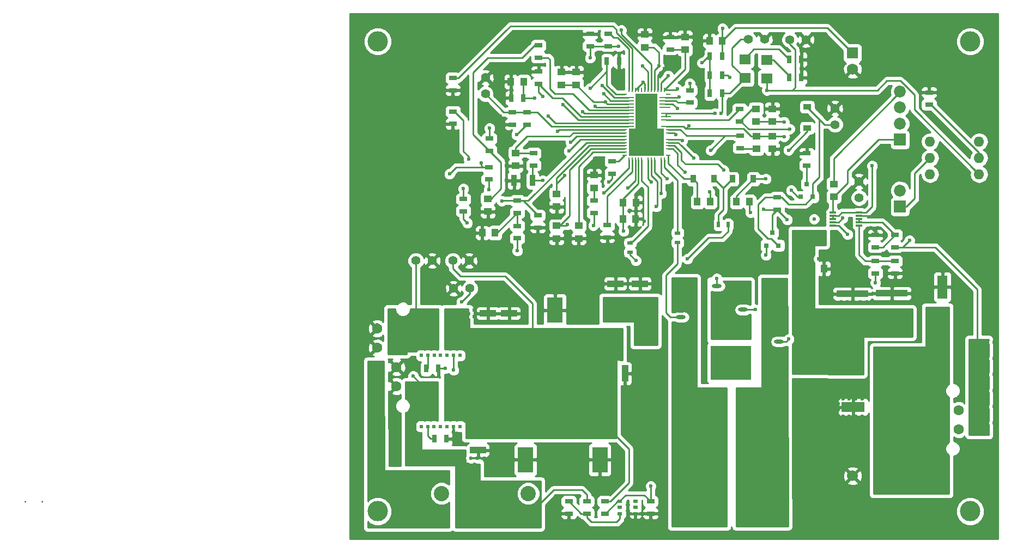
<source format=gbr>
G04 #@! TF.FileFunction,Copper,L1,Top,Signal*
%FSLAX46Y46*%
G04 Gerber Fmt 4.6, Leading zero omitted, Abs format (unit mm)*
G04 Created by KiCad (PCBNEW (2016-05-27 BZR 6836, Git 4441a4b)-product) date 09/15/16 12:13:09*
%MOMM*%
%LPD*%
G01*
G04 APERTURE LIST*
%ADD10C,0.100000*%
%ADD11C,0.600000*%
%ADD12R,1.850000X1.850000*%
%ADD13C,1.850000*%
%ADD14C,3.175000*%
%ADD15C,2.387600*%
%ADD16C,1.700000*%
%ADD17R,1.700000X1.700000*%
%ADD18R,1.250000X1.000000*%
%ADD19R,1.000000X1.250000*%
%ADD20R,0.910000X1.220000*%
%ADD21R,0.800000X0.550000*%
%ADD22O,1.473200X0.609600*%
%ADD23R,0.800100X0.800100*%
%ADD24R,1.300000X0.700000*%
%ADD25R,0.700000X1.300000*%
%ADD26R,0.600000X0.600000*%
%ADD27R,0.575000X1.500000*%
%ADD28R,2.250000X0.500000*%
%ADD29R,2.500000X0.575000*%
%ADD30R,0.700000X0.250000*%
%ADD31R,1.800000X0.250000*%
%ADD32R,0.250000X0.700000*%
%ADD33R,1.500000X0.250000*%
%ADD34R,3.500000X5.400000*%
%ADD35R,5.500000X4.350000*%
%ADD36R,1.016000X0.343000*%
%ADD37C,1.400000*%
%ADD38R,6.350000X5.283200*%
%ADD39R,5.334000X5.588000*%
%ADD40R,1.800860X1.597660*%
%ADD41R,0.500000X0.900000*%
%ADD42R,0.900000X0.500000*%
%ADD43R,2.400300X4.000500*%
%ADD44R,1.000000X2.500000*%
%ADD45R,2.500000X1.000000*%
%ADD46R,5.000000X1.000000*%
%ADD47R,1.600200X3.599180*%
%ADD48R,3.599180X1.600200*%
%ADD49R,1.220000X0.910000*%
%ADD50R,1.750000X1.750000*%
%ADD51C,1.750000*%
%ADD52R,1.000000X3.200000*%
%ADD53R,1.700000X0.900000*%
%ADD54R,0.900000X1.700000*%
%ADD55C,1.600000*%
%ADD56O,1.600000X1.600000*%
%ADD57C,0.250000*%
%ADD58C,0.254000*%
G04 APERTURE END LIST*
D10*
D11*
X168997000Y-82209000D03*
X173061000Y-77637000D03*
X171029000Y-75859000D03*
X131151000Y-85003000D03*
X131659000Y-85765000D03*
X150201000Y-100497000D03*
X153757000Y-95417000D03*
X147407000Y-95163000D03*
X97531000Y-108026000D03*
X97831000Y-73726000D03*
X98631000Y-98251000D03*
X117581000Y-67801000D03*
X125381000Y-82776000D03*
X152981000Y-75801000D03*
X146981000Y-83001000D03*
X143106000Y-89901000D03*
X124231000Y-85226000D03*
X97906000Y-85226000D03*
X104381000Y-68626000D03*
X102681000Y-78576000D03*
X103581000Y-93326000D03*
D12*
X178562000Y-82042000D03*
D13*
X178562000Y-79542000D03*
X178562000Y-77042000D03*
X178562000Y-74542000D03*
D11*
X164656000Y-72826000D03*
X164656000Y-71751000D03*
X164681000Y-70151000D03*
X164681000Y-69076000D03*
X186931000Y-103426000D03*
X183331000Y-103426000D03*
X186931000Y-104901000D03*
X185156000Y-101976000D03*
X183331000Y-104901000D03*
X164556000Y-82376000D03*
X147556000Y-67676000D03*
X127956000Y-70176000D03*
X126056000Y-69676000D03*
X123556000Y-91976000D03*
X117456000Y-88376000D03*
X117456000Y-86076000D03*
X114581000Y-94651000D03*
X112806000Y-94826000D03*
X122756000Y-96876000D03*
X125281000Y-98801000D03*
X127856000Y-98876000D03*
X131456000Y-97176000D03*
X138256000Y-102976000D03*
X140256000Y-103376000D03*
X140256000Y-104476000D03*
X133356000Y-102701000D03*
X135381000Y-102701000D03*
X134381000Y-102701000D03*
X97356000Y-110776000D03*
X95456000Y-109026000D03*
X95356000Y-112801000D03*
X100056000Y-123576000D03*
X100056000Y-130976000D03*
X100056000Y-128676000D03*
X100056000Y-126276000D03*
X116856000Y-82976000D03*
X117156000Y-84276000D03*
X122706000Y-107276000D03*
X115206000Y-131526000D03*
X111956000Y-131526000D03*
X115206000Y-129526000D03*
X112956000Y-131526000D03*
X114006000Y-131526000D03*
X115206000Y-130526000D03*
X159256000Y-75776000D03*
X158181000Y-75776000D03*
X160356000Y-82876000D03*
X159856000Y-84876000D03*
X158756000Y-84876000D03*
X157756000Y-84876000D03*
X176556000Y-89976000D03*
X178956000Y-87976000D03*
X177106000Y-88376000D03*
X169756000Y-72376000D03*
X172606000Y-72476000D03*
X171206000Y-72976000D03*
X169256000Y-71026000D03*
X173206000Y-71026000D03*
X168956000Y-101526000D03*
X167956000Y-100526000D03*
X168206000Y-102926000D03*
X165956000Y-100526000D03*
X167781000Y-106026000D03*
X180706000Y-105776000D03*
X179456000Y-104676000D03*
X178481000Y-104651000D03*
X177456000Y-104676000D03*
X173456000Y-104776000D03*
X172456000Y-104776000D03*
X171456000Y-104776000D03*
X170456000Y-104776000D03*
X169456000Y-104776000D03*
X168456000Y-104776000D03*
X168456000Y-107276000D03*
X169456000Y-107276000D03*
X170456000Y-107276000D03*
X171456000Y-107276000D03*
X172456000Y-107276000D03*
X173456000Y-107276000D03*
X175206000Y-107276000D03*
X177456000Y-107276000D03*
X178456000Y-107276000D03*
X179456000Y-107276000D03*
X169856000Y-132976000D03*
X172656000Y-132876000D03*
X172556000Y-135676000D03*
X169856000Y-135676000D03*
X171256000Y-136226000D03*
X171206000Y-132326000D03*
X169256000Y-134276000D03*
X173156000Y-134226000D03*
X172706000Y-125026000D03*
X171706000Y-125026000D03*
X170706000Y-125026000D03*
X169706000Y-125026000D03*
X168956000Y-124026000D03*
X168956000Y-123026000D03*
X169706000Y-122276000D03*
X170706000Y-122276000D03*
X171706000Y-122276000D03*
X172706000Y-122276000D03*
X135456000Y-120526000D03*
X136456000Y-120526000D03*
X137206000Y-116776000D03*
X137206000Y-119776000D03*
X137206000Y-118776000D03*
X137206000Y-117776000D03*
X112456000Y-109526000D03*
X112456000Y-108526000D03*
X113231000Y-107576000D03*
X114231000Y-107576000D03*
X115231000Y-107576000D03*
X116231000Y-107576000D03*
X117231000Y-107576000D03*
X118231000Y-107576000D03*
X119231000Y-107576000D03*
X119956000Y-108526000D03*
X119956000Y-109526000D03*
X134206000Y-130276000D03*
X134206000Y-131526000D03*
X134206000Y-132776000D03*
X134206000Y-134026000D03*
X133206000Y-134776000D03*
X131956000Y-134776000D03*
X130706000Y-134776000D03*
X129706000Y-134026000D03*
X129706000Y-132776000D03*
X129706000Y-131526000D03*
X129706000Y-130276000D03*
X122706000Y-130026000D03*
X122706000Y-131276000D03*
X122706000Y-132526000D03*
X122706000Y-133776000D03*
X118206000Y-133776000D03*
X118206000Y-132526000D03*
X118206000Y-131276000D03*
X118206000Y-130026000D03*
X122706000Y-109776000D03*
X122706000Y-108526000D03*
X122706000Y-106026000D03*
X123706000Y-105276000D03*
X124956000Y-105276000D03*
X126206000Y-105276000D03*
X127206000Y-106026000D03*
X127206000Y-107276000D03*
X127206000Y-108526000D03*
X127206000Y-109776000D03*
X119456000Y-90276000D03*
X117706000Y-90276000D03*
X116506000Y-80651000D03*
X116506000Y-78401000D03*
X116506000Y-79526000D03*
X116456000Y-74776000D03*
X116206000Y-73276000D03*
X116206000Y-71776000D03*
X117456000Y-71026000D03*
X118956000Y-71026000D03*
X120456000Y-70776000D03*
X94456000Y-143526000D03*
X96206000Y-143526000D03*
X98706000Y-143526000D03*
X101206000Y-143526000D03*
X103706000Y-143526000D03*
X106206000Y-143526000D03*
X108706000Y-143526000D03*
X111206000Y-143526000D03*
X113706000Y-143526000D03*
X116206000Y-143526000D03*
X118706000Y-143526000D03*
X121206000Y-143526000D03*
X123706000Y-143526000D03*
X126206000Y-143526000D03*
X128706000Y-143526000D03*
X131206000Y-143526000D03*
X133706000Y-143526000D03*
X136206000Y-143526000D03*
X138706000Y-143526000D03*
X141206000Y-143526000D03*
X143706000Y-143526000D03*
X146206000Y-143526000D03*
X93456000Y-142776000D03*
X93456000Y-140276000D03*
X93456000Y-137776000D03*
X93456000Y-135276000D03*
X93456000Y-132776000D03*
X93456000Y-130276000D03*
X93456000Y-127776000D03*
X93456000Y-125276000D03*
X93456000Y-122776000D03*
X93456000Y-120276000D03*
X93456000Y-117776000D03*
X93456000Y-115276000D03*
X93456000Y-112776000D03*
X93456000Y-110276000D03*
X93456000Y-107776000D03*
X93456000Y-105276000D03*
X93456000Y-102776000D03*
X93456000Y-100276000D03*
X93456000Y-97776000D03*
X93456000Y-95276000D03*
X93456000Y-92776000D03*
X93456000Y-90276000D03*
X93456000Y-87776000D03*
X93456000Y-85276000D03*
X93456000Y-82776000D03*
X93456000Y-80276000D03*
X93456000Y-77776000D03*
X93456000Y-75276000D03*
X93456000Y-72776000D03*
X93456000Y-70276000D03*
X93456000Y-67776000D03*
X93456000Y-65276000D03*
X93456000Y-62776000D03*
X95706000Y-62776000D03*
X98206000Y-62776000D03*
X100706000Y-62776000D03*
X103206000Y-62776000D03*
X105706000Y-62776000D03*
X108206000Y-62776000D03*
X110706000Y-62776000D03*
X113206000Y-62776000D03*
X115706000Y-62776000D03*
X118206000Y-62776000D03*
X120706000Y-62776000D03*
X123206000Y-62776000D03*
X125706000Y-62776000D03*
X128206000Y-62776000D03*
X130706000Y-62776000D03*
X133206000Y-62776000D03*
X135706000Y-62776000D03*
X138206000Y-62776000D03*
X140706000Y-62776000D03*
X143206000Y-62776000D03*
X145706000Y-62776000D03*
X148206000Y-62776000D03*
X150706000Y-62776000D03*
X153206000Y-62776000D03*
X155706000Y-62776000D03*
X158206000Y-62776000D03*
X160706000Y-62776000D03*
X163206000Y-62776000D03*
X165706000Y-62776000D03*
X168206000Y-62776000D03*
X170706000Y-62776000D03*
X173206000Y-62776000D03*
X175706000Y-62776000D03*
X178206000Y-62776000D03*
X180706000Y-62776000D03*
X183206000Y-62776000D03*
X185706000Y-62776000D03*
X188206000Y-62776000D03*
X190706000Y-62776000D03*
X193206000Y-63526000D03*
X193206000Y-66026000D03*
X193206000Y-68526000D03*
X193206000Y-71026000D03*
X193206000Y-73526000D03*
X193206000Y-76026000D03*
X193206000Y-78526000D03*
X193206000Y-81026000D03*
X193206000Y-83526000D03*
X193206000Y-86026000D03*
X193206000Y-88526000D03*
X193206000Y-91026000D03*
X193206000Y-93526000D03*
X193206000Y-96026000D03*
X193206000Y-98526000D03*
X193206000Y-101026000D03*
X193206000Y-103526000D03*
X193206000Y-106026000D03*
X193206000Y-108526000D03*
X193206000Y-111026000D03*
X193206000Y-113526000D03*
X193206000Y-116026000D03*
X193206000Y-118526000D03*
X193206000Y-121026000D03*
X193206000Y-123526000D03*
X193206000Y-126026000D03*
X193206000Y-128526000D03*
X193206000Y-131026000D03*
X193206000Y-133526000D03*
X193206000Y-136026000D03*
X193206000Y-138526000D03*
X193206000Y-141026000D03*
X193206000Y-143526000D03*
X191206000Y-143526000D03*
X188706000Y-143526000D03*
X186206000Y-143526000D03*
X183706000Y-143526000D03*
X181206000Y-143526000D03*
X178706000Y-143526000D03*
X176206000Y-143526000D03*
X173706000Y-143526000D03*
X171206000Y-143526000D03*
X168706000Y-143526000D03*
X166206000Y-143526000D03*
X163706000Y-143526000D03*
X158706000Y-143526000D03*
X161206000Y-143526000D03*
X156206000Y-143526000D03*
X153706000Y-143526000D03*
X151206000Y-143526000D03*
D14*
X189456000Y-139776000D03*
D15*
X107352000Y-140427000D03*
X120814000Y-140427000D03*
X120814000Y-137023400D03*
X107352000Y-137023400D03*
D16*
X171206000Y-134276000D03*
D17*
X176206000Y-134276000D03*
D18*
X114554000Y-91202000D03*
X114554000Y-93202000D03*
X128651000Y-95393000D03*
X128651000Y-97393000D03*
D19*
X135550400Y-91795600D03*
X137550400Y-91795600D03*
X135525000Y-94361000D03*
X137525000Y-94361000D03*
D18*
X145161000Y-68056000D03*
X145161000Y-66056000D03*
X125222000Y-90440000D03*
X125222000Y-92440000D03*
D19*
X149082000Y-91694000D03*
X147082000Y-91694000D03*
X155178000Y-91694000D03*
X153178000Y-91694000D03*
D18*
X131064000Y-89519000D03*
X131064000Y-87519000D03*
X125222000Y-95393000D03*
X125222000Y-97393000D03*
X156210000Y-77232000D03*
X156210000Y-79232000D03*
X138938000Y-67675000D03*
X138938000Y-65675000D03*
X118872000Y-84090000D03*
X118872000Y-86090000D03*
D19*
X120126000Y-73025000D03*
X118126000Y-73025000D03*
D18*
X128270000Y-73517000D03*
X128270000Y-71517000D03*
X125984000Y-73517000D03*
X125984000Y-71517000D03*
D19*
X150987000Y-66675000D03*
X148987000Y-66675000D03*
X115681000Y-96520000D03*
X113681000Y-96520000D03*
X164756000Y-102076000D03*
X166756000Y-102076000D03*
D18*
X158756000Y-81476000D03*
X158756000Y-83476000D03*
X156256000Y-83476000D03*
X156256000Y-81476000D03*
X168275000Y-90916000D03*
X168275000Y-88916000D03*
D20*
X146447000Y-88138000D03*
X149717000Y-88138000D03*
X155813000Y-88138000D03*
X152543000Y-88138000D03*
D21*
X137470000Y-140142000D03*
X137470000Y-139192000D03*
X137470000Y-138242000D03*
X135070000Y-140142000D03*
X135070000Y-138242000D03*
X135070000Y-139192000D03*
D22*
X144526000Y-113411000D03*
X144526000Y-112141000D03*
X144526000Y-110871000D03*
X144526000Y-109601000D03*
X138938000Y-109601000D03*
X138938000Y-110871000D03*
X138938000Y-112141000D03*
X138938000Y-113411000D03*
X150114000Y-108585000D03*
X150114000Y-107315000D03*
X150114000Y-106045000D03*
X150114000Y-104775000D03*
X144526000Y-104775000D03*
X144526000Y-106045000D03*
X144526000Y-107315000D03*
X144526000Y-108585000D03*
X159766000Y-109601000D03*
X159766000Y-110871000D03*
X159766000Y-112141000D03*
X159766000Y-113411000D03*
X165354000Y-113411000D03*
X165354000Y-112141000D03*
X165354000Y-110871000D03*
X165354000Y-109601000D03*
X154178000Y-104648000D03*
X154178000Y-105918000D03*
X154178000Y-107188000D03*
X154178000Y-108458000D03*
X159766000Y-108458000D03*
X159766000Y-107188000D03*
X159766000Y-105918000D03*
X159766000Y-104648000D03*
D23*
X163134000Y-90916760D03*
X165034000Y-90916760D03*
X164084000Y-88917780D03*
D24*
X120650000Y-79690000D03*
X120650000Y-77790000D03*
X118364000Y-77790000D03*
X118364000Y-79690000D03*
X129920000Y-138242000D03*
X129920000Y-140142000D03*
X127126000Y-138242000D03*
X127126000Y-140142000D03*
X114681000Y-86299000D03*
X114681000Y-88199000D03*
D25*
X133035000Y-69850000D03*
X134935000Y-69850000D03*
D24*
X132714000Y-138242000D03*
X132714000Y-140142000D03*
X139826000Y-138242000D03*
X139826000Y-140142000D03*
X114808000Y-81854000D03*
X114808000Y-83754000D03*
X122428000Y-67376000D03*
X122428000Y-69276000D03*
X133096000Y-97216000D03*
X133096000Y-95316000D03*
X142875000Y-68006000D03*
X142875000Y-66106000D03*
X145923000Y-76261000D03*
X145923000Y-74361000D03*
X133223000Y-65598000D03*
X133223000Y-67498000D03*
X130429000Y-67498000D03*
X130429000Y-65598000D03*
X131064000Y-93406000D03*
X131064000Y-91506000D03*
X153670000Y-77282000D03*
X153670000Y-79182000D03*
X133858000Y-85410000D03*
X133858000Y-87310000D03*
D25*
X163256000Y-72390000D03*
X161356000Y-72390000D03*
X163256000Y-69596000D03*
X161356000Y-69596000D03*
X149037000Y-72009000D03*
X150937000Y-72009000D03*
X149037000Y-74803000D03*
X150937000Y-74803000D03*
D24*
X121666000Y-84140000D03*
X121666000Y-86040000D03*
D25*
X120076000Y-75565000D03*
X118176000Y-75565000D03*
D24*
X122428000Y-73340000D03*
X122428000Y-71440000D03*
D25*
X149037000Y-69088000D03*
X150937000Y-69088000D03*
D24*
X119126000Y-95443000D03*
X119126000Y-97343000D03*
X119126000Y-91506000D03*
X119126000Y-93406000D03*
X110744000Y-93152000D03*
X110744000Y-91252000D03*
X122301000Y-93792000D03*
X122301000Y-95692000D03*
X153756000Y-81426000D03*
X153756000Y-83326000D03*
X159512000Y-92898000D03*
X159512000Y-90998000D03*
X164084000Y-86040000D03*
X164084000Y-84140000D03*
D26*
X110854000Y-114420000D03*
X110204000Y-115570000D03*
X109204000Y-115570000D03*
X108204000Y-115570000D03*
X107204000Y-115570000D03*
X106204000Y-115570000D03*
X105204000Y-115570000D03*
X104204000Y-115570000D03*
X103554000Y-114420000D03*
D27*
X103416000Y-112920000D03*
X103416000Y-110920000D03*
X110992000Y-112945000D03*
X110992000Y-110920000D03*
D28*
X109079000Y-112920000D03*
X105329000Y-112920000D03*
D29*
X109204000Y-109132000D03*
X105204000Y-109132000D03*
D26*
X110838000Y-125444000D03*
X110188000Y-126594000D03*
X109188000Y-126594000D03*
X108188000Y-126594000D03*
X107188000Y-126594000D03*
X106188000Y-126594000D03*
X105188000Y-126594000D03*
X104188000Y-126594000D03*
X103538000Y-125444000D03*
D27*
X103400000Y-123944000D03*
X103400000Y-121944000D03*
X110976000Y-123969000D03*
X110976000Y-121944000D03*
D28*
X109063000Y-123944000D03*
X105313000Y-123944000D03*
D29*
X109188000Y-120156000D03*
X105188000Y-120156000D03*
D30*
X135792000Y-74973000D03*
D31*
X136342000Y-75473000D03*
X136342000Y-75973000D03*
X136342000Y-76473000D03*
X136342000Y-76973000D03*
X136342000Y-77473000D03*
X136342000Y-77973000D03*
X136342000Y-78473000D03*
X136342000Y-78973000D03*
X136342000Y-79473000D03*
X136342000Y-79973000D03*
D30*
X135792000Y-80473000D03*
X135792000Y-80973000D03*
X135792000Y-81473000D03*
X135792000Y-81973000D03*
X135792000Y-82473000D03*
X135792000Y-82973000D03*
X135792000Y-83473000D03*
X135792000Y-83973000D03*
X135792000Y-84473000D03*
D32*
X136442000Y-85123000D03*
X136942000Y-85123000D03*
X137442000Y-85123000D03*
X137942000Y-85123000D03*
X138442000Y-85123000D03*
X139442000Y-85123000D03*
X139942000Y-85123000D03*
X140442000Y-85123000D03*
X141442000Y-85123000D03*
X141942000Y-85123000D03*
D30*
X142592000Y-84473000D03*
X142592000Y-83473000D03*
X142592000Y-82973000D03*
X142592000Y-82473000D03*
X142592000Y-81973000D03*
X142592000Y-80973000D03*
X142592000Y-80473000D03*
D33*
X142192000Y-79973000D03*
X142192000Y-78973000D03*
X142192000Y-78473000D03*
X142192000Y-77973000D03*
D31*
X142042000Y-76973000D03*
X142042000Y-76473000D03*
X142042000Y-75973000D03*
X142042000Y-75473000D03*
D30*
X142592000Y-74973000D03*
D32*
X141942000Y-74323000D03*
X141442000Y-74323000D03*
X140942000Y-74323000D03*
X140442000Y-74323000D03*
X139942000Y-74323000D03*
X139442000Y-74323000D03*
X138942000Y-74323000D03*
X138442000Y-74323000D03*
X137942000Y-74323000D03*
X137442000Y-74323000D03*
X136942000Y-74323000D03*
X136442000Y-74323000D03*
D34*
X139192000Y-77573000D03*
D35*
X139192000Y-82423000D03*
D36*
X172223500Y-95363500D03*
X172223500Y-94863500D03*
X172223500Y-94363500D03*
X172223500Y-93863500D03*
X172223500Y-93363500D03*
X168131500Y-95363500D03*
X168131500Y-94863500D03*
X168131500Y-94363500D03*
X168131500Y-93863500D03*
X168131500Y-93363500D03*
D37*
X109220000Y-105156000D03*
X111760000Y-105156000D03*
X114173000Y-74930000D03*
X114173000Y-72390000D03*
X103378000Y-100838000D03*
X105918000Y-100838000D03*
X109093000Y-100838000D03*
X111633000Y-100838000D03*
X161442400Y-66497200D03*
X163982400Y-66497200D03*
X154990800Y-66446400D03*
X157530800Y-66446400D03*
X168456000Y-79676000D03*
X168456000Y-77136000D03*
X172212000Y-91059000D03*
X172212000Y-88519000D03*
D38*
X152273000Y-116738400D03*
D39*
X147193000Y-138811000D03*
X157353000Y-138811000D03*
D40*
X157886400Y-72489060D03*
X157886400Y-69649340D03*
X154482800Y-72438260D03*
X154482800Y-69598540D03*
D41*
X150380000Y-95250000D03*
X151880000Y-95250000D03*
D42*
X144018000Y-98032000D03*
X144018000Y-96532000D03*
X136652000Y-99556000D03*
X136652000Y-98056000D03*
D18*
X158750000Y-79232000D03*
X158750000Y-77232000D03*
D24*
X174752000Y-102804000D03*
X174752000Y-100904000D03*
X177800000Y-100904000D03*
X177800000Y-102804000D03*
X177800000Y-98740000D03*
X177800000Y-96840000D03*
X174752000Y-98740000D03*
X174752000Y-96840000D03*
D43*
X131956000Y-123776000D03*
X131956000Y-131777000D03*
X124968000Y-116522500D03*
X124968000Y-108521500D03*
X120396000Y-123776000D03*
X120396000Y-131777000D03*
D44*
X132866000Y-118364000D03*
X135866000Y-118364000D03*
D45*
X113030000Y-127278000D03*
X113030000Y-130278000D03*
X114554000Y-112014000D03*
X114554000Y-109014000D03*
X117856000Y-112014000D03*
X117856000Y-109014000D03*
X138176000Y-107418000D03*
X138176000Y-104418000D03*
X134366000Y-107418000D03*
X134366000Y-104418000D03*
D46*
X177292000Y-111512000D03*
X177292000Y-105912000D03*
X171196000Y-111576000D03*
X171196000Y-105976000D03*
D47*
X185166000Y-110446820D03*
X185166000Y-104945180D03*
D48*
X176806820Y-123576000D03*
X171305180Y-123576000D03*
D49*
X164156000Y-80211000D03*
X164156000Y-76941000D03*
D50*
X171196000Y-68580000D03*
D51*
X171196000Y-71080000D03*
D12*
X178562000Y-92456000D03*
D13*
X178562000Y-89956000D03*
D23*
X157806000Y-98476760D03*
X159706000Y-98476760D03*
X158756000Y-96477780D03*
D52*
X190556000Y-115976000D03*
X184356000Y-115976000D03*
D14*
X97456000Y-139776000D03*
X97456000Y-66776000D03*
X189456000Y-66776000D03*
D25*
X104968000Y-117602000D03*
X106868000Y-117602000D03*
X106238000Y-128524000D03*
X108138000Y-128524000D03*
D53*
X134256000Y-109326000D03*
X134256000Y-112226000D03*
D54*
X118606000Y-88376000D03*
X121506000Y-88376000D03*
X175006000Y-116076000D03*
X172106000Y-116076000D03*
D11*
X148706000Y-143526000D03*
D55*
X97356000Y-120376000D03*
X97356000Y-117376000D03*
X97356000Y-114376000D03*
X97356000Y-111376000D03*
X100356000Y-120376000D03*
X100356000Y-117376000D03*
X100356000Y-114376000D03*
X100356000Y-111376000D03*
D24*
X183081000Y-76601000D03*
X183081000Y-74701000D03*
X109106000Y-77651000D03*
X109106000Y-79551000D03*
X109106000Y-72451000D03*
X109106000Y-74351000D03*
D56*
X190856000Y-87406000D03*
X190856000Y-84866000D03*
X190856000Y-82326000D03*
X183236000Y-82326000D03*
X183236000Y-84866000D03*
X183236000Y-87406000D03*
D55*
X190731000Y-124051000D03*
X190731000Y-127051000D03*
X187731000Y-124051000D03*
X187731000Y-127051000D03*
D11*
X175181000Y-95751000D03*
X174081000Y-95726000D03*
X109220000Y-128524000D03*
X107950000Y-117602000D03*
X109220000Y-117856000D03*
X141986000Y-70993000D03*
X137160000Y-96012000D03*
X138811000Y-94742000D03*
X138303000Y-90170000D03*
X126238000Y-76581000D03*
X138684000Y-73152000D03*
X113504487Y-85641332D03*
X160556000Y-79276000D03*
X133756000Y-127376000D03*
X108585000Y-87376000D03*
X149809200Y-77978000D03*
X118999000Y-81280000D03*
X145542000Y-100584000D03*
X129286000Y-77724000D03*
X135636000Y-96266000D03*
X144018000Y-74168000D03*
X123952000Y-78359000D03*
X134874000Y-67564000D03*
X145923000Y-73279000D03*
X126492000Y-87630000D03*
X130429000Y-69342000D03*
X146558000Y-105410000D03*
X148971000Y-90170000D03*
X142367000Y-88138000D03*
X157861000Y-104521000D03*
X141478000Y-90424000D03*
X155321000Y-93345000D03*
X157734000Y-88138000D03*
X139954000Y-88646000D03*
X126873000Y-95250000D03*
X130937000Y-95377000D03*
X136756000Y-109376000D03*
X161456000Y-80376000D03*
X141097000Y-70612000D03*
X133350000Y-88646000D03*
X121793000Y-75565000D03*
X125349000Y-80772000D03*
X132588000Y-74930000D03*
X151003000Y-64770000D03*
X145756000Y-79876000D03*
X164056000Y-97276000D03*
X160556000Y-81576000D03*
X143764000Y-81280000D03*
X165227000Y-94361000D03*
X149156000Y-83676000D03*
X174756000Y-104276000D03*
X176856000Y-116276000D03*
X157886400Y-74371200D03*
X152146000Y-72390000D03*
X144272000Y-75438000D03*
X150756000Y-77976000D03*
X132334000Y-73660000D03*
X102956000Y-118776000D03*
X110456000Y-107276000D03*
X142556000Y-72076000D03*
X139856000Y-135876000D03*
X123056000Y-88376009D03*
X150056000Y-110076000D03*
X150114000Y-103632000D03*
X136271000Y-89535000D03*
X140716000Y-92456000D03*
X161290000Y-113030000D03*
X156083000Y-108458000D03*
X137541000Y-100838000D03*
X157756000Y-99976000D03*
X111356000Y-94976000D03*
X123063000Y-75311000D03*
X161671000Y-89916000D03*
X144018000Y-77216000D03*
X127127000Y-83820000D03*
X130429000Y-74041000D03*
X114808000Y-80264000D03*
X114681000Y-89789000D03*
X119126000Y-99314000D03*
X131191000Y-76835000D03*
X135255000Y-65024000D03*
X116713000Y-91567000D03*
X110744000Y-89662000D03*
X145186400Y-87122000D03*
X151180800Y-86766400D03*
X146507200Y-84886800D03*
X144780000Y-82169000D03*
X161256000Y-83676000D03*
X161056000Y-94476000D03*
X180056000Y-97676000D03*
X157353000Y-92837000D03*
X169672000Y-94234000D03*
X170434000Y-96774000D03*
X127381000Y-82423000D03*
X147828000Y-70104000D03*
X138557000Y-70612000D03*
X132842000Y-76200000D03*
X174244000Y-86106000D03*
X111556000Y-85051000D03*
X132581000Y-90301000D03*
D57*
X45282000Y-138242000D02*
X45255162Y-138268838D01*
X42698838Y-138268838D02*
X42672000Y-138242000D01*
X122428000Y-67376000D02*
X121854000Y-67376000D01*
X121854000Y-67376000D02*
X119888000Y-69342000D01*
X119888000Y-69342000D02*
X114554000Y-69342000D01*
X114554000Y-69342000D02*
X112268000Y-71628000D01*
X112268000Y-71628000D02*
X112268000Y-81214000D01*
X112268000Y-81214000D02*
X114808000Y-83754000D01*
X114554000Y-91202000D02*
X115046000Y-91202000D01*
X115046000Y-91202000D02*
X116586000Y-89662000D01*
X116586000Y-89662000D02*
X116586000Y-85532000D01*
X116586000Y-85532000D02*
X114808000Y-83754000D01*
X174752000Y-96840000D02*
X174752000Y-96180000D01*
X174752000Y-96180000D02*
X175181000Y-95751000D01*
X174752000Y-96840000D02*
X174752000Y-96397000D01*
X174752000Y-96397000D02*
X174081000Y-95726000D01*
X172223500Y-93863500D02*
X174693500Y-93863500D01*
X174693500Y-93863500D02*
X175356000Y-93201000D01*
X107938000Y-128524000D02*
X109220000Y-128524000D01*
X109188000Y-128492000D02*
X109220000Y-128524000D01*
X109188000Y-128492000D02*
X109188000Y-126594000D01*
X106668000Y-117602000D02*
X107950000Y-117602000D01*
X109204000Y-115570000D02*
X109204000Y-117840000D01*
X109204000Y-117840000D02*
X109220000Y-117856000D01*
X105918000Y-100838000D02*
X105918000Y-100330000D01*
X118126000Y-73025000D02*
X118126000Y-71231000D01*
X118126000Y-71231000D02*
X118491000Y-70866000D01*
X140942000Y-74323000D02*
X140942000Y-72037000D01*
X140942000Y-72037000D02*
X141986000Y-70993000D01*
X137525000Y-94361000D02*
X137525000Y-95647000D01*
X137525000Y-95647000D02*
X137160000Y-96012000D01*
X137525000Y-94361000D02*
X138430000Y-94361000D01*
X138430000Y-94361000D02*
X138811000Y-94742000D01*
X137550400Y-91795600D02*
X137550400Y-90922600D01*
X137550400Y-90922600D02*
X138303000Y-90170000D01*
X136342000Y-78973000D02*
X128630000Y-78973000D01*
X128630000Y-78973000D02*
X126238000Y-76581000D01*
X137513000Y-74323000D02*
X138684000Y-73152000D01*
X137442000Y-74323000D02*
X137513000Y-74323000D01*
X137513000Y-74323000D02*
X138684000Y-73152000D01*
X137942000Y-74323000D02*
X137942000Y-73894000D01*
X138942000Y-73410000D02*
X138684000Y-73152000D01*
X138942000Y-73410000D02*
X138942000Y-74323000D01*
X137942000Y-73894000D02*
X138684000Y-73152000D01*
X163306800Y-69357200D02*
X163306800Y-69596000D01*
X114681000Y-86299000D02*
X109662000Y-86299000D01*
X114681000Y-86299000D02*
X113781000Y-86299000D01*
X109662000Y-86299000D02*
X108884999Y-87076001D01*
X108884999Y-87076001D02*
X108585000Y-87376000D01*
X113781000Y-86299000D02*
X113504487Y-86022487D01*
X113504487Y-86022487D02*
X113504487Y-85641332D01*
X160512000Y-79232000D02*
X158750000Y-79232000D01*
X160556000Y-79276000D02*
X160512000Y-79232000D01*
X158750000Y-79232000D02*
X156210000Y-79232000D01*
X142192000Y-78473000D02*
X142192000Y-77973000D01*
X109093000Y-100838000D02*
X109093000Y-102039000D01*
X121456000Y-107476000D02*
X121456000Y-111976000D01*
X117256000Y-103276000D02*
X121456000Y-107476000D01*
X110330000Y-103276000D02*
X117256000Y-103276000D01*
X109093000Y-102039000D02*
X110330000Y-103276000D01*
X132714000Y-138242000D02*
X133590000Y-138242000D01*
X136456000Y-130076000D02*
X133756000Y-127376000D01*
X136456000Y-135376000D02*
X136456000Y-130076000D01*
X133590000Y-138242000D02*
X136456000Y-135376000D01*
X144277000Y-77973000D02*
X149804200Y-77973000D01*
X149804200Y-77973000D02*
X149809200Y-77978000D01*
X142192000Y-77973000D02*
X144277000Y-77973000D01*
X118999000Y-81280000D02*
X120589000Y-79690000D01*
X120589000Y-79690000D02*
X120650000Y-79690000D01*
X114681000Y-86299000D02*
X114488000Y-86299000D01*
X128651000Y-95393000D02*
X128651000Y-86233000D01*
X130911000Y-83973000D02*
X135792000Y-83973000D01*
X128651000Y-86233000D02*
X130911000Y-83973000D01*
X151880000Y-95250000D02*
X151880000Y-96278000D01*
X148844000Y-97282000D02*
X145542000Y-100584000D01*
X150876000Y-97282000D02*
X148844000Y-97282000D01*
X151880000Y-96278000D02*
X150876000Y-97282000D01*
X136342000Y-77973000D02*
X129535000Y-77973000D01*
X129535000Y-77973000D02*
X129286000Y-77724000D01*
X135525000Y-96155000D02*
X135525000Y-94361000D01*
X135636000Y-96266000D02*
X135525000Y-96155000D01*
X135550400Y-91795600D02*
X135550400Y-91271600D01*
X135550400Y-91271600D02*
X137414000Y-89408000D01*
X137414000Y-89408000D02*
X137942000Y-88880000D01*
X137942000Y-88880000D02*
X137942000Y-85123000D01*
X135550400Y-91795600D02*
X135550400Y-94335600D01*
X135550400Y-94335600D02*
X135525000Y-94361000D01*
X136342000Y-79473000D02*
X125066000Y-79473000D01*
X143863000Y-74323000D02*
X141942000Y-74323000D01*
X144018000Y-74168000D02*
X143863000Y-74323000D01*
X125066000Y-79473000D02*
X123952000Y-78359000D01*
X145161000Y-68056000D02*
X145161000Y-71104000D01*
X145161000Y-71104000D02*
X143565500Y-72699500D01*
X143565500Y-72699500D02*
X141942000Y-74323000D01*
X142875000Y-68006000D02*
X145111000Y-68006000D01*
X145111000Y-68006000D02*
X145161000Y-68056000D01*
X145923000Y-74361000D02*
X145923000Y-73279000D01*
X134808000Y-67498000D02*
X133223000Y-67498000D01*
X134874000Y-67564000D02*
X134808000Y-67498000D01*
X130429000Y-67498000D02*
X130429000Y-69342000D01*
X126492000Y-87630000D02*
X125222000Y-88900000D01*
X133223000Y-67498000D02*
X130429000Y-67498000D01*
X125222000Y-90440000D02*
X125222000Y-88900000D01*
X125222000Y-88900000D02*
X125222000Y-88011000D01*
X125222000Y-88011000D02*
X130260000Y-82973000D01*
X130260000Y-82973000D02*
X135792000Y-82973000D01*
X149082000Y-91694000D02*
X149082000Y-90281000D01*
X149082000Y-90281000D02*
X148971000Y-90170000D01*
X141442000Y-87213000D02*
X141442000Y-85123000D01*
X142367000Y-88138000D02*
X141442000Y-87213000D01*
X144272000Y-104394000D02*
X144526000Y-104648000D01*
X142592000Y-84473000D02*
X142592000Y-85696000D01*
X145034000Y-88138000D02*
X146447000Y-88138000D01*
X142592000Y-85696000D02*
X145034000Y-88138000D01*
X147082000Y-91694000D02*
X147082000Y-88773000D01*
X147082000Y-88773000D02*
X146447000Y-88138000D01*
X140442000Y-87102000D02*
X141478000Y-88138000D01*
X141478000Y-88138000D02*
X141478000Y-90424000D01*
X140442000Y-85123000D02*
X140442000Y-87102000D01*
X155178000Y-93202000D02*
X155178000Y-91694000D01*
X155321000Y-93345000D02*
X155178000Y-93202000D01*
X155178000Y-91694000D02*
X155178000Y-92218000D01*
X139442000Y-85123000D02*
X139442000Y-88134000D01*
X157734000Y-88138000D02*
X155813000Y-88138000D01*
X139442000Y-88134000D02*
X139954000Y-88646000D01*
X153178000Y-91694000D02*
X153178000Y-90773000D01*
X153178000Y-90773000D02*
X155813000Y-88138000D01*
X131064000Y-91506000D02*
X131064000Y-89519000D01*
X131064000Y-93406000D02*
X131064000Y-95250000D01*
X126730000Y-95393000D02*
X125222000Y-95393000D01*
X126873000Y-95250000D02*
X126730000Y-95393000D01*
X131064000Y-95250000D02*
X130937000Y-95377000D01*
X125222000Y-95393000D02*
X125714000Y-95393000D01*
X125714000Y-95393000D02*
X127254000Y-93853000D01*
X127254000Y-93853000D02*
X127254000Y-86741000D01*
X127254000Y-86741000D02*
X130522000Y-83473000D01*
X130522000Y-83473000D02*
X135792000Y-83473000D01*
X153670000Y-79182000D02*
X153862000Y-79182000D01*
X153862000Y-79182000D02*
X155056000Y-80376000D01*
X155056000Y-80376000D02*
X161456000Y-80376000D01*
X156210000Y-77232000D02*
X155620000Y-77232000D01*
X155620000Y-77232000D02*
X153670000Y-79182000D01*
X153367740Y-79121000D02*
X153543000Y-78945740D01*
X138938000Y-67675000D02*
X140319000Y-67675000D01*
X141097000Y-68453000D02*
X141097000Y-70612000D01*
X140319000Y-67675000D02*
X141097000Y-68453000D01*
X133858000Y-87310000D02*
X133858000Y-88138000D01*
X140462000Y-71374000D02*
X140442000Y-71374000D01*
X140442000Y-71354000D02*
X140462000Y-71374000D01*
X140442000Y-71267000D02*
X140442000Y-71354000D01*
X141097000Y-70612000D02*
X140442000Y-71267000D01*
X133858000Y-88138000D02*
X133350000Y-88646000D01*
X140442000Y-71374000D02*
X140442000Y-74323000D01*
X118872000Y-84090000D02*
X118872000Y-83312000D01*
X127815000Y-80973000D02*
X135792000Y-80973000D01*
X127254000Y-81534000D02*
X127815000Y-80973000D01*
X120650000Y-81534000D02*
X127254000Y-81534000D01*
X118872000Y-83312000D02*
X120650000Y-81534000D01*
X118872000Y-84090000D02*
X121616000Y-84090000D01*
X121616000Y-84090000D02*
X121666000Y-84140000D01*
X120076000Y-75565000D02*
X120076000Y-73075000D01*
X120076000Y-73075000D02*
X120126000Y-73025000D01*
X135792000Y-80473000D02*
X125648000Y-80473000D01*
X121793000Y-75565000D02*
X120076000Y-75565000D01*
X125648000Y-80473000D02*
X125349000Y-80772000D01*
X171196000Y-68580000D02*
X171160000Y-68580000D01*
X171160000Y-68580000D02*
X167256000Y-64676000D01*
X167256000Y-64676000D02*
X152986000Y-64676000D01*
X152986000Y-64676000D02*
X150987000Y-66675000D01*
X133631000Y-75973000D02*
X132588000Y-74930000D01*
X151003000Y-64770000D02*
X150987000Y-64786000D01*
X150987000Y-66675000D02*
X150987000Y-64786000D01*
X133631000Y-75973000D02*
X136342000Y-75973000D01*
X150937000Y-69088000D02*
X150937000Y-66725000D01*
X150937000Y-66725000D02*
X150987000Y-66675000D01*
X115681000Y-96520000D02*
X116012000Y-96520000D01*
X116012000Y-96520000D02*
X119126000Y-93406000D01*
X119126000Y-95443000D02*
X119126000Y-93406000D01*
X145456000Y-80176000D02*
X145456000Y-80276000D01*
X145756000Y-79876000D02*
X145456000Y-80176000D01*
X155456000Y-81476000D02*
X154256000Y-80276000D01*
X154256000Y-80276000D02*
X145456000Y-80276000D01*
X142956000Y-79976000D02*
X142956000Y-79973000D01*
X145456000Y-80276000D02*
X145256000Y-80276000D01*
X145256000Y-80276000D02*
X144956000Y-79976000D01*
X144956000Y-79976000D02*
X142956000Y-79976000D01*
X158756000Y-81476000D02*
X160456000Y-81476000D01*
X160456000Y-81476000D02*
X160556000Y-81576000D01*
X156256000Y-81476000D02*
X155456000Y-81476000D01*
X155456000Y-81476000D02*
X155381000Y-81476000D01*
X143192000Y-79973000D02*
X142956000Y-79973000D01*
X142956000Y-79973000D02*
X142192000Y-79973000D01*
X156256000Y-81476000D02*
X158756000Y-81476000D01*
X143457000Y-80973000D02*
X143764000Y-81280000D01*
X142592000Y-80973000D02*
X143457000Y-80973000D01*
X156256000Y-83476000D02*
X153906000Y-83476000D01*
X153906000Y-83476000D02*
X153756000Y-83326000D01*
X151406000Y-81426000D02*
X153756000Y-81426000D01*
X151406000Y-81426000D02*
X149156000Y-83676000D01*
X174752000Y-102804000D02*
X174752000Y-104272000D01*
X174752000Y-104272000D02*
X174756000Y-104276000D01*
X176656000Y-116076000D02*
X175006000Y-116076000D01*
X176856000Y-116276000D02*
X176656000Y-116076000D01*
X153756000Y-81426000D02*
X145406000Y-81426000D01*
X145406000Y-81426000D02*
X144453000Y-80473000D01*
X144453000Y-80473000D02*
X142592000Y-80473000D01*
X151130000Y-89551000D02*
X152543000Y-88138000D01*
X150380000Y-95250000D02*
X150380000Y-93714000D01*
X151130000Y-89551000D02*
X149717000Y-88138000D01*
X151130000Y-92964000D02*
X151130000Y-89551000D01*
X150380000Y-93714000D02*
X151130000Y-92964000D01*
X157886400Y-69649340D02*
X158929340Y-69649340D01*
X158929340Y-69649340D02*
X161356000Y-72076000D01*
X161356000Y-72076000D02*
X161356000Y-72390000D01*
X161356000Y-74371200D02*
X175060800Y-74371200D01*
X175060800Y-74371200D02*
X176556000Y-72876000D01*
X176556000Y-72876000D02*
X178633226Y-72876000D01*
X178633226Y-72876000D02*
X180831000Y-75073774D01*
X180831000Y-75073774D02*
X180831000Y-77381000D01*
X180831000Y-77381000D02*
X190856000Y-87406000D01*
X190056001Y-86606001D02*
X190856000Y-87406000D01*
X157886400Y-74371200D02*
X157886400Y-72489060D01*
X161442400Y-66497200D02*
X161442400Y-67157600D01*
X161442400Y-67157600D02*
X162306000Y-68021200D01*
X161848800Y-74371200D02*
X161356000Y-74371200D01*
X162306000Y-73914000D02*
X161848800Y-74371200D01*
X162306000Y-68021200D02*
X162306000Y-73914000D01*
X161356000Y-74371200D02*
X157886400Y-74371200D01*
X152146000Y-72390000D02*
X152146000Y-72186800D01*
X150937000Y-72009000D02*
X151765000Y-72009000D01*
X151765000Y-72009000D02*
X152146000Y-72390000D01*
X150937000Y-72009000D02*
X150937000Y-72402740D01*
X142042000Y-75473000D02*
X144237000Y-75473000D01*
X144237000Y-75473000D02*
X144272000Y-75438000D01*
X154482800Y-69598540D02*
X154482800Y-69349200D01*
X154482800Y-69349200D02*
X155856000Y-67976000D01*
X155856000Y-67976000D02*
X159736000Y-67976000D01*
X159736000Y-67976000D02*
X161356000Y-69596000D01*
X161356000Y-69596000D02*
X161356000Y-69408000D01*
X161406800Y-69596000D02*
X161406800Y-69545200D01*
X150937000Y-76339740D02*
X150937000Y-77795000D01*
X150937000Y-74803000D02*
X150937000Y-76339740D01*
X150937000Y-77795000D02*
X150756000Y-77976000D01*
X134147000Y-75473000D02*
X132334000Y-73660000D01*
X134147000Y-75473000D02*
X136342000Y-75473000D01*
X154990800Y-66446400D02*
X153822400Y-66446400D01*
X152501600Y-70457060D02*
X154482800Y-72438260D01*
X152501600Y-67767200D02*
X152501600Y-70457060D01*
X153822400Y-66446400D02*
X152501600Y-67767200D01*
X150937000Y-74803000D02*
X152118060Y-74803000D01*
X152118060Y-74803000D02*
X154482800Y-72438260D01*
X164156000Y-76941000D02*
X164156000Y-76976000D01*
X164156000Y-76976000D02*
X166856000Y-79676000D01*
X166856000Y-79676000D02*
X168456000Y-79676000D01*
X165034000Y-90916760D02*
X165034000Y-88898000D01*
X166056000Y-78841000D02*
X164156000Y-76941000D01*
X166056000Y-87876000D02*
X166056000Y-78841000D01*
X165034000Y-88898000D02*
X166056000Y-87876000D01*
X159706000Y-98476760D02*
X159656760Y-98476760D01*
X159656760Y-98476760D02*
X158556000Y-97376000D01*
X158556000Y-97376000D02*
X158056000Y-97376000D01*
X158056000Y-97376000D02*
X156556000Y-95876000D01*
X156556000Y-95876000D02*
X156556000Y-92076000D01*
X156556000Y-92076000D02*
X157634000Y-90998000D01*
X157634000Y-90998000D02*
X159512000Y-90998000D01*
X159512000Y-90998000D02*
X160213000Y-90998000D01*
X163875760Y-92075000D02*
X165034000Y-90916760D01*
X161290000Y-92075000D02*
X163875760Y-92075000D01*
X160213000Y-90998000D02*
X161290000Y-92075000D01*
X111760000Y-105156000D02*
X111760000Y-105972000D01*
X102956000Y-118776000D02*
X104336000Y-120156000D01*
X111760000Y-105972000D02*
X110456000Y-107276000D01*
X104336000Y-120156000D02*
X105188000Y-120156000D01*
X111760000Y-105156000D02*
X112236000Y-105156000D01*
X129920000Y-138242000D02*
X129920000Y-137240000D01*
X124765000Y-136476000D02*
X120814000Y-140427000D01*
X129156000Y-136476000D02*
X124765000Y-136476000D01*
X129920000Y-137240000D02*
X129156000Y-136476000D01*
X129920000Y-140142000D02*
X129920000Y-140740000D01*
X135070000Y-140962000D02*
X135070000Y-140142000D01*
X134556000Y-141476000D02*
X135070000Y-140962000D01*
X130656000Y-141476000D02*
X134556000Y-141476000D01*
X129920000Y-140740000D02*
X130656000Y-141476000D01*
X129920000Y-140142000D02*
X129026000Y-140142000D01*
X129026000Y-140142000D02*
X127126000Y-138242000D01*
X141442000Y-73190000D02*
X142556000Y-72076000D01*
X139856000Y-135876000D02*
X139826000Y-135906000D01*
X139826000Y-138242000D02*
X139826000Y-135906000D01*
X141442000Y-73190000D02*
X141442000Y-74323000D01*
X135070000Y-138242000D02*
X135070000Y-138162000D01*
X135070000Y-138162000D02*
X135956000Y-137276000D01*
X138860000Y-137276000D02*
X139826000Y-138242000D01*
X135956000Y-137276000D02*
X138860000Y-137276000D01*
X132714000Y-140142000D02*
X132790000Y-140142000D01*
X132790000Y-140142000D02*
X134690000Y-138242000D01*
X134690000Y-138242000D02*
X135070000Y-138242000D01*
X132714000Y-140142000D02*
X132714000Y-139954000D01*
X144018000Y-98032000D02*
X144018000Y-101346000D01*
X142875000Y-109601000D02*
X144526000Y-109601000D01*
X142240000Y-108966000D02*
X142875000Y-109601000D01*
X142240000Y-103124000D02*
X142240000Y-108966000D01*
X144018000Y-101346000D02*
X142240000Y-103124000D01*
X121506000Y-88376000D02*
X123055991Y-88376000D01*
X123055991Y-88376000D02*
X123056000Y-88376009D01*
X150056000Y-110076000D02*
X149856000Y-110076000D01*
X149856000Y-110076000D02*
X149756000Y-109976000D01*
X121506000Y-88376000D02*
X121506000Y-86200000D01*
X121506000Y-86200000D02*
X121666000Y-86040000D01*
X137442000Y-85123000D02*
X137442000Y-88364000D01*
X150114000Y-103632000D02*
X150114000Y-104648000D01*
X137442000Y-88364000D02*
X136271000Y-89535000D01*
X159766000Y-113411000D02*
X160909000Y-113411000D01*
X139942000Y-87618000D02*
X139942000Y-85123000D01*
X140843000Y-88519000D02*
X139942000Y-87618000D01*
X140843000Y-92329000D02*
X140843000Y-88519000D01*
X140716000Y-92456000D02*
X140843000Y-92329000D01*
X160909000Y-113411000D02*
X161290000Y-113030000D01*
X154178000Y-108458000D02*
X156083000Y-108458000D01*
X137541000Y-100838000D02*
X136652000Y-99949000D01*
X136652000Y-99756000D02*
X136652000Y-99949000D01*
X110744000Y-93152000D02*
X110744000Y-94364000D01*
X157806000Y-99926000D02*
X157806000Y-98476760D01*
X157756000Y-99976000D02*
X157806000Y-99926000D01*
X110744000Y-94364000D02*
X111356000Y-94976000D01*
X122428000Y-73340000D02*
X122428000Y-74676000D01*
X122428000Y-74676000D02*
X123063000Y-75311000D01*
X163134000Y-90916760D02*
X162671760Y-90916760D01*
X162671760Y-90916760D02*
X161671000Y-89916000D01*
X142042000Y-76473000D02*
X143275000Y-76473000D01*
X143275000Y-76473000D02*
X144018000Y-77216000D01*
X136342000Y-78473000D02*
X133985000Y-78473000D01*
X133985000Y-78473000D02*
X129019000Y-78473000D01*
X124653000Y-75565000D02*
X122428000Y-73340000D01*
X126111000Y-75565000D02*
X124653000Y-75565000D01*
X129019000Y-78473000D02*
X126111000Y-75565000D01*
X164084000Y-88917780D02*
X164084000Y-86040000D01*
X118364000Y-77790000D02*
X117033000Y-77790000D01*
X117033000Y-77790000D02*
X114173000Y-74930000D01*
X120650000Y-77790000D02*
X118364000Y-77790000D01*
X136342000Y-79973000D02*
X124423000Y-79973000D01*
X122240000Y-77790000D02*
X120650000Y-77790000D01*
X124423000Y-79973000D02*
X122240000Y-77790000D01*
X105204000Y-115570000D02*
X105204000Y-117566000D01*
X105204000Y-117566000D02*
X105168000Y-117602000D01*
X106438000Y-128524000D02*
X105664000Y-128524000D01*
X105188000Y-128048000D02*
X105188000Y-126594000D01*
X105664000Y-128524000D02*
X105188000Y-128048000D01*
X127127000Y-83820000D02*
X128974000Y-81973000D01*
X133035000Y-71435000D02*
X133035000Y-69850000D01*
X130429000Y-74041000D02*
X133035000Y-71435000D01*
X114808000Y-81854000D02*
X114808000Y-80264000D01*
X114681000Y-88199000D02*
X114681000Y-89789000D01*
X128974000Y-81973000D02*
X135792000Y-81973000D01*
X133035000Y-69850000D02*
X133035000Y-73599000D01*
X134409000Y-74973000D02*
X133731000Y-74295000D01*
X135792000Y-74973000D02*
X134409000Y-74973000D01*
X133035000Y-73599000D02*
X133731000Y-74295000D01*
X133096000Y-95316000D02*
X133096000Y-90805000D01*
X136942000Y-86959000D02*
X136942000Y-85123000D01*
X133096000Y-90805000D02*
X136942000Y-86959000D01*
X145923000Y-76261000D02*
X144079000Y-76261000D01*
X143791000Y-75973000D02*
X142042000Y-75973000D01*
X144079000Y-76261000D02*
X143791000Y-75973000D01*
X136442000Y-73723000D02*
X136442000Y-74323000D01*
X136442000Y-67965648D02*
X136442000Y-73723000D01*
X134123000Y-66198000D02*
X134674352Y-66198000D01*
X133523000Y-65598000D02*
X134123000Y-66198000D01*
X133223000Y-65598000D02*
X133523000Y-65598000D01*
X134674352Y-66198000D02*
X136442000Y-67965648D01*
X133858000Y-85410000D02*
X134855000Y-85410000D01*
X134855000Y-85410000D02*
X135792000Y-84473000D01*
X119126000Y-97343000D02*
X119126000Y-99314000D01*
X131699000Y-76973000D02*
X131329000Y-76973000D01*
X131329000Y-76973000D02*
X131191000Y-76835000D01*
X131329000Y-76973000D02*
X131191000Y-76835000D01*
X136342000Y-76973000D02*
X131699000Y-76973000D01*
X136331000Y-76962000D02*
X136342000Y-76973000D01*
X136652000Y-97856000D02*
X137094000Y-97856000D01*
X137094000Y-97856000D02*
X139446000Y-95504000D01*
X139446000Y-95504000D02*
X139446000Y-89408000D01*
X139446000Y-89408000D02*
X138442000Y-88404000D01*
X138442000Y-88404000D02*
X138442000Y-85123000D01*
X135255000Y-65448264D02*
X135255000Y-65024000D01*
X135255000Y-65671352D02*
X135255000Y-65448264D01*
X139942000Y-70358352D02*
X135255000Y-65671352D01*
X139942000Y-74323000D02*
X139942000Y-70358352D01*
X110744000Y-91252000D02*
X110744000Y-89662000D01*
X116774000Y-91506000D02*
X119126000Y-91506000D01*
X116713000Y-91567000D02*
X116774000Y-91506000D01*
X119126000Y-91506000D02*
X120015000Y-91506000D01*
X120015000Y-91506000D02*
X122301000Y-93792000D01*
X119126000Y-91506000D02*
X120838000Y-91506000D01*
X129871000Y-82473000D02*
X135792000Y-82473000D01*
X120838000Y-91506000D02*
X129871000Y-82473000D01*
X144018000Y-84201000D02*
X144018000Y-85953600D01*
X143290000Y-83473000D02*
X144018000Y-84201000D01*
X142592000Y-83473000D02*
X143290000Y-83473000D01*
X144018000Y-85953600D02*
X145186400Y-87122000D01*
X144627600Y-84937600D02*
X144627600Y-85191600D01*
X143526600Y-82973000D02*
X144627600Y-84074000D01*
X144627600Y-84074000D02*
X144627600Y-84937600D01*
X143526600Y-82973000D02*
X142592000Y-82973000D01*
X150266400Y-85852000D02*
X151180800Y-86766400D01*
X145288000Y-85852000D02*
X150266400Y-85852000D01*
X144627600Y-85191600D02*
X145288000Y-85852000D01*
X144640300Y-83045300D02*
X144665700Y-83045300D01*
X144665700Y-83045300D02*
X146507200Y-84886800D01*
X144564100Y-82969100D02*
X144640300Y-83045300D01*
X144640300Y-83045300D02*
X144653000Y-83058000D01*
X142592000Y-82473000D02*
X144068000Y-82473000D01*
X144068000Y-82473000D02*
X144564100Y-82969100D01*
X142592000Y-81973000D02*
X144584000Y-81973000D01*
X144584000Y-81973000D02*
X144780000Y-82169000D01*
X159512000Y-92898000D02*
X159512000Y-92932000D01*
X159512000Y-92932000D02*
X161056000Y-94476000D01*
X164156000Y-80776000D02*
X161256000Y-83676000D01*
X164156000Y-80211000D02*
X164156000Y-80776000D01*
X178992000Y-98740000D02*
X177800000Y-98740000D01*
X180056000Y-97676000D02*
X178992000Y-98740000D01*
X177800000Y-98740000D02*
X184020000Y-98740000D01*
X184020000Y-98740000D02*
X190556000Y-105276000D01*
X190556000Y-105276000D02*
X190556000Y-115976000D01*
X158756000Y-96477780D02*
X158756000Y-93654000D01*
X158756000Y-93654000D02*
X159512000Y-92898000D01*
X159512000Y-92898000D02*
X157414000Y-92898000D01*
X157414000Y-92898000D02*
X157353000Y-92837000D01*
X172212000Y-91059000D02*
X171704000Y-91059000D01*
X122428000Y-69276000D02*
X123886000Y-69276000D01*
X130305000Y-77473000D02*
X136342000Y-77473000D01*
X127762000Y-74930000D02*
X130305000Y-77473000D01*
X124968000Y-74930000D02*
X127762000Y-74930000D01*
X124206000Y-74168000D02*
X124968000Y-74930000D01*
X124206000Y-69596000D02*
X124206000Y-74168000D01*
X123886000Y-69276000D02*
X124206000Y-69596000D01*
X144018000Y-96532000D02*
X144018000Y-88392000D01*
X141986000Y-86360000D02*
X141986000Y-85167000D01*
X144018000Y-88392000D02*
X141986000Y-86360000D01*
X141986000Y-85167000D02*
X141942000Y-85123000D01*
X168131500Y-94863500D02*
X169042500Y-94863500D01*
X169042500Y-94863500D02*
X169672000Y-94234000D01*
X168131500Y-95363500D02*
X169023500Y-95363500D01*
X169023500Y-95363500D02*
X170434000Y-96774000D01*
X128331000Y-81473000D02*
X127381000Y-82423000D01*
X149037000Y-69088000D02*
X148844000Y-69088000D01*
X148844000Y-69088000D02*
X147828000Y-70104000D01*
X139442000Y-74323000D02*
X139442000Y-71497000D01*
X139442000Y-71497000D02*
X138557000Y-70612000D01*
X135792000Y-81473000D02*
X128331000Y-81473000D01*
X149037000Y-72009000D02*
X149037000Y-69088000D01*
X125984000Y-73517000D02*
X128270000Y-73517000D01*
X132842000Y-76200000D02*
X130953000Y-76200000D01*
X130953000Y-76200000D02*
X128270000Y-73517000D01*
X149037000Y-74803000D02*
X149037000Y-72009000D01*
X136342000Y-76473000D02*
X133115000Y-76473000D01*
X133115000Y-76473000D02*
X132842000Y-76200000D01*
X172223500Y-93363500D02*
X173336500Y-93363500D01*
X174244000Y-92456000D02*
X174244000Y-86106000D01*
X173336500Y-93363500D02*
X174244000Y-92456000D01*
X168131500Y-93863500D02*
X169026500Y-93863500D01*
X169526500Y-93363500D02*
X172223500Y-93363500D01*
X169026500Y-93863500D02*
X169526500Y-93363500D01*
X178562000Y-74542000D02*
X178562000Y-74676000D01*
X178562000Y-74676000D02*
X168275000Y-84963000D01*
X168275000Y-84963000D02*
X168275000Y-88916000D01*
X168131500Y-94363500D02*
X168131500Y-93863500D01*
X174752000Y-100904000D02*
X173184000Y-100904000D01*
X172223500Y-99943500D02*
X172223500Y-95363500D01*
X173184000Y-100904000D02*
X172223500Y-99943500D01*
X174752000Y-100904000D02*
X177800000Y-100904000D01*
X172085000Y-95502000D02*
X172223500Y-95363500D01*
X172223500Y-94363500D02*
X172223500Y-94863500D01*
X172223500Y-94863500D02*
X175823500Y-94863500D01*
X175823500Y-94863500D02*
X177800000Y-96840000D01*
X174752000Y-98740000D02*
X175900000Y-98740000D01*
X175900000Y-98740000D02*
X177800000Y-96840000D01*
X172229000Y-94869000D02*
X172223500Y-94863500D01*
X142192000Y-78973000D02*
X151979000Y-78973000D01*
X151979000Y-78973000D02*
X153670000Y-77282000D01*
X103378000Y-107536226D02*
X103378000Y-108268500D01*
X103378000Y-108268500D02*
X104241500Y-109132000D01*
X104241500Y-109132000D02*
X105204000Y-109132000D01*
X103378000Y-100838000D02*
X103378000Y-107536226D01*
X103378000Y-107536226D02*
X103381000Y-107539226D01*
X178562000Y-82042000D02*
X175260000Y-82042000D01*
X170434000Y-88757000D02*
X168275000Y-90916000D01*
X170434000Y-86868000D02*
X170434000Y-88757000D01*
X175260000Y-82042000D02*
X170434000Y-86868000D01*
X168131500Y-93363500D02*
X168131500Y-91059500D01*
X168131500Y-91059500D02*
X168275000Y-90916000D01*
X180856000Y-91176000D02*
X180856000Y-87826000D01*
X183236000Y-84866000D02*
X180856000Y-87246000D01*
X180856000Y-87246000D02*
X180856000Y-87826000D01*
X178562000Y-92456000D02*
X179576000Y-92456000D01*
X179576000Y-92456000D02*
X180856000Y-91176000D01*
X178562000Y-92456000D02*
X179476000Y-92456000D01*
X183081000Y-76601000D02*
X183381000Y-76601000D01*
X183381000Y-76601000D02*
X190856000Y-84076000D01*
X190856000Y-84076000D02*
X190856000Y-84866000D01*
X110756000Y-83826736D02*
X110756000Y-79001000D01*
X110756000Y-79001000D02*
X109406000Y-77651000D01*
X109406000Y-77651000D02*
X109106000Y-77651000D01*
X111556000Y-85051000D02*
X111556000Y-84626736D01*
X111556000Y-84626736D02*
X110756000Y-83826736D01*
X136442000Y-85123000D02*
X136442000Y-86440000D01*
X136442000Y-86440000D02*
X132581000Y-90301000D01*
X136942000Y-67951000D02*
X136942000Y-67887000D01*
X110006000Y-72451000D02*
X109106000Y-72451000D01*
X117457801Y-64999199D02*
X110006000Y-72451000D01*
X118106000Y-64351000D02*
X117457801Y-64999199D01*
X133906000Y-64351000D02*
X118106000Y-64351000D01*
X134481000Y-64926000D02*
X133906000Y-64351000D01*
X134481000Y-65426000D02*
X134481000Y-64926000D01*
X136942000Y-67887000D02*
X134481000Y-65426000D01*
X109106000Y-72451000D02*
X109406000Y-72451000D01*
X109406000Y-72451000D02*
X109781000Y-72451000D01*
X136942000Y-74323000D02*
X136942000Y-67951000D01*
X136942000Y-67951000D02*
X136942000Y-67937000D01*
D58*
G36*
X155321000Y-107698000D02*
X155158343Y-107698000D01*
X154996317Y-107589738D01*
X154636671Y-107518200D01*
X153719329Y-107518200D01*
X153359683Y-107589738D01*
X153054790Y-107793461D01*
X152851067Y-108098354D01*
X152779529Y-108458000D01*
X152851067Y-108817646D01*
X153054790Y-109122539D01*
X153359683Y-109326262D01*
X153719329Y-109397800D01*
X154636671Y-109397800D01*
X154996317Y-109326262D01*
X155158343Y-109218000D01*
X155321000Y-109218000D01*
X155321000Y-113030000D01*
X149225000Y-113030000D01*
X149225000Y-105596033D01*
X149295683Y-105643262D01*
X149655329Y-105714800D01*
X150572671Y-105714800D01*
X150932317Y-105643262D01*
X151237210Y-105439539D01*
X151440933Y-105134646D01*
X151512471Y-104775000D01*
X151440933Y-104415354D01*
X151237210Y-104110461D01*
X151091350Y-104013000D01*
X155321000Y-104013000D01*
X155321000Y-107698000D01*
X155321000Y-107698000D01*
G37*
X155321000Y-107698000D02*
X155158343Y-107698000D01*
X154996317Y-107589738D01*
X154636671Y-107518200D01*
X153719329Y-107518200D01*
X153359683Y-107589738D01*
X153054790Y-107793461D01*
X152851067Y-108098354D01*
X152779529Y-108458000D01*
X152851067Y-108817646D01*
X153054790Y-109122539D01*
X153359683Y-109326262D01*
X153719329Y-109397800D01*
X154636671Y-109397800D01*
X154996317Y-109326262D01*
X155158343Y-109218000D01*
X155321000Y-109218000D01*
X155321000Y-113030000D01*
X149225000Y-113030000D01*
X149225000Y-105596033D01*
X149295683Y-105643262D01*
X149655329Y-105714800D01*
X150572671Y-105714800D01*
X150932317Y-105643262D01*
X151237210Y-105439539D01*
X151440933Y-105134646D01*
X151512471Y-104775000D01*
X151440933Y-104415354D01*
X151237210Y-104110461D01*
X151091350Y-104013000D01*
X155321000Y-104013000D01*
X155321000Y-107698000D01*
G36*
X161064218Y-112111620D02*
X160761057Y-112236883D01*
X160497808Y-112499673D01*
X160487890Y-112523558D01*
X160224671Y-112471200D01*
X159307329Y-112471200D01*
X158947683Y-112542738D01*
X158642790Y-112746461D01*
X158439067Y-113051354D01*
X158367529Y-113411000D01*
X158439067Y-113770646D01*
X158642790Y-114075539D01*
X158947683Y-114279262D01*
X159307329Y-114350800D01*
X160224671Y-114350800D01*
X160584317Y-114279262D01*
X160746343Y-114171000D01*
X160909000Y-114171000D01*
X161070864Y-114138803D01*
X161162583Y-142113000D01*
X153162000Y-142113000D01*
X153162000Y-120650000D01*
X156972000Y-120650000D01*
X157020601Y-120640333D01*
X157061803Y-120612803D01*
X157089333Y-120571601D01*
X157099000Y-120523000D01*
X157099000Y-103632000D01*
X161036416Y-103632000D01*
X161064218Y-112111620D01*
X161064218Y-112111620D01*
G37*
X161064218Y-112111620D02*
X160761057Y-112236883D01*
X160497808Y-112499673D01*
X160487890Y-112523558D01*
X160224671Y-112471200D01*
X159307329Y-112471200D01*
X158947683Y-112542738D01*
X158642790Y-112746461D01*
X158439067Y-113051354D01*
X158367529Y-113411000D01*
X158439067Y-113770646D01*
X158642790Y-114075539D01*
X158947683Y-114279262D01*
X159307329Y-114350800D01*
X160224671Y-114350800D01*
X160584317Y-114279262D01*
X160746343Y-114171000D01*
X160909000Y-114171000D01*
X161070864Y-114138803D01*
X161162583Y-142113000D01*
X153162000Y-142113000D01*
X153162000Y-120650000D01*
X156972000Y-120650000D01*
X157020601Y-120640333D01*
X157061803Y-120612803D01*
X157089333Y-120571601D01*
X157099000Y-120523000D01*
X157099000Y-103632000D01*
X161036416Y-103632000D01*
X161064218Y-112111620D01*
G36*
X146939000Y-120523000D02*
X146948667Y-120571601D01*
X146976197Y-120612803D01*
X147017399Y-120640333D01*
X147066000Y-120650000D01*
X151638000Y-120650000D01*
X151638000Y-142113000D01*
X143129000Y-142113000D01*
X143129000Y-110361000D01*
X143545657Y-110361000D01*
X143707683Y-110469262D01*
X144067329Y-110540800D01*
X144984671Y-110540800D01*
X145344317Y-110469262D01*
X145649210Y-110265539D01*
X145852933Y-109960646D01*
X145924471Y-109601000D01*
X145852933Y-109241354D01*
X145649210Y-108936461D01*
X145344317Y-108732738D01*
X144984671Y-108661200D01*
X144067329Y-108661200D01*
X143707683Y-108732738D01*
X143545657Y-108841000D01*
X143189802Y-108841000D01*
X143129000Y-108780198D01*
X143129000Y-103505000D01*
X146939000Y-103505000D01*
X146939000Y-120523000D01*
X146939000Y-120523000D01*
G37*
X146939000Y-120523000D02*
X146948667Y-120571601D01*
X146976197Y-120612803D01*
X147017399Y-120640333D01*
X147066000Y-120650000D01*
X151638000Y-120650000D01*
X151638000Y-142113000D01*
X143129000Y-142113000D01*
X143129000Y-110361000D01*
X143545657Y-110361000D01*
X143707683Y-110469262D01*
X144067329Y-110540800D01*
X144984671Y-110540800D01*
X145344317Y-110469262D01*
X145649210Y-110265539D01*
X145852933Y-109960646D01*
X145924471Y-109601000D01*
X145852933Y-109241354D01*
X145649210Y-108936461D01*
X145344317Y-108732738D01*
X144984671Y-108661200D01*
X144067329Y-108661200D01*
X143707683Y-108732738D01*
X143545657Y-108841000D01*
X143189802Y-108841000D01*
X143129000Y-108780198D01*
X143129000Y-103505000D01*
X146939000Y-103505000D01*
X146939000Y-120523000D01*
G36*
X193771000Y-144091000D02*
X93141000Y-144091000D01*
X93141000Y-142374780D01*
X95121001Y-142374780D01*
X95169336Y-142619004D01*
X95306987Y-142825013D01*
X95512996Y-142962664D01*
X95756000Y-143011000D01*
X108656000Y-143011000D01*
X108899004Y-142962664D01*
X109056000Y-142857762D01*
X109212996Y-142962664D01*
X109456000Y-143011000D01*
X122856000Y-143011000D01*
X123099004Y-142962664D01*
X123305013Y-142825013D01*
X123442664Y-142619004D01*
X123491000Y-142376000D01*
X123491000Y-140427750D01*
X125841000Y-140427750D01*
X125841000Y-140618309D01*
X125937673Y-140851698D01*
X126116301Y-141030327D01*
X126349690Y-141127000D01*
X126840250Y-141127000D01*
X126999000Y-140968250D01*
X126999000Y-140269000D01*
X125999750Y-140269000D01*
X125841000Y-140427750D01*
X123491000Y-140427750D01*
X123491000Y-138824802D01*
X125079802Y-137236000D01*
X128841198Y-137236000D01*
X128948386Y-137343188D01*
X128812191Y-137434191D01*
X128671843Y-137644235D01*
X128622560Y-137892000D01*
X128622560Y-138592000D01*
X128640377Y-138681575D01*
X128423440Y-138464638D01*
X128423440Y-137892000D01*
X128374157Y-137644235D01*
X128233809Y-137434191D01*
X128023765Y-137293843D01*
X127776000Y-137244560D01*
X126476000Y-137244560D01*
X126228235Y-137293843D01*
X126018191Y-137434191D01*
X125877843Y-137644235D01*
X125828560Y-137892000D01*
X125828560Y-138592000D01*
X125877843Y-138839765D01*
X126018191Y-139049809D01*
X126228235Y-139190157D01*
X126256209Y-139195721D01*
X126116301Y-139253673D01*
X125937673Y-139432302D01*
X125841000Y-139665691D01*
X125841000Y-139856250D01*
X125999750Y-140015000D01*
X126999000Y-140015000D01*
X126999000Y-139995000D01*
X127253000Y-139995000D01*
X127253000Y-140015000D01*
X127273000Y-140015000D01*
X127273000Y-140269000D01*
X127253000Y-140269000D01*
X127253000Y-140968250D01*
X127411750Y-141127000D01*
X127902310Y-141127000D01*
X128135699Y-141030327D01*
X128314327Y-140851698D01*
X128411000Y-140618309D01*
X128411000Y-140601802D01*
X128488599Y-140679401D01*
X128735161Y-140844148D01*
X128742576Y-140845623D01*
X128812191Y-140949809D01*
X129022235Y-141090157D01*
X129270000Y-141139440D01*
X129290417Y-141139440D01*
X129382599Y-141277401D01*
X130118599Y-142013401D01*
X130365160Y-142178148D01*
X130656000Y-142236000D01*
X134556000Y-142236000D01*
X134846839Y-142178148D01*
X135093401Y-142013401D01*
X135607401Y-141499401D01*
X135772148Y-141252839D01*
X135830000Y-140962000D01*
X135830000Y-140940163D01*
X135927809Y-140874809D01*
X136068157Y-140664765D01*
X136115301Y-140427750D01*
X136435000Y-140427750D01*
X136435000Y-140543309D01*
X136531673Y-140776698D01*
X136710301Y-140955327D01*
X136943690Y-141052000D01*
X137184250Y-141052000D01*
X137343000Y-140893250D01*
X137343000Y-140269000D01*
X137597000Y-140269000D01*
X137597000Y-140893250D01*
X137755750Y-141052000D01*
X137996310Y-141052000D01*
X138229699Y-140955327D01*
X138408327Y-140776698D01*
X138505000Y-140543309D01*
X138505000Y-140427750D01*
X138541000Y-140427750D01*
X138541000Y-140618309D01*
X138637673Y-140851698D01*
X138816301Y-141030327D01*
X139049690Y-141127000D01*
X139540250Y-141127000D01*
X139699000Y-140968250D01*
X139699000Y-140269000D01*
X139953000Y-140269000D01*
X139953000Y-140968250D01*
X140111750Y-141127000D01*
X140602310Y-141127000D01*
X140835699Y-141030327D01*
X141014327Y-140851698D01*
X141111000Y-140618309D01*
X141111000Y-140427750D01*
X140952250Y-140269000D01*
X139953000Y-140269000D01*
X139699000Y-140269000D01*
X138699750Y-140269000D01*
X138541000Y-140427750D01*
X138505000Y-140427750D01*
X138346250Y-140269000D01*
X137597000Y-140269000D01*
X137343000Y-140269000D01*
X136593750Y-140269000D01*
X136435000Y-140427750D01*
X136115301Y-140427750D01*
X136117440Y-140417000D01*
X136117440Y-139867000D01*
X136077658Y-139667000D01*
X136117440Y-139467000D01*
X136117440Y-138917000D01*
X136077658Y-138717000D01*
X136117440Y-138517000D01*
X136117440Y-138189362D01*
X136270802Y-138036000D01*
X136422560Y-138036000D01*
X136422560Y-138517000D01*
X136462342Y-138717000D01*
X136422560Y-138917000D01*
X136422560Y-139467000D01*
X136463374Y-139672189D01*
X136435000Y-139740691D01*
X136435000Y-139856250D01*
X136593750Y-140015000D01*
X136747170Y-140015000D01*
X136822235Y-140065157D01*
X137070000Y-140114440D01*
X137870000Y-140114440D01*
X138117765Y-140065157D01*
X138192830Y-140015000D01*
X138346250Y-140015000D01*
X138505000Y-139856250D01*
X138505000Y-139740691D01*
X138476626Y-139672189D01*
X138517440Y-139467000D01*
X138517440Y-138917000D01*
X138477658Y-138717000D01*
X138517440Y-138517000D01*
X138517440Y-138036000D01*
X138528560Y-138036000D01*
X138528560Y-138592000D01*
X138577843Y-138839765D01*
X138718191Y-139049809D01*
X138928235Y-139190157D01*
X138956209Y-139195721D01*
X138816301Y-139253673D01*
X138637673Y-139432302D01*
X138541000Y-139665691D01*
X138541000Y-139856250D01*
X138699750Y-140015000D01*
X139699000Y-140015000D01*
X139699000Y-139995000D01*
X139953000Y-139995000D01*
X139953000Y-140015000D01*
X140952250Y-140015000D01*
X141111000Y-139856250D01*
X141111000Y-139665691D01*
X141014327Y-139432302D01*
X140835699Y-139253673D01*
X140695791Y-139195721D01*
X140723765Y-139190157D01*
X140933809Y-139049809D01*
X141074157Y-138839765D01*
X141123440Y-138592000D01*
X141123440Y-137892000D01*
X141074157Y-137644235D01*
X140933809Y-137434191D01*
X140723765Y-137293843D01*
X140586000Y-137266440D01*
X140586000Y-136468411D01*
X140648192Y-136406327D01*
X140790838Y-136062799D01*
X140791162Y-135690833D01*
X140649117Y-135347057D01*
X140386327Y-135083808D01*
X140042799Y-134941162D01*
X139670833Y-134940838D01*
X139327057Y-135082883D01*
X139063808Y-135345673D01*
X138921162Y-135689201D01*
X138920838Y-136061167D01*
X139062883Y-136404943D01*
X139066000Y-136408065D01*
X139066000Y-136556976D01*
X138860000Y-136516000D01*
X136390802Y-136516000D01*
X136993401Y-135913401D01*
X137158148Y-135666839D01*
X137216000Y-135376000D01*
X137216000Y-130076000D01*
X137158148Y-129785161D01*
X136993401Y-129538599D01*
X135255000Y-127800198D01*
X135255000Y-120249000D01*
X135580250Y-120249000D01*
X135739000Y-120090250D01*
X135739000Y-118491000D01*
X135993000Y-118491000D01*
X135993000Y-120090250D01*
X136151750Y-120249000D01*
X136492309Y-120249000D01*
X136725698Y-120152327D01*
X136904327Y-119973699D01*
X137001000Y-119740310D01*
X137001000Y-118649750D01*
X136842250Y-118491000D01*
X135993000Y-118491000D01*
X135739000Y-118491000D01*
X135719000Y-118491000D01*
X135719000Y-118237000D01*
X135739000Y-118237000D01*
X135739000Y-118217000D01*
X135993000Y-118217000D01*
X135993000Y-118237000D01*
X136842250Y-118237000D01*
X137001000Y-118078250D01*
X137001000Y-116987690D01*
X136904327Y-116754301D01*
X136725698Y-116575673D01*
X136492309Y-116479000D01*
X136177275Y-116479000D01*
X136191000Y-116410000D01*
X136191000Y-111276000D01*
X136142664Y-111032996D01*
X136127967Y-111011000D01*
X136521691Y-111011000D01*
X136525000Y-114046692D01*
X136573336Y-114289004D01*
X136710987Y-114495013D01*
X136916996Y-114632664D01*
X137160000Y-114681000D01*
X140970000Y-114681000D01*
X141213004Y-114632664D01*
X141419013Y-114495013D01*
X141556664Y-114289004D01*
X141605000Y-114046000D01*
X141605000Y-109357333D01*
X141702599Y-109503401D01*
X142337599Y-110138401D01*
X142367000Y-110158046D01*
X142367000Y-142240000D01*
X142415336Y-142483004D01*
X142552987Y-142689013D01*
X142758996Y-142826664D01*
X143002000Y-142875000D01*
X151765000Y-142875000D01*
X152008004Y-142826664D01*
X152214013Y-142689013D01*
X152351664Y-142483004D01*
X152400000Y-142240000D01*
X152448336Y-142483004D01*
X152585987Y-142689013D01*
X152791996Y-142826664D01*
X153035000Y-142875000D01*
X161290000Y-142875000D01*
X161534926Y-142825864D01*
X161740483Y-142687538D01*
X161877457Y-142481079D01*
X161924997Y-142237918D01*
X161918369Y-140216143D01*
X187233115Y-140216143D01*
X187570758Y-141033300D01*
X188195411Y-141659045D01*
X189011978Y-141998113D01*
X189896143Y-141998885D01*
X190713300Y-141661242D01*
X191339045Y-141036589D01*
X191678113Y-140220022D01*
X191678885Y-139335857D01*
X191341242Y-138518700D01*
X190716589Y-137892955D01*
X189900022Y-137553887D01*
X189015857Y-137553115D01*
X188198700Y-137890758D01*
X187572955Y-138515411D01*
X187233887Y-139331978D01*
X187233115Y-140216143D01*
X161918369Y-140216143D01*
X161902316Y-135319958D01*
X170341647Y-135319958D01*
X170421920Y-135571259D01*
X170977279Y-135772718D01*
X171567458Y-135746315D01*
X171990080Y-135571259D01*
X172070353Y-135319958D01*
X171206000Y-134455605D01*
X170341647Y-135319958D01*
X161902316Y-135319958D01*
X161898143Y-134047279D01*
X169709282Y-134047279D01*
X169735685Y-134637458D01*
X169910741Y-135060080D01*
X170162042Y-135140353D01*
X171026395Y-134276000D01*
X171385605Y-134276000D01*
X172249958Y-135140353D01*
X172501259Y-135060080D01*
X172702718Y-134504721D01*
X172676315Y-133914542D01*
X172501259Y-133491920D01*
X172249958Y-133411647D01*
X171385605Y-134276000D01*
X171026395Y-134276000D01*
X170162042Y-133411647D01*
X169910741Y-133491920D01*
X169709282Y-134047279D01*
X161898143Y-134047279D01*
X161895471Y-133232042D01*
X170341647Y-133232042D01*
X171206000Y-134096395D01*
X172070353Y-133232042D01*
X171990080Y-132980741D01*
X171434721Y-132779282D01*
X170844542Y-132805685D01*
X170421920Y-132980741D01*
X170341647Y-133232042D01*
X161895471Y-133232042D01*
X161864748Y-123861750D01*
X168870590Y-123861750D01*
X168870590Y-124502410D01*
X168967263Y-124735799D01*
X169145892Y-124914427D01*
X169379281Y-125011100D01*
X171019430Y-125011100D01*
X171178180Y-124852350D01*
X171178180Y-123703000D01*
X169029340Y-123703000D01*
X168870590Y-123861750D01*
X161864748Y-123861750D01*
X161860774Y-122649590D01*
X168870590Y-122649590D01*
X168870590Y-123290250D01*
X169029340Y-123449000D01*
X171178180Y-123449000D01*
X171178180Y-122299650D01*
X171019430Y-122140900D01*
X169379281Y-122140900D01*
X169145892Y-122237573D01*
X168967263Y-122416201D01*
X168870590Y-122649590D01*
X161860774Y-122649590D01*
X161849500Y-119211355D01*
X172971623Y-119252996D01*
X173217004Y-119204664D01*
X173423013Y-119067013D01*
X173560664Y-118861004D01*
X173609000Y-118618000D01*
X173609000Y-113411000D01*
X180594000Y-113411000D01*
X180837004Y-113362664D01*
X181043013Y-113225013D01*
X181180664Y-113019004D01*
X181229000Y-112776000D01*
X181229000Y-108204000D01*
X181180664Y-107960996D01*
X181043013Y-107754987D01*
X180837004Y-107617336D01*
X180594000Y-107569000D01*
X165989000Y-107569000D01*
X165989000Y-106261750D01*
X168061000Y-106261750D01*
X168061000Y-106602309D01*
X168157673Y-106835698D01*
X168336301Y-107014327D01*
X168569690Y-107111000D01*
X170910250Y-107111000D01*
X171069000Y-106952250D01*
X171069000Y-106103000D01*
X171323000Y-106103000D01*
X171323000Y-106952250D01*
X171481750Y-107111000D01*
X173822310Y-107111000D01*
X174055699Y-107014327D01*
X174234327Y-106835698D01*
X174258738Y-106776764D01*
X174432301Y-106950327D01*
X174665690Y-107047000D01*
X177006250Y-107047000D01*
X177165000Y-106888250D01*
X177165000Y-106039000D01*
X177419000Y-106039000D01*
X177419000Y-106888250D01*
X177577750Y-107047000D01*
X179918310Y-107047000D01*
X180151699Y-106950327D01*
X180330327Y-106771698D01*
X180427000Y-106538309D01*
X180427000Y-106197750D01*
X180268250Y-106039000D01*
X177419000Y-106039000D01*
X177165000Y-106039000D01*
X174315750Y-106039000D01*
X174212000Y-106142750D01*
X174172250Y-106103000D01*
X171323000Y-106103000D01*
X171069000Y-106103000D01*
X168219750Y-106103000D01*
X168061000Y-106261750D01*
X165989000Y-106261750D01*
X165989000Y-105349691D01*
X168061000Y-105349691D01*
X168061000Y-105690250D01*
X168219750Y-105849000D01*
X171069000Y-105849000D01*
X171069000Y-104999750D01*
X170910250Y-104841000D01*
X168569690Y-104841000D01*
X168336301Y-104937673D01*
X168157673Y-105116302D01*
X168061000Y-105349691D01*
X165989000Y-105349691D01*
X165989000Y-103277724D01*
X166129691Y-103336000D01*
X166470250Y-103336000D01*
X166629000Y-103177250D01*
X166629000Y-102203000D01*
X166883000Y-102203000D01*
X166883000Y-103177250D01*
X167041750Y-103336000D01*
X167382309Y-103336000D01*
X167615698Y-103239327D01*
X167794327Y-103060699D01*
X167891000Y-102827310D01*
X167891000Y-102361750D01*
X167732250Y-102203000D01*
X166883000Y-102203000D01*
X166629000Y-102203000D01*
X166609000Y-102203000D01*
X166609000Y-101949000D01*
X166629000Y-101949000D01*
X166629000Y-100974750D01*
X166883000Y-100974750D01*
X166883000Y-101949000D01*
X167732250Y-101949000D01*
X167891000Y-101790250D01*
X167891000Y-101324690D01*
X167794327Y-101091301D01*
X167615698Y-100912673D01*
X167382309Y-100816000D01*
X167041750Y-100816000D01*
X166883000Y-100974750D01*
X166629000Y-100974750D01*
X166470250Y-100816000D01*
X166129691Y-100816000D01*
X165989000Y-100874276D01*
X165989000Y-99187000D01*
X167132000Y-99187000D01*
X167375004Y-99138664D01*
X167581013Y-99001013D01*
X167718664Y-98795004D01*
X167767000Y-98552000D01*
X167767000Y-96182440D01*
X168639500Y-96182440D01*
X168746379Y-96161181D01*
X169498878Y-96913680D01*
X169498838Y-96959167D01*
X169640883Y-97302943D01*
X169903673Y-97566192D01*
X170247201Y-97708838D01*
X170619167Y-97709162D01*
X170962943Y-97567117D01*
X171226192Y-97304327D01*
X171368838Y-96960799D01*
X171369162Y-96588833D01*
X171227117Y-96245057D01*
X170964327Y-95981808D01*
X170620799Y-95839162D01*
X170573923Y-95839121D01*
X169890281Y-95155479D01*
X170200943Y-95027117D01*
X170464192Y-94764327D01*
X170606838Y-94420799D01*
X170607097Y-94123500D01*
X171080500Y-94123500D01*
X171080500Y-94129459D01*
X171068060Y-94192000D01*
X171068060Y-94535000D01*
X171083674Y-94613500D01*
X171068060Y-94692000D01*
X171068060Y-95035000D01*
X171083674Y-95113500D01*
X171068060Y-95192000D01*
X171068060Y-95535000D01*
X171117343Y-95782765D01*
X171257691Y-95992809D01*
X171463500Y-96130327D01*
X171463500Y-99943500D01*
X171521352Y-100234339D01*
X171686099Y-100480901D01*
X172646599Y-101441401D01*
X172893161Y-101606148D01*
X173184000Y-101664000D01*
X173612246Y-101664000D01*
X173644191Y-101711809D01*
X173854235Y-101852157D01*
X173863500Y-101854000D01*
X173854235Y-101855843D01*
X173644191Y-101996191D01*
X173503843Y-102206235D01*
X173454560Y-102454000D01*
X173454560Y-103154000D01*
X173503843Y-103401765D01*
X173644191Y-103611809D01*
X173854235Y-103752157D01*
X173952961Y-103771795D01*
X173821162Y-104089201D01*
X173820838Y-104461167D01*
X173962883Y-104804943D01*
X174225673Y-105068192D01*
X174243948Y-105075780D01*
X174229262Y-105111236D01*
X174055699Y-104937673D01*
X173822310Y-104841000D01*
X171481750Y-104841000D01*
X171323000Y-104999750D01*
X171323000Y-105849000D01*
X174172250Y-105849000D01*
X174276000Y-105745250D01*
X174315750Y-105785000D01*
X177165000Y-105785000D01*
X177165000Y-104935750D01*
X177419000Y-104935750D01*
X177419000Y-105785000D01*
X180268250Y-105785000D01*
X180427000Y-105626250D01*
X180427000Y-105285691D01*
X180330327Y-105052302D01*
X180151699Y-104873673D01*
X179918310Y-104777000D01*
X177577750Y-104777000D01*
X177419000Y-104935750D01*
X177165000Y-104935750D01*
X177006250Y-104777000D01*
X175560370Y-104777000D01*
X175690838Y-104462799D01*
X175691162Y-104090833D01*
X175558708Y-103770269D01*
X175649765Y-103752157D01*
X175859809Y-103611809D01*
X176000157Y-103401765D01*
X176049440Y-103154000D01*
X176049440Y-103089750D01*
X176515000Y-103089750D01*
X176515000Y-103280309D01*
X176611673Y-103513698D01*
X176790301Y-103692327D01*
X177023690Y-103789000D01*
X177514250Y-103789000D01*
X177673000Y-103630250D01*
X177673000Y-102931000D01*
X177927000Y-102931000D01*
X177927000Y-103630250D01*
X178085750Y-103789000D01*
X178576310Y-103789000D01*
X178809699Y-103692327D01*
X178988327Y-103513698D01*
X179085000Y-103280309D01*
X179085000Y-103089750D01*
X179014531Y-103019281D01*
X183730900Y-103019281D01*
X183730900Y-104659430D01*
X183889650Y-104818180D01*
X185039000Y-104818180D01*
X185039000Y-102669340D01*
X185293000Y-102669340D01*
X185293000Y-104818180D01*
X186442350Y-104818180D01*
X186601100Y-104659430D01*
X186601100Y-103019281D01*
X186504427Y-102785892D01*
X186325799Y-102607263D01*
X186092410Y-102510590D01*
X185451750Y-102510590D01*
X185293000Y-102669340D01*
X185039000Y-102669340D01*
X184880250Y-102510590D01*
X184239590Y-102510590D01*
X184006201Y-102607263D01*
X183827573Y-102785892D01*
X183730900Y-103019281D01*
X179014531Y-103019281D01*
X178926250Y-102931000D01*
X177927000Y-102931000D01*
X177673000Y-102931000D01*
X176673750Y-102931000D01*
X176515000Y-103089750D01*
X176049440Y-103089750D01*
X176049440Y-102454000D01*
X176000157Y-102206235D01*
X175859809Y-101996191D01*
X175649765Y-101855843D01*
X175640500Y-101854000D01*
X175649765Y-101852157D01*
X175859809Y-101711809D01*
X175891754Y-101664000D01*
X176660246Y-101664000D01*
X176692191Y-101711809D01*
X176902235Y-101852157D01*
X176930209Y-101857721D01*
X176790301Y-101915673D01*
X176611673Y-102094302D01*
X176515000Y-102327691D01*
X176515000Y-102518250D01*
X176673750Y-102677000D01*
X177673000Y-102677000D01*
X177673000Y-102657000D01*
X177927000Y-102657000D01*
X177927000Y-102677000D01*
X178926250Y-102677000D01*
X179085000Y-102518250D01*
X179085000Y-102327691D01*
X178988327Y-102094302D01*
X178809699Y-101915673D01*
X178669791Y-101857721D01*
X178697765Y-101852157D01*
X178907809Y-101711809D01*
X179048157Y-101501765D01*
X179097440Y-101254000D01*
X179097440Y-100554000D01*
X179048157Y-100306235D01*
X178907809Y-100096191D01*
X178697765Y-99955843D01*
X178450000Y-99906560D01*
X177150000Y-99906560D01*
X176902235Y-99955843D01*
X176692191Y-100096191D01*
X176660246Y-100144000D01*
X175891754Y-100144000D01*
X175859809Y-100096191D01*
X175649765Y-99955843D01*
X175402000Y-99906560D01*
X174102000Y-99906560D01*
X173854235Y-99955843D01*
X173644191Y-100096191D01*
X173612246Y-100144000D01*
X173498802Y-100144000D01*
X172983500Y-99628698D01*
X172983500Y-96363691D01*
X173467000Y-96363691D01*
X173467000Y-96554250D01*
X173625750Y-96713000D01*
X174625000Y-96713000D01*
X174625000Y-96013750D01*
X174879000Y-96013750D01*
X174879000Y-96713000D01*
X175878250Y-96713000D01*
X176037000Y-96554250D01*
X176037000Y-96363691D01*
X175940327Y-96130302D01*
X175761699Y-95951673D01*
X175528310Y-95855000D01*
X175037750Y-95855000D01*
X174879000Y-96013750D01*
X174625000Y-96013750D01*
X174466250Y-95855000D01*
X173975690Y-95855000D01*
X173742301Y-95951673D01*
X173563673Y-96130302D01*
X173467000Y-96363691D01*
X172983500Y-96363691D01*
X172983500Y-96130327D01*
X173189309Y-95992809D01*
X173329657Y-95782765D01*
X173361336Y-95623500D01*
X175508698Y-95623500D01*
X176502560Y-96617362D01*
X176502560Y-97062638D01*
X175723852Y-97841346D01*
X175649765Y-97791843D01*
X175621791Y-97786279D01*
X175761699Y-97728327D01*
X175940327Y-97549698D01*
X176037000Y-97316309D01*
X176037000Y-97125750D01*
X175878250Y-96967000D01*
X174879000Y-96967000D01*
X174879000Y-96987000D01*
X174625000Y-96987000D01*
X174625000Y-96967000D01*
X173625750Y-96967000D01*
X173467000Y-97125750D01*
X173467000Y-97316309D01*
X173563673Y-97549698D01*
X173742301Y-97728327D01*
X173882209Y-97786279D01*
X173854235Y-97791843D01*
X173644191Y-97932191D01*
X173503843Y-98142235D01*
X173454560Y-98390000D01*
X173454560Y-99090000D01*
X173503843Y-99337765D01*
X173644191Y-99547809D01*
X173854235Y-99688157D01*
X174102000Y-99737440D01*
X175402000Y-99737440D01*
X175649765Y-99688157D01*
X175859809Y-99547809D01*
X175891754Y-99500000D01*
X175900000Y-99500000D01*
X176190839Y-99442148D01*
X176437401Y-99277401D01*
X176522841Y-99191961D01*
X176551843Y-99337765D01*
X176692191Y-99547809D01*
X176902235Y-99688157D01*
X177150000Y-99737440D01*
X178450000Y-99737440D01*
X178697765Y-99688157D01*
X178907809Y-99547809D01*
X178939754Y-99500000D01*
X183705198Y-99500000D01*
X189796000Y-105590802D01*
X189796000Y-112341000D01*
X189181000Y-112341000D01*
X188937023Y-112389740D01*
X188731243Y-112527732D01*
X188593934Y-112733969D01*
X188546001Y-112977053D01*
X188562688Y-123039704D01*
X188559139Y-123043253D01*
X188485005Y-122797136D01*
X187947777Y-122604035D01*
X187377546Y-122631222D01*
X186976995Y-122797136D01*
X186966000Y-122833639D01*
X186966000Y-122236154D01*
X187025677Y-122236206D01*
X187461372Y-122056180D01*
X187795009Y-121723125D01*
X187975794Y-121287745D01*
X187976206Y-120816323D01*
X187796180Y-120380628D01*
X187463125Y-120046991D01*
X187027745Y-119866206D01*
X186966000Y-119866152D01*
X186966000Y-107976000D01*
X186917664Y-107732996D01*
X186780013Y-107526987D01*
X186574004Y-107389336D01*
X186331000Y-107341000D01*
X186186009Y-107341000D01*
X186325799Y-107283097D01*
X186504427Y-107104468D01*
X186601100Y-106871079D01*
X186601100Y-105230930D01*
X186442350Y-105072180D01*
X185293000Y-105072180D01*
X185293000Y-105092180D01*
X185039000Y-105092180D01*
X185039000Y-105072180D01*
X183889650Y-105072180D01*
X183730900Y-105230930D01*
X183730900Y-106871079D01*
X183827573Y-107104468D01*
X184006201Y-107283097D01*
X184145991Y-107341000D01*
X182456000Y-107341000D01*
X182212996Y-107389336D01*
X182006987Y-107526987D01*
X181869336Y-107732996D01*
X181821000Y-107976000D01*
X181821000Y-113541000D01*
X174356000Y-113541000D01*
X174112996Y-113589336D01*
X173906987Y-113726987D01*
X173769336Y-113932996D01*
X173721000Y-114176000D01*
X173721000Y-122604275D01*
X173643097Y-122416201D01*
X173464468Y-122237573D01*
X173231079Y-122140900D01*
X171590930Y-122140900D01*
X171432180Y-122299650D01*
X171432180Y-123449000D01*
X171452180Y-123449000D01*
X171452180Y-123703000D01*
X171432180Y-123703000D01*
X171432180Y-124852350D01*
X171590930Y-125011100D01*
X173231079Y-125011100D01*
X173464468Y-124914427D01*
X173643097Y-124735799D01*
X173721000Y-124547725D01*
X173721000Y-137176000D01*
X173769336Y-137419004D01*
X173906987Y-137625013D01*
X174112996Y-137762664D01*
X174356000Y-137811000D01*
X186331000Y-137811000D01*
X186574004Y-137762664D01*
X186780013Y-137625013D01*
X186917664Y-137419004D01*
X186966000Y-137176000D01*
X186966000Y-131236073D01*
X187401372Y-131056180D01*
X187735009Y-130723125D01*
X187915794Y-130287745D01*
X187916206Y-129816323D01*
X187736180Y-129380628D01*
X187403125Y-129046991D01*
X186967745Y-128866206D01*
X186966000Y-128866204D01*
X186966000Y-128268361D01*
X186976995Y-128304864D01*
X187514223Y-128497965D01*
X188084454Y-128470778D01*
X188485005Y-128304864D01*
X188559139Y-128058747D01*
X188575633Y-128075241D01*
X188619336Y-128294004D01*
X188756987Y-128500013D01*
X188962996Y-128637664D01*
X189206000Y-128686000D01*
X192481000Y-128686000D01*
X192731054Y-128634693D01*
X192935390Y-128494571D01*
X193070548Y-128286919D01*
X193115954Y-128043350D01*
X193091000Y-125972168D01*
X193091000Y-112976000D01*
X193042664Y-112732996D01*
X192905013Y-112526987D01*
X192699004Y-112389336D01*
X192456000Y-112341000D01*
X191316000Y-112341000D01*
X191316000Y-105276000D01*
X191258148Y-104985161D01*
X191093401Y-104738599D01*
X184557401Y-98202599D01*
X184310839Y-98037852D01*
X184020000Y-97980000D01*
X180942172Y-97980000D01*
X180990838Y-97862799D01*
X180991162Y-97490833D01*
X180849117Y-97147057D01*
X180586327Y-96883808D01*
X180242799Y-96741162D01*
X179870833Y-96740838D01*
X179527057Y-96882883D01*
X179263808Y-97145673D01*
X179121162Y-97489201D01*
X179121121Y-97536077D01*
X178798228Y-97858970D01*
X178697765Y-97791843D01*
X178688500Y-97790000D01*
X178697765Y-97788157D01*
X178907809Y-97647809D01*
X179048157Y-97437765D01*
X179097440Y-97190000D01*
X179097440Y-96490000D01*
X179048157Y-96242235D01*
X178907809Y-96032191D01*
X178697765Y-95891843D01*
X178450000Y-95842560D01*
X177877362Y-95842560D01*
X176360901Y-94326099D01*
X176114339Y-94161352D01*
X175823500Y-94103500D01*
X173437046Y-94103500D01*
X173627339Y-94065648D01*
X173873901Y-93900901D01*
X174781401Y-92993401D01*
X174946148Y-92746839D01*
X175004000Y-92456000D01*
X175004000Y-86668463D01*
X175036192Y-86636327D01*
X175178838Y-86292799D01*
X175179162Y-85920833D01*
X175037117Y-85577057D01*
X174774327Y-85313808D01*
X174430799Y-85171162D01*
X174058833Y-85170838D01*
X173715057Y-85312883D01*
X173451808Y-85575673D01*
X173309162Y-85919201D01*
X173308838Y-86291167D01*
X173450883Y-86634943D01*
X173484000Y-86668118D01*
X173484000Y-88068903D01*
X173383042Y-87825169D01*
X173147275Y-87763331D01*
X172391605Y-88519000D01*
X173147275Y-89274669D01*
X173383042Y-89212831D01*
X173484000Y-88926086D01*
X173484000Y-90641586D01*
X173344418Y-90303771D01*
X172969204Y-89927902D01*
X172650788Y-89795684D01*
X172905831Y-89690042D01*
X172967669Y-89454275D01*
X172212000Y-88698605D01*
X171456331Y-89454275D01*
X171518169Y-89690042D01*
X171794111Y-89787196D01*
X171456771Y-89926582D01*
X171080902Y-90301796D01*
X170877232Y-90792287D01*
X170876769Y-91323383D01*
X171079582Y-91814229D01*
X171454796Y-92190098D01*
X171945287Y-92393768D01*
X172476383Y-92394231D01*
X172967229Y-92191418D01*
X173343098Y-91816204D01*
X173484000Y-91476875D01*
X173484000Y-92141198D01*
X173021698Y-92603500D01*
X172993718Y-92603500D01*
X172979265Y-92593843D01*
X172731500Y-92544560D01*
X171715500Y-92544560D01*
X171467735Y-92593843D01*
X171453282Y-92603500D01*
X169526500Y-92603500D01*
X169235661Y-92661352D01*
X169106365Y-92747744D01*
X169097309Y-92734191D01*
X168891500Y-92596673D01*
X168891500Y-92063440D01*
X168900000Y-92063440D01*
X169147765Y-92014157D01*
X169357809Y-91873809D01*
X169498157Y-91663765D01*
X169547440Y-91416000D01*
X169547440Y-90718362D01*
X170971401Y-89294401D01*
X171035197Y-89198923D01*
X171040958Y-89212831D01*
X171276725Y-89274669D01*
X172032395Y-88519000D01*
X171276725Y-87763331D01*
X171194000Y-87785028D01*
X171194000Y-87583725D01*
X171456331Y-87583725D01*
X172212000Y-88339395D01*
X172967669Y-87583725D01*
X172905831Y-87347958D01*
X172404878Y-87171581D01*
X171874560Y-87200336D01*
X171518169Y-87347958D01*
X171456331Y-87583725D01*
X171194000Y-87583725D01*
X171194000Y-87182802D01*
X175574802Y-82802000D01*
X176989560Y-82802000D01*
X176989560Y-82967000D01*
X177038843Y-83214765D01*
X177179191Y-83424809D01*
X177389235Y-83565157D01*
X177637000Y-83614440D01*
X179487000Y-83614440D01*
X179734765Y-83565157D01*
X179944809Y-83424809D01*
X180085157Y-83214765D01*
X180134440Y-82967000D01*
X180134440Y-81117000D01*
X180085157Y-80869235D01*
X179944809Y-80659191D01*
X179768782Y-80541573D01*
X179883732Y-80426823D01*
X180121728Y-79853664D01*
X180122270Y-79233058D01*
X179885275Y-78659486D01*
X179518174Y-78291744D01*
X179883732Y-77926823D01*
X180083754Y-77445116D01*
X180128852Y-77671839D01*
X180293599Y-77918401D01*
X183266716Y-80891518D01*
X183264113Y-80891000D01*
X183207887Y-80891000D01*
X182658736Y-81000233D01*
X182193189Y-81311302D01*
X181882120Y-81776849D01*
X181772887Y-82326000D01*
X181882120Y-82875151D01*
X182193189Y-83340698D01*
X182575275Y-83596000D01*
X182193189Y-83851302D01*
X181882120Y-84316849D01*
X181772887Y-84866000D01*
X181837312Y-85189886D01*
X180318599Y-86708599D01*
X180153852Y-86955161D01*
X180096000Y-87246000D01*
X180096000Y-89583480D01*
X179885275Y-89073486D01*
X179446823Y-88634268D01*
X178873664Y-88396272D01*
X178253058Y-88395730D01*
X177679486Y-88632725D01*
X177240268Y-89071177D01*
X177002272Y-89644336D01*
X177001730Y-90264942D01*
X177238725Y-90838514D01*
X177355435Y-90955428D01*
X177179191Y-91073191D01*
X177038843Y-91283235D01*
X176989560Y-91531000D01*
X176989560Y-93381000D01*
X177038843Y-93628765D01*
X177179191Y-93838809D01*
X177389235Y-93979157D01*
X177637000Y-94028440D01*
X179487000Y-94028440D01*
X179734765Y-93979157D01*
X179944809Y-93838809D01*
X180085157Y-93628765D01*
X180134440Y-93381000D01*
X180134440Y-92972362D01*
X181393401Y-91713401D01*
X181558148Y-91466840D01*
X181616000Y-91176000D01*
X181616000Y-87560802D01*
X181773405Y-87403397D01*
X181772887Y-87406000D01*
X181882120Y-87955151D01*
X182193189Y-88420698D01*
X182658736Y-88731767D01*
X183207887Y-88841000D01*
X183264113Y-88841000D01*
X183813264Y-88731767D01*
X184278811Y-88420698D01*
X184589880Y-87955151D01*
X184699113Y-87406000D01*
X184589880Y-86856849D01*
X184278811Y-86391302D01*
X183896725Y-86136000D01*
X184278811Y-85880698D01*
X184589880Y-85415151D01*
X184699113Y-84866000D01*
X184589880Y-84316849D01*
X184278811Y-83851302D01*
X183896725Y-83596000D01*
X184278811Y-83340698D01*
X184589880Y-82875151D01*
X184699113Y-82326000D01*
X184698595Y-82323397D01*
X189457312Y-87082114D01*
X189392887Y-87406000D01*
X189502120Y-87955151D01*
X189813189Y-88420698D01*
X190278736Y-88731767D01*
X190827887Y-88841000D01*
X190884113Y-88841000D01*
X191433264Y-88731767D01*
X191898811Y-88420698D01*
X192209880Y-87955151D01*
X192319113Y-87406000D01*
X192209880Y-86856849D01*
X191898811Y-86391302D01*
X191516725Y-86136000D01*
X191898811Y-85880698D01*
X192209880Y-85415151D01*
X192319113Y-84866000D01*
X192209880Y-84316849D01*
X191898811Y-83851302D01*
X191516725Y-83596000D01*
X191898811Y-83340698D01*
X192209880Y-82875151D01*
X192319113Y-82326000D01*
X192209880Y-81776849D01*
X191898811Y-81311302D01*
X191433264Y-81000233D01*
X190884113Y-80891000D01*
X190827887Y-80891000D01*
X190278736Y-81000233D01*
X189813189Y-81311302D01*
X189554003Y-81699201D01*
X184378440Y-76523638D01*
X184378440Y-76251000D01*
X184329157Y-76003235D01*
X184188809Y-75793191D01*
X183978765Y-75652843D01*
X183950791Y-75647279D01*
X184090699Y-75589327D01*
X184269327Y-75410698D01*
X184366000Y-75177309D01*
X184366000Y-74986750D01*
X184207250Y-74828000D01*
X183208000Y-74828000D01*
X183208000Y-74848000D01*
X182954000Y-74848000D01*
X182954000Y-74828000D01*
X181954750Y-74828000D01*
X181796000Y-74986750D01*
X181796000Y-75177309D01*
X181892673Y-75410698D01*
X182071301Y-75589327D01*
X182211209Y-75647279D01*
X182183235Y-75652843D01*
X181973191Y-75793191D01*
X181832843Y-76003235D01*
X181783560Y-76251000D01*
X181783560Y-76951000D01*
X181832843Y-77198765D01*
X181973191Y-77408809D01*
X182183235Y-77549157D01*
X182431000Y-77598440D01*
X183303638Y-77598440D01*
X189710374Y-84005176D01*
X189502120Y-84316849D01*
X189392887Y-84866000D01*
X189393405Y-84868603D01*
X181591000Y-77066198D01*
X181591000Y-75073774D01*
X181533148Y-74782935D01*
X181368401Y-74536373D01*
X181056719Y-74224691D01*
X181796000Y-74224691D01*
X181796000Y-74415250D01*
X181954750Y-74574000D01*
X182954000Y-74574000D01*
X182954000Y-73874750D01*
X183208000Y-73874750D01*
X183208000Y-74574000D01*
X184207250Y-74574000D01*
X184366000Y-74415250D01*
X184366000Y-74224691D01*
X184269327Y-73991302D01*
X184090699Y-73812673D01*
X183857310Y-73716000D01*
X183366750Y-73716000D01*
X183208000Y-73874750D01*
X182954000Y-73874750D01*
X182795250Y-73716000D01*
X182304690Y-73716000D01*
X182071301Y-73812673D01*
X181892673Y-73991302D01*
X181796000Y-74224691D01*
X181056719Y-74224691D01*
X179170627Y-72338599D01*
X178924065Y-72173852D01*
X178633226Y-72116000D01*
X176556000Y-72116000D01*
X176265161Y-72173852D01*
X176018599Y-72338599D01*
X174745998Y-73611200D01*
X163886336Y-73611200D01*
X163965698Y-73578327D01*
X164144327Y-73399699D01*
X164241000Y-73166310D01*
X164241000Y-72675750D01*
X164082250Y-72517000D01*
X163383000Y-72517000D01*
X163383000Y-72537000D01*
X163129000Y-72537000D01*
X163129000Y-72517000D01*
X163109000Y-72517000D01*
X163109000Y-72263000D01*
X163129000Y-72263000D01*
X163129000Y-71263750D01*
X163383000Y-71263750D01*
X163383000Y-72263000D01*
X164082250Y-72263000D01*
X164203190Y-72142060D01*
X170313545Y-72142060D01*
X170396884Y-72395953D01*
X170961306Y-72601590D01*
X171561458Y-72575579D01*
X171995116Y-72395953D01*
X172078455Y-72142060D01*
X171196000Y-71259605D01*
X170313545Y-72142060D01*
X164203190Y-72142060D01*
X164241000Y-72104250D01*
X164241000Y-71613690D01*
X164144327Y-71380301D01*
X163965698Y-71201673D01*
X163732309Y-71105000D01*
X163541750Y-71105000D01*
X163383000Y-71263750D01*
X163129000Y-71263750D01*
X163066000Y-71200750D01*
X163066000Y-70785250D01*
X163129000Y-70722250D01*
X163129000Y-69723000D01*
X163383000Y-69723000D01*
X163383000Y-70722250D01*
X163541750Y-70881000D01*
X163732309Y-70881000D01*
X163965698Y-70784327D01*
X164144327Y-70605699D01*
X164241000Y-70372310D01*
X164241000Y-69881750D01*
X164082250Y-69723000D01*
X163383000Y-69723000D01*
X163129000Y-69723000D01*
X163109000Y-69723000D01*
X163109000Y-69469000D01*
X163129000Y-69469000D01*
X163129000Y-68469750D01*
X163383000Y-68469750D01*
X163383000Y-69469000D01*
X164082250Y-69469000D01*
X164241000Y-69310250D01*
X164241000Y-68819690D01*
X164144327Y-68586301D01*
X163965698Y-68407673D01*
X163732309Y-68311000D01*
X163541750Y-68311000D01*
X163383000Y-68469750D01*
X163129000Y-68469750D01*
X163066000Y-68406750D01*
X163066000Y-68021200D01*
X163008148Y-67730361D01*
X162843401Y-67483799D01*
X162792077Y-67432475D01*
X163226731Y-67432475D01*
X163288569Y-67668242D01*
X163789522Y-67844619D01*
X164319840Y-67815864D01*
X164676231Y-67668242D01*
X164738069Y-67432475D01*
X163982400Y-66676805D01*
X163226731Y-67432475D01*
X162792077Y-67432475D01*
X162585383Y-67225781D01*
X162705716Y-66935988D01*
X162811358Y-67191031D01*
X163047125Y-67252869D01*
X163802795Y-66497200D01*
X164162005Y-66497200D01*
X164917675Y-67252869D01*
X165153442Y-67191031D01*
X165329819Y-66690078D01*
X165301064Y-66159760D01*
X165153442Y-65803369D01*
X164917675Y-65741531D01*
X164162005Y-66497200D01*
X163802795Y-66497200D01*
X163047125Y-65741531D01*
X162811358Y-65803369D01*
X162714204Y-66079311D01*
X162574818Y-65741971D01*
X162269380Y-65436000D01*
X163259759Y-65436000D01*
X163226731Y-65561925D01*
X163982400Y-66317595D01*
X164738069Y-65561925D01*
X164705041Y-65436000D01*
X166941198Y-65436000D01*
X169673560Y-68168362D01*
X169673560Y-69455000D01*
X169722843Y-69702765D01*
X169863191Y-69912809D01*
X170058745Y-70043475D01*
X170019306Y-70082914D01*
X170133938Y-70197546D01*
X169880047Y-70280884D01*
X169674410Y-70845306D01*
X169700421Y-71445458D01*
X169880047Y-71879116D01*
X170133940Y-71962455D01*
X171016395Y-71080000D01*
X171002253Y-71065858D01*
X171181858Y-70886253D01*
X171196000Y-70900395D01*
X171210143Y-70886253D01*
X171389748Y-71065858D01*
X171375605Y-71080000D01*
X172258060Y-71962455D01*
X172511953Y-71879116D01*
X172717590Y-71314694D01*
X172691579Y-70714542D01*
X172511953Y-70280884D01*
X172258062Y-70197546D01*
X172372694Y-70082914D01*
X172333255Y-70043475D01*
X172528809Y-69912809D01*
X172669157Y-69702765D01*
X172718440Y-69455000D01*
X172718440Y-67705000D01*
X172669157Y-67457235D01*
X172528809Y-67247191D01*
X172482343Y-67216143D01*
X187233115Y-67216143D01*
X187570758Y-68033300D01*
X188195411Y-68659045D01*
X189011978Y-68998113D01*
X189896143Y-68998885D01*
X190713300Y-68661242D01*
X191339045Y-68036589D01*
X191678113Y-67220022D01*
X191678885Y-66335857D01*
X191341242Y-65518700D01*
X190716589Y-64892955D01*
X189900022Y-64553887D01*
X189015857Y-64553115D01*
X188198700Y-64890758D01*
X187572955Y-65515411D01*
X187233887Y-66331978D01*
X187233115Y-67216143D01*
X172482343Y-67216143D01*
X172318765Y-67106843D01*
X172071000Y-67057560D01*
X170712362Y-67057560D01*
X167793401Y-64138599D01*
X167546839Y-63973852D01*
X167256000Y-63916000D01*
X152986000Y-63916000D01*
X152695161Y-63973852D01*
X152448599Y-64138599D01*
X151938106Y-64649092D01*
X151938162Y-64584833D01*
X151796117Y-64241057D01*
X151533327Y-63977808D01*
X151189799Y-63835162D01*
X150817833Y-63834838D01*
X150474057Y-63976883D01*
X150210808Y-64239673D01*
X150068162Y-64583201D01*
X150067838Y-64955167D01*
X150209883Y-65298943D01*
X150227000Y-65316090D01*
X150227000Y-65460018D01*
X150029191Y-65592191D01*
X149988346Y-65653320D01*
X149846698Y-65511673D01*
X149613309Y-65415000D01*
X149272750Y-65415000D01*
X149114000Y-65573750D01*
X149114000Y-66548000D01*
X149134000Y-66548000D01*
X149134000Y-66802000D01*
X149114000Y-66802000D01*
X149114000Y-66822000D01*
X148860000Y-66822000D01*
X148860000Y-66802000D01*
X148010750Y-66802000D01*
X147852000Y-66960750D01*
X147852000Y-67426310D01*
X147948673Y-67659699D01*
X148127302Y-67838327D01*
X148321264Y-67918669D01*
X148229191Y-67980191D01*
X148088843Y-68190235D01*
X148039560Y-68438000D01*
X148039560Y-68817638D01*
X147688320Y-69168878D01*
X147642833Y-69168838D01*
X147299057Y-69310883D01*
X147035808Y-69573673D01*
X146893162Y-69917201D01*
X146892838Y-70289167D01*
X147034883Y-70632943D01*
X147297673Y-70896192D01*
X147641201Y-71038838D01*
X148013167Y-71039162D01*
X148184229Y-70968481D01*
X148088843Y-71111235D01*
X148039560Y-71359000D01*
X148039560Y-72659000D01*
X148088843Y-72906765D01*
X148229191Y-73116809D01*
X148277000Y-73148754D01*
X148277000Y-73663246D01*
X148229191Y-73695191D01*
X148088843Y-73905235D01*
X148039560Y-74153000D01*
X148039560Y-75453000D01*
X148088843Y-75700765D01*
X148229191Y-75910809D01*
X148439235Y-76051157D01*
X148687000Y-76100440D01*
X149387000Y-76100440D01*
X149634765Y-76051157D01*
X149844809Y-75910809D01*
X149985157Y-75700765D01*
X149987000Y-75691500D01*
X149988843Y-75700765D01*
X150129191Y-75910809D01*
X150177000Y-75942754D01*
X150177000Y-77118321D01*
X149995999Y-77043162D01*
X149624033Y-77042838D01*
X149280257Y-77184883D01*
X149252091Y-77213000D01*
X146801445Y-77213000D01*
X146820765Y-77209157D01*
X147030809Y-77068809D01*
X147171157Y-76858765D01*
X147220440Y-76611000D01*
X147220440Y-75911000D01*
X147171157Y-75663235D01*
X147030809Y-75453191D01*
X146820765Y-75312843D01*
X146811500Y-75311000D01*
X146820765Y-75309157D01*
X147030809Y-75168809D01*
X147171157Y-74958765D01*
X147220440Y-74711000D01*
X147220440Y-74011000D01*
X147171157Y-73763235D01*
X147030809Y-73553191D01*
X146857863Y-73437631D01*
X146858162Y-73093833D01*
X146716117Y-72750057D01*
X146453327Y-72486808D01*
X146109799Y-72344162D01*
X145737833Y-72343838D01*
X145394057Y-72485883D01*
X145130808Y-72748673D01*
X144988162Y-73092201D01*
X144987861Y-73437816D01*
X144815191Y-73553191D01*
X144779188Y-73607072D01*
X144548327Y-73375808D01*
X144204799Y-73233162D01*
X144106725Y-73233077D01*
X145698401Y-71641401D01*
X145863148Y-71394839D01*
X145921000Y-71104000D01*
X145921000Y-69176587D01*
X146033765Y-69154157D01*
X146243809Y-69013809D01*
X146384157Y-68803765D01*
X146433440Y-68556000D01*
X146433440Y-67556000D01*
X146384157Y-67308235D01*
X146243809Y-67098191D01*
X146182680Y-67057346D01*
X146324327Y-66915698D01*
X146421000Y-66682309D01*
X146421000Y-66341750D01*
X146262250Y-66183000D01*
X145288000Y-66183000D01*
X145288000Y-66203000D01*
X145034000Y-66203000D01*
X145034000Y-66183000D01*
X144059750Y-66183000D01*
X144005500Y-66237250D01*
X144001250Y-66233000D01*
X143002000Y-66233000D01*
X143002000Y-66253000D01*
X142748000Y-66253000D01*
X142748000Y-66233000D01*
X141748750Y-66233000D01*
X141590000Y-66391750D01*
X141590000Y-66582309D01*
X141686673Y-66815698D01*
X141865301Y-66994327D01*
X142005209Y-67052279D01*
X141977235Y-67057843D01*
X141767191Y-67198191D01*
X141626843Y-67408235D01*
X141577560Y-67656000D01*
X141577560Y-67858758D01*
X140856401Y-67137599D01*
X140609839Y-66972852D01*
X140319000Y-66915000D01*
X140152982Y-66915000D01*
X140020809Y-66717191D01*
X139959680Y-66676346D01*
X140101327Y-66534698D01*
X140198000Y-66301309D01*
X140198000Y-65960750D01*
X140039250Y-65802000D01*
X139065000Y-65802000D01*
X139065000Y-65822000D01*
X138811000Y-65822000D01*
X138811000Y-65802000D01*
X137836750Y-65802000D01*
X137678000Y-65960750D01*
X137678000Y-66301309D01*
X137774673Y-66534698D01*
X137916320Y-66676346D01*
X137855191Y-66717191D01*
X137714843Y-66927235D01*
X137693414Y-67034964D01*
X136288141Y-65629691D01*
X141590000Y-65629691D01*
X141590000Y-65820250D01*
X141748750Y-65979000D01*
X142748000Y-65979000D01*
X142748000Y-65279750D01*
X143002000Y-65279750D01*
X143002000Y-65979000D01*
X144001250Y-65979000D01*
X144055500Y-65924750D01*
X144059750Y-65929000D01*
X145034000Y-65929000D01*
X145034000Y-65079750D01*
X145288000Y-65079750D01*
X145288000Y-65929000D01*
X146262250Y-65929000D01*
X146267560Y-65923690D01*
X147852000Y-65923690D01*
X147852000Y-66389250D01*
X148010750Y-66548000D01*
X148860000Y-66548000D01*
X148860000Y-65573750D01*
X148701250Y-65415000D01*
X148360691Y-65415000D01*
X148127302Y-65511673D01*
X147948673Y-65690301D01*
X147852000Y-65923690D01*
X146267560Y-65923690D01*
X146421000Y-65770250D01*
X146421000Y-65429691D01*
X146324327Y-65196302D01*
X146145699Y-65017673D01*
X145912310Y-64921000D01*
X145446750Y-64921000D01*
X145288000Y-65079750D01*
X145034000Y-65079750D01*
X144875250Y-64921000D01*
X144409690Y-64921000D01*
X144176301Y-65017673D01*
X143997673Y-65196302D01*
X143958324Y-65291299D01*
X143884699Y-65217673D01*
X143651310Y-65121000D01*
X143160750Y-65121000D01*
X143002000Y-65279750D01*
X142748000Y-65279750D01*
X142589250Y-65121000D01*
X142098690Y-65121000D01*
X141865301Y-65217673D01*
X141686673Y-65396302D01*
X141590000Y-65629691D01*
X136288141Y-65629691D01*
X136095776Y-65437326D01*
X136189838Y-65210799D01*
X136189979Y-65048691D01*
X137678000Y-65048691D01*
X137678000Y-65389250D01*
X137836750Y-65548000D01*
X138811000Y-65548000D01*
X138811000Y-64698750D01*
X139065000Y-64698750D01*
X139065000Y-65548000D01*
X140039250Y-65548000D01*
X140198000Y-65389250D01*
X140198000Y-65048691D01*
X140101327Y-64815302D01*
X139922699Y-64636673D01*
X139689310Y-64540000D01*
X139223750Y-64540000D01*
X139065000Y-64698750D01*
X138811000Y-64698750D01*
X138652250Y-64540000D01*
X138186690Y-64540000D01*
X137953301Y-64636673D01*
X137774673Y-64815302D01*
X137678000Y-65048691D01*
X136189979Y-65048691D01*
X136190162Y-64838833D01*
X136048117Y-64495057D01*
X135785327Y-64231808D01*
X135441799Y-64089162D01*
X135069833Y-64088838D01*
X134821322Y-64191520D01*
X134443401Y-63813599D01*
X134196839Y-63648852D01*
X133906000Y-63591000D01*
X118106000Y-63591000D01*
X117815161Y-63648852D01*
X117568599Y-63813599D01*
X109899996Y-71482202D01*
X109756000Y-71453560D01*
X108456000Y-71453560D01*
X108208235Y-71502843D01*
X107998191Y-71643191D01*
X107857843Y-71853235D01*
X107808560Y-72101000D01*
X107808560Y-72801000D01*
X107857843Y-73048765D01*
X107998191Y-73258809D01*
X108208235Y-73399157D01*
X108236209Y-73404721D01*
X108096301Y-73462673D01*
X107917673Y-73641302D01*
X107821000Y-73874691D01*
X107821000Y-74065250D01*
X107979750Y-74224000D01*
X108979000Y-74224000D01*
X108979000Y-74204000D01*
X109233000Y-74204000D01*
X109233000Y-74224000D01*
X110232250Y-74224000D01*
X110391000Y-74065250D01*
X110391000Y-73874691D01*
X110294327Y-73641302D01*
X110115699Y-73462673D01*
X109975791Y-73404721D01*
X110003765Y-73399157D01*
X110213809Y-73258809D01*
X110282505Y-73155999D01*
X110296839Y-73153148D01*
X110543401Y-72988401D01*
X111508000Y-72023802D01*
X111508000Y-78960782D01*
X111500041Y-78920771D01*
X111458148Y-78710160D01*
X111293401Y-78463599D01*
X110403440Y-77573638D01*
X110403440Y-77301000D01*
X110354157Y-77053235D01*
X110213809Y-76843191D01*
X110003765Y-76702843D01*
X109756000Y-76653560D01*
X108456000Y-76653560D01*
X108208235Y-76702843D01*
X107998191Y-76843191D01*
X107857843Y-77053235D01*
X107808560Y-77301000D01*
X107808560Y-78001000D01*
X107857843Y-78248765D01*
X107998191Y-78458809D01*
X108208235Y-78599157D01*
X108236209Y-78604721D01*
X108096301Y-78662673D01*
X107917673Y-78841302D01*
X107821000Y-79074691D01*
X107821000Y-79265250D01*
X107979750Y-79424000D01*
X108979000Y-79424000D01*
X108979000Y-79404000D01*
X109233000Y-79404000D01*
X109233000Y-79424000D01*
X109253000Y-79424000D01*
X109253000Y-79678000D01*
X109233000Y-79678000D01*
X109233000Y-80377250D01*
X109391750Y-80536000D01*
X109882310Y-80536000D01*
X109996000Y-80488908D01*
X109996000Y-83826736D01*
X110053852Y-84117575D01*
X110218599Y-84364137D01*
X110649769Y-84795307D01*
X110621162Y-84864201D01*
X110620838Y-85236167D01*
X110745966Y-85539000D01*
X109662000Y-85539000D01*
X109371160Y-85596852D01*
X109124599Y-85761599D01*
X108445320Y-86440878D01*
X108399833Y-86440838D01*
X108056057Y-86582883D01*
X107792808Y-86845673D01*
X107650162Y-87189201D01*
X107649838Y-87561167D01*
X107791883Y-87904943D01*
X108054673Y-88168192D01*
X108398201Y-88310838D01*
X108770167Y-88311162D01*
X109113943Y-88169117D01*
X109377192Y-87906327D01*
X109519838Y-87562799D01*
X109519879Y-87515923D01*
X109976802Y-87059000D01*
X113541246Y-87059000D01*
X113573191Y-87106809D01*
X113783235Y-87247157D01*
X113792500Y-87249000D01*
X113783235Y-87250843D01*
X113573191Y-87391191D01*
X113432843Y-87601235D01*
X113383560Y-87849000D01*
X113383560Y-88549000D01*
X113432843Y-88796765D01*
X113573191Y-89006809D01*
X113783235Y-89147157D01*
X113921000Y-89174560D01*
X113921000Y-89226537D01*
X113888808Y-89258673D01*
X113746162Y-89602201D01*
X113745838Y-89974167D01*
X113790443Y-90082120D01*
X113681235Y-90103843D01*
X113471191Y-90244191D01*
X113330843Y-90454235D01*
X113281560Y-90702000D01*
X113281560Y-91702000D01*
X113330843Y-91949765D01*
X113471191Y-92159809D01*
X113532320Y-92200654D01*
X113390673Y-92342302D01*
X113294000Y-92575691D01*
X113294000Y-92916250D01*
X113452750Y-93075000D01*
X114427000Y-93075000D01*
X114427000Y-93055000D01*
X114681000Y-93055000D01*
X114681000Y-93075000D01*
X115655250Y-93075000D01*
X115814000Y-92916250D01*
X115814000Y-92575691D01*
X115717327Y-92342302D01*
X115575680Y-92200654D01*
X115636809Y-92159809D01*
X115777157Y-91949765D01*
X115803910Y-91815267D01*
X115919883Y-92095943D01*
X116182673Y-92359192D01*
X116526201Y-92501838D01*
X116898167Y-92502162D01*
X117241943Y-92360117D01*
X117336224Y-92266000D01*
X117986246Y-92266000D01*
X118018191Y-92313809D01*
X118228235Y-92454157D01*
X118237500Y-92456000D01*
X118228235Y-92457843D01*
X118018191Y-92598191D01*
X117877843Y-92808235D01*
X117828560Y-93056000D01*
X117828560Y-93628638D01*
X116204887Y-95252311D01*
X116181000Y-95247560D01*
X115181000Y-95247560D01*
X114933235Y-95296843D01*
X114723191Y-95437191D01*
X114682346Y-95498320D01*
X114540698Y-95356673D01*
X114307309Y-95260000D01*
X113966750Y-95260000D01*
X113808000Y-95418750D01*
X113808000Y-96393000D01*
X113828000Y-96393000D01*
X113828000Y-96647000D01*
X113808000Y-96647000D01*
X113808000Y-97621250D01*
X113966750Y-97780000D01*
X114307309Y-97780000D01*
X114540698Y-97683327D01*
X114682346Y-97541680D01*
X114723191Y-97602809D01*
X114933235Y-97743157D01*
X115181000Y-97792440D01*
X116181000Y-97792440D01*
X116428765Y-97743157D01*
X116638809Y-97602809D01*
X116779157Y-97392765D01*
X116828440Y-97145000D01*
X116828440Y-96778362D01*
X117828560Y-95778242D01*
X117828560Y-95793000D01*
X117877843Y-96040765D01*
X118018191Y-96250809D01*
X118228235Y-96391157D01*
X118237500Y-96393000D01*
X118228235Y-96394843D01*
X118018191Y-96535191D01*
X117877843Y-96745235D01*
X117828560Y-96993000D01*
X117828560Y-97693000D01*
X117877843Y-97940765D01*
X118018191Y-98150809D01*
X118228235Y-98291157D01*
X118366000Y-98318560D01*
X118366000Y-98751537D01*
X118333808Y-98783673D01*
X118191162Y-99127201D01*
X118190838Y-99499167D01*
X118332883Y-99842943D01*
X118595673Y-100106192D01*
X118939201Y-100248838D01*
X119311167Y-100249162D01*
X119654943Y-100107117D01*
X119918192Y-99844327D01*
X120060838Y-99500799D01*
X120061162Y-99128833D01*
X119919117Y-98785057D01*
X119886000Y-98751882D01*
X119886000Y-98318560D01*
X120023765Y-98291157D01*
X120233809Y-98150809D01*
X120374157Y-97940765D01*
X120423440Y-97693000D01*
X120423440Y-97678750D01*
X123962000Y-97678750D01*
X123962000Y-98019309D01*
X124058673Y-98252698D01*
X124237301Y-98431327D01*
X124470690Y-98528000D01*
X124936250Y-98528000D01*
X125095000Y-98369250D01*
X125095000Y-97520000D01*
X125349000Y-97520000D01*
X125349000Y-98369250D01*
X125507750Y-98528000D01*
X125973310Y-98528000D01*
X126206699Y-98431327D01*
X126385327Y-98252698D01*
X126482000Y-98019309D01*
X126482000Y-97678750D01*
X127391000Y-97678750D01*
X127391000Y-98019309D01*
X127487673Y-98252698D01*
X127666301Y-98431327D01*
X127899690Y-98528000D01*
X128365250Y-98528000D01*
X128524000Y-98369250D01*
X128524000Y-97520000D01*
X128778000Y-97520000D01*
X128778000Y-98369250D01*
X128936750Y-98528000D01*
X129402310Y-98528000D01*
X129635699Y-98431327D01*
X129814327Y-98252698D01*
X129911000Y-98019309D01*
X129911000Y-97678750D01*
X129752250Y-97520000D01*
X128778000Y-97520000D01*
X128524000Y-97520000D01*
X127549750Y-97520000D01*
X127391000Y-97678750D01*
X126482000Y-97678750D01*
X126323250Y-97520000D01*
X125349000Y-97520000D01*
X125095000Y-97520000D01*
X124120750Y-97520000D01*
X123962000Y-97678750D01*
X120423440Y-97678750D01*
X120423440Y-97501750D01*
X131811000Y-97501750D01*
X131811000Y-97692309D01*
X131907673Y-97925698D01*
X132086301Y-98104327D01*
X132319690Y-98201000D01*
X132810250Y-98201000D01*
X132969000Y-98042250D01*
X132969000Y-97343000D01*
X133223000Y-97343000D01*
X133223000Y-98042250D01*
X133381750Y-98201000D01*
X133872310Y-98201000D01*
X134105699Y-98104327D01*
X134284327Y-97925698D01*
X134381000Y-97692309D01*
X134381000Y-97501750D01*
X134222250Y-97343000D01*
X133223000Y-97343000D01*
X132969000Y-97343000D01*
X131969750Y-97343000D01*
X131811000Y-97501750D01*
X120423440Y-97501750D01*
X120423440Y-96993000D01*
X120374157Y-96745235D01*
X120233809Y-96535191D01*
X120023765Y-96394843D01*
X120014500Y-96393000D01*
X120023765Y-96391157D01*
X120233809Y-96250809D01*
X120374157Y-96040765D01*
X120386691Y-95977750D01*
X121016000Y-95977750D01*
X121016000Y-96168309D01*
X121112673Y-96401698D01*
X121291301Y-96580327D01*
X121524690Y-96677000D01*
X122015250Y-96677000D01*
X122174000Y-96518250D01*
X122174000Y-95819000D01*
X122428000Y-95819000D01*
X122428000Y-96518250D01*
X122586750Y-96677000D01*
X123077310Y-96677000D01*
X123310699Y-96580327D01*
X123489327Y-96401698D01*
X123586000Y-96168309D01*
X123586000Y-95977750D01*
X123427250Y-95819000D01*
X122428000Y-95819000D01*
X122174000Y-95819000D01*
X121174750Y-95819000D01*
X121016000Y-95977750D01*
X120386691Y-95977750D01*
X120423440Y-95793000D01*
X120423440Y-95093000D01*
X120374157Y-94845235D01*
X120233809Y-94635191D01*
X120023765Y-94494843D01*
X119886000Y-94467440D01*
X119886000Y-94381560D01*
X120023765Y-94354157D01*
X120233809Y-94213809D01*
X120374157Y-94003765D01*
X120423440Y-93756000D01*
X120423440Y-93056000D01*
X120406864Y-92972666D01*
X121003560Y-93569362D01*
X121003560Y-94142000D01*
X121052843Y-94389765D01*
X121193191Y-94599809D01*
X121403235Y-94740157D01*
X121431209Y-94745721D01*
X121291301Y-94803673D01*
X121112673Y-94982302D01*
X121016000Y-95215691D01*
X121016000Y-95406250D01*
X121174750Y-95565000D01*
X122174000Y-95565000D01*
X122174000Y-95545000D01*
X122428000Y-95545000D01*
X122428000Y-95565000D01*
X123427250Y-95565000D01*
X123586000Y-95406250D01*
X123586000Y-95215691D01*
X123489327Y-94982302D01*
X123310699Y-94803673D01*
X123170791Y-94745721D01*
X123198765Y-94740157D01*
X123408809Y-94599809D01*
X123549157Y-94389765D01*
X123598440Y-94142000D01*
X123598440Y-93442000D01*
X123549157Y-93194235D01*
X123408809Y-92984191D01*
X123198765Y-92843843D01*
X122951000Y-92794560D01*
X122378362Y-92794560D01*
X122309552Y-92725750D01*
X123962000Y-92725750D01*
X123962000Y-93066309D01*
X124058673Y-93299698D01*
X124237301Y-93478327D01*
X124470690Y-93575000D01*
X124936250Y-93575000D01*
X125095000Y-93416250D01*
X125095000Y-92567000D01*
X125349000Y-92567000D01*
X125349000Y-93416250D01*
X125507750Y-93575000D01*
X125973310Y-93575000D01*
X126206699Y-93478327D01*
X126385327Y-93299698D01*
X126482000Y-93066309D01*
X126482000Y-92725750D01*
X126323250Y-92567000D01*
X125349000Y-92567000D01*
X125095000Y-92567000D01*
X124120750Y-92567000D01*
X123962000Y-92725750D01*
X122309552Y-92725750D01*
X121501302Y-91917500D01*
X124462000Y-88956802D01*
X124462000Y-89319413D01*
X124349235Y-89341843D01*
X124139191Y-89482191D01*
X123998843Y-89692235D01*
X123949560Y-89940000D01*
X123949560Y-90940000D01*
X123998843Y-91187765D01*
X124139191Y-91397809D01*
X124200320Y-91438654D01*
X124058673Y-91580302D01*
X123962000Y-91813691D01*
X123962000Y-92154250D01*
X124120750Y-92313000D01*
X125095000Y-92313000D01*
X125095000Y-92293000D01*
X125349000Y-92293000D01*
X125349000Y-92313000D01*
X126323250Y-92313000D01*
X126482000Y-92154250D01*
X126482000Y-91813691D01*
X126385327Y-91580302D01*
X126243680Y-91438654D01*
X126304809Y-91397809D01*
X126445157Y-91187765D01*
X126494000Y-90942212D01*
X126494000Y-93538198D01*
X125786638Y-94245560D01*
X124597000Y-94245560D01*
X124349235Y-94294843D01*
X124139191Y-94435191D01*
X123998843Y-94645235D01*
X123949560Y-94893000D01*
X123949560Y-95893000D01*
X123998843Y-96140765D01*
X124139191Y-96350809D01*
X124200320Y-96391654D01*
X124058673Y-96533302D01*
X123962000Y-96766691D01*
X123962000Y-97107250D01*
X124120750Y-97266000D01*
X125095000Y-97266000D01*
X125095000Y-97246000D01*
X125349000Y-97246000D01*
X125349000Y-97266000D01*
X126323250Y-97266000D01*
X126482000Y-97107250D01*
X126482000Y-96766691D01*
X126385327Y-96533302D01*
X126243680Y-96391654D01*
X126304809Y-96350809D01*
X126436982Y-96153000D01*
X126609527Y-96153000D01*
X126686201Y-96184838D01*
X127058167Y-96185162D01*
X127401943Y-96043117D01*
X127407347Y-96037723D01*
X127427843Y-96140765D01*
X127568191Y-96350809D01*
X127629320Y-96391654D01*
X127487673Y-96533302D01*
X127391000Y-96766691D01*
X127391000Y-97107250D01*
X127549750Y-97266000D01*
X128524000Y-97266000D01*
X128524000Y-97246000D01*
X128778000Y-97246000D01*
X128778000Y-97266000D01*
X129752250Y-97266000D01*
X129911000Y-97107250D01*
X129911000Y-96766691D01*
X129814327Y-96533302D01*
X129672680Y-96391654D01*
X129733809Y-96350809D01*
X129874157Y-96140765D01*
X129923440Y-95893000D01*
X129923440Y-94893000D01*
X129874157Y-94645235D01*
X129733809Y-94435191D01*
X129523765Y-94294843D01*
X129411000Y-94272413D01*
X129411000Y-86892691D01*
X129804000Y-86892691D01*
X129804000Y-87233250D01*
X129962750Y-87392000D01*
X130937000Y-87392000D01*
X130937000Y-86542750D01*
X131191000Y-86542750D01*
X131191000Y-87392000D01*
X132165250Y-87392000D01*
X132324000Y-87233250D01*
X132324000Y-86892691D01*
X132227327Y-86659302D01*
X132048699Y-86480673D01*
X131815310Y-86384000D01*
X131349750Y-86384000D01*
X131191000Y-86542750D01*
X130937000Y-86542750D01*
X130778250Y-86384000D01*
X130312690Y-86384000D01*
X130079301Y-86480673D01*
X129900673Y-86659302D01*
X129804000Y-86892691D01*
X129411000Y-86892691D01*
X129411000Y-86547802D01*
X131225802Y-84733000D01*
X132662787Y-84733000D01*
X132609843Y-84812235D01*
X132560560Y-85060000D01*
X132560560Y-85760000D01*
X132609843Y-86007765D01*
X132750191Y-86217809D01*
X132960235Y-86358157D01*
X132969500Y-86360000D01*
X132960235Y-86361843D01*
X132750191Y-86502191D01*
X132609843Y-86712235D01*
X132560560Y-86960000D01*
X132560560Y-87660000D01*
X132609843Y-87907765D01*
X132672357Y-88001323D01*
X132557808Y-88115673D01*
X132415162Y-88459201D01*
X132414838Y-88831167D01*
X132556883Y-89174943D01*
X132594536Y-89212662D01*
X132441320Y-89365878D01*
X132395833Y-89365838D01*
X132336440Y-89390379D01*
X132336440Y-89019000D01*
X132287157Y-88771235D01*
X132146809Y-88561191D01*
X132085680Y-88520346D01*
X132227327Y-88378698D01*
X132324000Y-88145309D01*
X132324000Y-87804750D01*
X132165250Y-87646000D01*
X131191000Y-87646000D01*
X131191000Y-87666000D01*
X130937000Y-87666000D01*
X130937000Y-87646000D01*
X129962750Y-87646000D01*
X129804000Y-87804750D01*
X129804000Y-88145309D01*
X129900673Y-88378698D01*
X130042320Y-88520346D01*
X129981191Y-88561191D01*
X129840843Y-88771235D01*
X129791560Y-89019000D01*
X129791560Y-90019000D01*
X129840843Y-90266765D01*
X129981191Y-90476809D01*
X130134351Y-90579148D01*
X129956191Y-90698191D01*
X129815843Y-90908235D01*
X129766560Y-91156000D01*
X129766560Y-91856000D01*
X129815843Y-92103765D01*
X129956191Y-92313809D01*
X130166235Y-92454157D01*
X130175500Y-92456000D01*
X130166235Y-92457843D01*
X129956191Y-92598191D01*
X129815843Y-92808235D01*
X129766560Y-93056000D01*
X129766560Y-93756000D01*
X129815843Y-94003765D01*
X129956191Y-94213809D01*
X130166235Y-94354157D01*
X130304000Y-94381560D01*
X130304000Y-94687759D01*
X130144808Y-94846673D01*
X130002162Y-95190201D01*
X130001838Y-95562167D01*
X130143883Y-95905943D01*
X130406673Y-96169192D01*
X130750201Y-96311838D01*
X131122167Y-96312162D01*
X131465943Y-96170117D01*
X131729192Y-95907327D01*
X131808549Y-95716216D01*
X131847843Y-95913765D01*
X131988191Y-96123809D01*
X132198235Y-96264157D01*
X132226209Y-96269721D01*
X132086301Y-96327673D01*
X131907673Y-96506302D01*
X131811000Y-96739691D01*
X131811000Y-96930250D01*
X131969750Y-97089000D01*
X132969000Y-97089000D01*
X132969000Y-97069000D01*
X133223000Y-97069000D01*
X133223000Y-97089000D01*
X134222250Y-97089000D01*
X134381000Y-96930250D01*
X134381000Y-96739691D01*
X134284327Y-96506302D01*
X134105699Y-96327673D01*
X133965791Y-96269721D01*
X133993765Y-96264157D01*
X134203809Y-96123809D01*
X134344157Y-95913765D01*
X134393440Y-95666000D01*
X134393440Y-95065835D01*
X134426843Y-95233765D01*
X134567191Y-95443809D01*
X134765000Y-95575982D01*
X134765000Y-95925463D01*
X134701162Y-96079201D01*
X134700838Y-96451167D01*
X134842883Y-96794943D01*
X135105673Y-97058192D01*
X135449201Y-97200838D01*
X135821167Y-97201162D01*
X136164943Y-97059117D01*
X136428192Y-96796327D01*
X136570838Y-96452799D01*
X136571162Y-96080833D01*
X136429117Y-95737057D01*
X136285000Y-95592688D01*
X136285000Y-95575982D01*
X136482809Y-95443809D01*
X136523654Y-95382680D01*
X136665302Y-95524327D01*
X136898691Y-95621000D01*
X137239250Y-95621000D01*
X137398000Y-95462250D01*
X137398000Y-94488000D01*
X137378000Y-94488000D01*
X137378000Y-94234000D01*
X137398000Y-94234000D01*
X137398000Y-93259750D01*
X137652000Y-93259750D01*
X137652000Y-94234000D01*
X138501250Y-94234000D01*
X138660000Y-94075250D01*
X138660000Y-93609690D01*
X138563327Y-93376301D01*
X138384698Y-93197673D01*
X138151309Y-93101000D01*
X137810750Y-93101000D01*
X137652000Y-93259750D01*
X137398000Y-93259750D01*
X137239250Y-93101000D01*
X136898691Y-93101000D01*
X136665302Y-93197673D01*
X136523654Y-93339320D01*
X136482809Y-93278191D01*
X136310400Y-93162990D01*
X136310400Y-93010582D01*
X136508209Y-92878409D01*
X136549054Y-92817280D01*
X136690702Y-92958927D01*
X136924091Y-93055600D01*
X137264650Y-93055600D01*
X137423400Y-92896850D01*
X137423400Y-91922600D01*
X137677400Y-91922600D01*
X137677400Y-92896850D01*
X137836150Y-93055600D01*
X138176709Y-93055600D01*
X138410098Y-92958927D01*
X138588727Y-92780299D01*
X138685400Y-92546910D01*
X138685400Y-92081350D01*
X138526650Y-91922600D01*
X137677400Y-91922600D01*
X137423400Y-91922600D01*
X137403400Y-91922600D01*
X137403400Y-91668600D01*
X137423400Y-91668600D01*
X137423400Y-90694350D01*
X137677400Y-90694350D01*
X137677400Y-91668600D01*
X138526650Y-91668600D01*
X138685400Y-91509850D01*
X138685400Y-91044290D01*
X138588727Y-90810901D01*
X138410098Y-90632273D01*
X138176709Y-90535600D01*
X137836150Y-90535600D01*
X137677400Y-90694350D01*
X137423400Y-90694350D01*
X137312926Y-90583876D01*
X138430000Y-89466802D01*
X138686000Y-89722802D01*
X138686000Y-95189198D01*
X138587247Y-95287951D01*
X138660000Y-95112310D01*
X138660000Y-94646750D01*
X138501250Y-94488000D01*
X137652000Y-94488000D01*
X137652000Y-95462250D01*
X137810750Y-95621000D01*
X138151309Y-95621000D01*
X138326952Y-95548246D01*
X136779198Y-97096000D01*
X136652000Y-97096000D01*
X136361161Y-97153852D01*
X136354115Y-97158560D01*
X136202000Y-97158560D01*
X135954235Y-97207843D01*
X135744191Y-97348191D01*
X135603843Y-97558235D01*
X135554560Y-97806000D01*
X135554560Y-98306000D01*
X135603843Y-98553765D01*
X135744191Y-98763809D01*
X135807334Y-98806000D01*
X135744191Y-98848191D01*
X135603843Y-99058235D01*
X135554560Y-99306000D01*
X135554560Y-99806000D01*
X135603843Y-100053765D01*
X135744191Y-100263809D01*
X135954235Y-100404157D01*
X136075803Y-100428338D01*
X136114599Y-100486401D01*
X136605878Y-100977680D01*
X136605838Y-101023167D01*
X136747883Y-101366943D01*
X137010673Y-101630192D01*
X137354201Y-101772838D01*
X137726167Y-101773162D01*
X138069943Y-101631117D01*
X138333192Y-101368327D01*
X138475838Y-101024799D01*
X138476162Y-100652833D01*
X138334117Y-100309057D01*
X138071327Y-100045808D01*
X137729937Y-99904050D01*
X137749440Y-99806000D01*
X137749440Y-99306000D01*
X137700157Y-99058235D01*
X137559809Y-98848191D01*
X137496666Y-98806000D01*
X137559809Y-98763809D01*
X137700157Y-98553765D01*
X137749440Y-98306000D01*
X137749440Y-98275362D01*
X139983401Y-96041401D01*
X140148148Y-95794840D01*
X140206000Y-95504000D01*
X140206000Y-93256633D01*
X140529201Y-93390838D01*
X140901167Y-93391162D01*
X141244943Y-93249117D01*
X141508192Y-92986327D01*
X141650838Y-92642799D01*
X141651162Y-92270833D01*
X141603000Y-92154272D01*
X141603000Y-91359110D01*
X141663167Y-91359162D01*
X142006943Y-91217117D01*
X142270192Y-90954327D01*
X142412838Y-90610799D01*
X142413162Y-90238833D01*
X142271117Y-89895057D01*
X142238000Y-89861882D01*
X142238000Y-89072888D01*
X142552167Y-89073162D01*
X142895943Y-88931117D01*
X143159192Y-88668327D01*
X143176894Y-88625696D01*
X143258000Y-88706802D01*
X143258000Y-95725427D01*
X143110191Y-95824191D01*
X142969843Y-96034235D01*
X142920560Y-96282000D01*
X142920560Y-96782000D01*
X142969843Y-97029765D01*
X143110191Y-97239809D01*
X143173334Y-97282000D01*
X143110191Y-97324191D01*
X142969843Y-97534235D01*
X142920560Y-97782000D01*
X142920560Y-98282000D01*
X142969843Y-98529765D01*
X143110191Y-98739809D01*
X143258000Y-98838573D01*
X143258000Y-101031198D01*
X141702599Y-102586599D01*
X141537852Y-102833161D01*
X141480000Y-103124000D01*
X141480000Y-106068260D01*
X141419013Y-105976987D01*
X141213004Y-105839336D01*
X140970000Y-105791000D01*
X132334000Y-105791000D01*
X132091590Y-105839091D01*
X131885442Y-105976533D01*
X131747583Y-106182402D01*
X131699000Y-106425357D01*
X131695000Y-110375357D01*
X131743336Y-110619004D01*
X131758033Y-110641000D01*
X126803150Y-110641000D01*
X126803150Y-108807250D01*
X126644400Y-108648500D01*
X125095000Y-108648500D01*
X125095000Y-108668500D01*
X124841000Y-108668500D01*
X124841000Y-108648500D01*
X123291600Y-108648500D01*
X123132850Y-108807250D01*
X123132850Y-110641000D01*
X122216000Y-110641000D01*
X122216000Y-107476000D01*
X122158148Y-107185161D01*
X121993401Y-106938599D01*
X121449743Y-106394941D01*
X123132850Y-106394941D01*
X123132850Y-108235750D01*
X123291600Y-108394500D01*
X124841000Y-108394500D01*
X124841000Y-106045000D01*
X125095000Y-106045000D01*
X125095000Y-108394500D01*
X126644400Y-108394500D01*
X126803150Y-108235750D01*
X126803150Y-106394941D01*
X126706477Y-106161552D01*
X126527849Y-105982923D01*
X126294460Y-105886250D01*
X125253750Y-105886250D01*
X125095000Y-106045000D01*
X124841000Y-106045000D01*
X124682250Y-105886250D01*
X123641540Y-105886250D01*
X123408151Y-105982923D01*
X123229523Y-106161552D01*
X123132850Y-106394941D01*
X121449743Y-106394941D01*
X119758552Y-104703750D01*
X132481000Y-104703750D01*
X132481000Y-105044309D01*
X132577673Y-105277698D01*
X132756301Y-105456327D01*
X132989690Y-105553000D01*
X134080250Y-105553000D01*
X134239000Y-105394250D01*
X134239000Y-104545000D01*
X134493000Y-104545000D01*
X134493000Y-105394250D01*
X134651750Y-105553000D01*
X135742310Y-105553000D01*
X135975699Y-105456327D01*
X136154327Y-105277698D01*
X136251000Y-105044309D01*
X136251000Y-104703750D01*
X136291000Y-104703750D01*
X136291000Y-105044309D01*
X136387673Y-105277698D01*
X136566301Y-105456327D01*
X136799690Y-105553000D01*
X137890250Y-105553000D01*
X138049000Y-105394250D01*
X138049000Y-104545000D01*
X138303000Y-104545000D01*
X138303000Y-105394250D01*
X138461750Y-105553000D01*
X139552310Y-105553000D01*
X139785699Y-105456327D01*
X139964327Y-105277698D01*
X140061000Y-105044309D01*
X140061000Y-104703750D01*
X139902250Y-104545000D01*
X138303000Y-104545000D01*
X138049000Y-104545000D01*
X136449750Y-104545000D01*
X136291000Y-104703750D01*
X136251000Y-104703750D01*
X136092250Y-104545000D01*
X134493000Y-104545000D01*
X134239000Y-104545000D01*
X132639750Y-104545000D01*
X132481000Y-104703750D01*
X119758552Y-104703750D01*
X118846493Y-103791691D01*
X132481000Y-103791691D01*
X132481000Y-104132250D01*
X132639750Y-104291000D01*
X134239000Y-104291000D01*
X134239000Y-103441750D01*
X134493000Y-103441750D01*
X134493000Y-104291000D01*
X136092250Y-104291000D01*
X136251000Y-104132250D01*
X136251000Y-103791691D01*
X136291000Y-103791691D01*
X136291000Y-104132250D01*
X136449750Y-104291000D01*
X138049000Y-104291000D01*
X138049000Y-103441750D01*
X138303000Y-103441750D01*
X138303000Y-104291000D01*
X139902250Y-104291000D01*
X140061000Y-104132250D01*
X140061000Y-103791691D01*
X139964327Y-103558302D01*
X139785699Y-103379673D01*
X139552310Y-103283000D01*
X138461750Y-103283000D01*
X138303000Y-103441750D01*
X138049000Y-103441750D01*
X137890250Y-103283000D01*
X136799690Y-103283000D01*
X136566301Y-103379673D01*
X136387673Y-103558302D01*
X136291000Y-103791691D01*
X136251000Y-103791691D01*
X136154327Y-103558302D01*
X135975699Y-103379673D01*
X135742310Y-103283000D01*
X134651750Y-103283000D01*
X134493000Y-103441750D01*
X134239000Y-103441750D01*
X134080250Y-103283000D01*
X132989690Y-103283000D01*
X132756301Y-103379673D01*
X132577673Y-103558302D01*
X132481000Y-103791691D01*
X118846493Y-103791691D01*
X117793401Y-102738599D01*
X117546839Y-102573852D01*
X117256000Y-102516000D01*
X110644802Y-102516000D01*
X109973834Y-101845032D01*
X110045716Y-101773275D01*
X110877331Y-101773275D01*
X110939169Y-102009042D01*
X111440122Y-102185419D01*
X111970440Y-102156664D01*
X112326831Y-102009042D01*
X112388669Y-101773275D01*
X111633000Y-101017605D01*
X110877331Y-101773275D01*
X110045716Y-101773275D01*
X110224098Y-101595204D01*
X110356316Y-101276788D01*
X110461958Y-101531831D01*
X110697725Y-101593669D01*
X111453395Y-100838000D01*
X111812605Y-100838000D01*
X112568275Y-101593669D01*
X112804042Y-101531831D01*
X112980419Y-101030878D01*
X112951664Y-100500560D01*
X112804042Y-100144169D01*
X112568275Y-100082331D01*
X111812605Y-100838000D01*
X111453395Y-100838000D01*
X110697725Y-100082331D01*
X110461958Y-100144169D01*
X110364804Y-100420111D01*
X110225418Y-100082771D01*
X110045686Y-99902725D01*
X110877331Y-99902725D01*
X111633000Y-100658395D01*
X112388669Y-99902725D01*
X112326831Y-99666958D01*
X111825878Y-99490581D01*
X111295560Y-99519336D01*
X110939169Y-99666958D01*
X110877331Y-99902725D01*
X110045686Y-99902725D01*
X109850204Y-99706902D01*
X109359713Y-99503232D01*
X108828617Y-99502769D01*
X108337771Y-99705582D01*
X107961902Y-100080796D01*
X107758232Y-100571287D01*
X107757769Y-101102383D01*
X107960582Y-101593229D01*
X108333000Y-101966297D01*
X108333000Y-102039000D01*
X108390852Y-102329839D01*
X108555599Y-102576401D01*
X109792599Y-103813401D01*
X110039160Y-103978148D01*
X110330000Y-104036000D01*
X110992331Y-104036000D01*
X110628902Y-104398796D01*
X110496684Y-104717212D01*
X110391042Y-104462169D01*
X110155275Y-104400331D01*
X109399605Y-105156000D01*
X110155275Y-105911669D01*
X110391042Y-105849831D01*
X110488196Y-105573889D01*
X110627582Y-105911229D01*
X110686724Y-105970474D01*
X110316320Y-106340878D01*
X110270833Y-106340838D01*
X109927057Y-106482883D01*
X109663808Y-106745673D01*
X109521162Y-107089201D01*
X109520838Y-107461167D01*
X109565394Y-107569000D01*
X107696000Y-107569000D01*
X107452996Y-107617336D01*
X107346952Y-107688192D01*
X107199004Y-107589336D01*
X106956000Y-107541000D01*
X104140647Y-107541000D01*
X104141000Y-107539226D01*
X104138000Y-107524144D01*
X104138000Y-106091275D01*
X108464331Y-106091275D01*
X108526169Y-106327042D01*
X109027122Y-106503419D01*
X109557440Y-106474664D01*
X109913831Y-106327042D01*
X109975669Y-106091275D01*
X109220000Y-105335605D01*
X108464331Y-106091275D01*
X104138000Y-106091275D01*
X104138000Y-104963122D01*
X107872581Y-104963122D01*
X107901336Y-105493440D01*
X108048958Y-105849831D01*
X108284725Y-105911669D01*
X109040395Y-105156000D01*
X108284725Y-104400331D01*
X108048958Y-104462169D01*
X107872581Y-104963122D01*
X104138000Y-104963122D01*
X104138000Y-104220725D01*
X108464331Y-104220725D01*
X109220000Y-104976395D01*
X109975669Y-104220725D01*
X109913831Y-103984958D01*
X109412878Y-103808581D01*
X108882560Y-103837336D01*
X108526169Y-103984958D01*
X108464331Y-104220725D01*
X104138000Y-104220725D01*
X104138000Y-101965655D01*
X104330715Y-101773275D01*
X105162331Y-101773275D01*
X105224169Y-102009042D01*
X105725122Y-102185419D01*
X106255440Y-102156664D01*
X106611831Y-102009042D01*
X106673669Y-101773275D01*
X105918000Y-101017605D01*
X105162331Y-101773275D01*
X104330715Y-101773275D01*
X104509098Y-101595204D01*
X104641316Y-101276788D01*
X104746958Y-101531831D01*
X104982725Y-101593669D01*
X105738395Y-100838000D01*
X106097605Y-100838000D01*
X106853275Y-101593669D01*
X107089042Y-101531831D01*
X107265419Y-101030878D01*
X107236664Y-100500560D01*
X107089042Y-100144169D01*
X106853275Y-100082331D01*
X106097605Y-100838000D01*
X105738395Y-100838000D01*
X104982725Y-100082331D01*
X104746958Y-100144169D01*
X104649804Y-100420111D01*
X104510418Y-100082771D01*
X104330686Y-99902725D01*
X105162331Y-99902725D01*
X105918000Y-100658395D01*
X106673669Y-99902725D01*
X106611831Y-99666958D01*
X106110878Y-99490581D01*
X105580560Y-99519336D01*
X105224169Y-99666958D01*
X105162331Y-99902725D01*
X104330686Y-99902725D01*
X104135204Y-99706902D01*
X103644713Y-99503232D01*
X103113617Y-99502769D01*
X102622771Y-99705582D01*
X102246902Y-100080796D01*
X102043232Y-100571287D01*
X102042769Y-101102383D01*
X102245582Y-101593229D01*
X102618000Y-101966297D01*
X102618000Y-107541000D01*
X102196839Y-107541000D01*
X102028125Y-107371991D01*
X101592745Y-107191206D01*
X101121323Y-107190794D01*
X100685628Y-107370820D01*
X100515151Y-107541000D01*
X98956000Y-107541000D01*
X98712996Y-107589336D01*
X98506987Y-107726987D01*
X98369336Y-107932996D01*
X98321000Y-108176000D01*
X98321000Y-110275364D01*
X98299014Y-110253378D01*
X98184139Y-110368253D01*
X98110005Y-110122136D01*
X97572777Y-109929035D01*
X97002546Y-109956222D01*
X96601995Y-110122136D01*
X96527861Y-110368255D01*
X97356000Y-111196395D01*
X97370142Y-111182252D01*
X97549748Y-111361858D01*
X97535605Y-111376000D01*
X97549748Y-111390142D01*
X97370142Y-111569748D01*
X97356000Y-111555605D01*
X96527861Y-112383745D01*
X96601995Y-112629864D01*
X97139223Y-112822965D01*
X97709454Y-112795778D01*
X98110005Y-112629864D01*
X98184139Y-112383747D01*
X98299014Y-112498622D01*
X98321000Y-112476636D01*
X98321000Y-113275364D01*
X98299014Y-113253378D01*
X98184139Y-113368253D01*
X98110005Y-113122136D01*
X97572777Y-112929035D01*
X97002546Y-112956222D01*
X96601995Y-113122136D01*
X96527861Y-113368255D01*
X97356000Y-114196395D01*
X97370142Y-114182252D01*
X97549748Y-114361858D01*
X97535605Y-114376000D01*
X97549748Y-114390142D01*
X97370142Y-114569748D01*
X97356000Y-114555605D01*
X96527861Y-115383745D01*
X96601995Y-115629864D01*
X96841635Y-115716000D01*
X95806000Y-115716000D01*
X95564124Y-115763871D01*
X95357851Y-115901125D01*
X95219804Y-116106869D01*
X95171001Y-116349780D01*
X95121001Y-142374780D01*
X93141000Y-142374780D01*
X93141000Y-114159223D01*
X95909035Y-114159223D01*
X95936222Y-114729454D01*
X96102136Y-115130005D01*
X96348255Y-115204139D01*
X97176395Y-114376000D01*
X96348255Y-113547861D01*
X96102136Y-113621995D01*
X95909035Y-114159223D01*
X93141000Y-114159223D01*
X93141000Y-111159223D01*
X95909035Y-111159223D01*
X95936222Y-111729454D01*
X96102136Y-112130005D01*
X96348255Y-112204139D01*
X97176395Y-111376000D01*
X96348255Y-110547861D01*
X96102136Y-110621995D01*
X95909035Y-111159223D01*
X93141000Y-111159223D01*
X93141000Y-96805750D01*
X112546000Y-96805750D01*
X112546000Y-97271310D01*
X112642673Y-97504699D01*
X112821302Y-97683327D01*
X113054691Y-97780000D01*
X113395250Y-97780000D01*
X113554000Y-97621250D01*
X113554000Y-96647000D01*
X112704750Y-96647000D01*
X112546000Y-96805750D01*
X93141000Y-96805750D01*
X93141000Y-90902000D01*
X109446560Y-90902000D01*
X109446560Y-91602000D01*
X109495843Y-91849765D01*
X109636191Y-92059809D01*
X109846235Y-92200157D01*
X109855500Y-92202000D01*
X109846235Y-92203843D01*
X109636191Y-92344191D01*
X109495843Y-92554235D01*
X109446560Y-92802000D01*
X109446560Y-93502000D01*
X109495843Y-93749765D01*
X109636191Y-93959809D01*
X109846235Y-94100157D01*
X109984000Y-94127560D01*
X109984000Y-94364000D01*
X110041852Y-94654839D01*
X110206599Y-94901401D01*
X110420878Y-95115680D01*
X110420838Y-95161167D01*
X110562883Y-95504943D01*
X110825673Y-95768192D01*
X111169201Y-95910838D01*
X111541167Y-95911162D01*
X111884943Y-95769117D01*
X111885370Y-95768690D01*
X112546000Y-95768690D01*
X112546000Y-96234250D01*
X112704750Y-96393000D01*
X113554000Y-96393000D01*
X113554000Y-95418750D01*
X113395250Y-95260000D01*
X113054691Y-95260000D01*
X112821302Y-95356673D01*
X112642673Y-95535301D01*
X112546000Y-95768690D01*
X111885370Y-95768690D01*
X112148192Y-95506327D01*
X112290838Y-95162799D01*
X112291162Y-94790833D01*
X112149117Y-94447057D01*
X111886327Y-94183808D01*
X111658287Y-94089117D01*
X111851809Y-93959809D01*
X111992157Y-93749765D01*
X112041440Y-93502000D01*
X112041440Y-93487750D01*
X113294000Y-93487750D01*
X113294000Y-93828309D01*
X113390673Y-94061698D01*
X113569301Y-94240327D01*
X113802690Y-94337000D01*
X114268250Y-94337000D01*
X114427000Y-94178250D01*
X114427000Y-93329000D01*
X114681000Y-93329000D01*
X114681000Y-94178250D01*
X114839750Y-94337000D01*
X115305310Y-94337000D01*
X115538699Y-94240327D01*
X115717327Y-94061698D01*
X115814000Y-93828309D01*
X115814000Y-93487750D01*
X115655250Y-93329000D01*
X114681000Y-93329000D01*
X114427000Y-93329000D01*
X113452750Y-93329000D01*
X113294000Y-93487750D01*
X112041440Y-93487750D01*
X112041440Y-92802000D01*
X111992157Y-92554235D01*
X111851809Y-92344191D01*
X111641765Y-92203843D01*
X111632500Y-92202000D01*
X111641765Y-92200157D01*
X111851809Y-92059809D01*
X111992157Y-91849765D01*
X112041440Y-91602000D01*
X112041440Y-90902000D01*
X111992157Y-90654235D01*
X111851809Y-90444191D01*
X111641765Y-90303843D01*
X111504000Y-90276440D01*
X111504000Y-90224463D01*
X111536192Y-90192327D01*
X111678838Y-89848799D01*
X111679162Y-89476833D01*
X111537117Y-89133057D01*
X111274327Y-88869808D01*
X110930799Y-88727162D01*
X110558833Y-88726838D01*
X110215057Y-88868883D01*
X109951808Y-89131673D01*
X109809162Y-89475201D01*
X109808838Y-89847167D01*
X109950883Y-90190943D01*
X109984000Y-90224118D01*
X109984000Y-90276440D01*
X109846235Y-90303843D01*
X109636191Y-90444191D01*
X109495843Y-90654235D01*
X109446560Y-90902000D01*
X93141000Y-90902000D01*
X93141000Y-79836750D01*
X107821000Y-79836750D01*
X107821000Y-80027309D01*
X107917673Y-80260698D01*
X108096301Y-80439327D01*
X108329690Y-80536000D01*
X108820250Y-80536000D01*
X108979000Y-80377250D01*
X108979000Y-79678000D01*
X107979750Y-79678000D01*
X107821000Y-79836750D01*
X93141000Y-79836750D01*
X93141000Y-74636750D01*
X107821000Y-74636750D01*
X107821000Y-74827309D01*
X107917673Y-75060698D01*
X108096301Y-75239327D01*
X108329690Y-75336000D01*
X108820250Y-75336000D01*
X108979000Y-75177250D01*
X108979000Y-74478000D01*
X109233000Y-74478000D01*
X109233000Y-75177250D01*
X109391750Y-75336000D01*
X109882310Y-75336000D01*
X110115699Y-75239327D01*
X110294327Y-75060698D01*
X110391000Y-74827309D01*
X110391000Y-74636750D01*
X110232250Y-74478000D01*
X109233000Y-74478000D01*
X108979000Y-74478000D01*
X107979750Y-74478000D01*
X107821000Y-74636750D01*
X93141000Y-74636750D01*
X93141000Y-67216143D01*
X95233115Y-67216143D01*
X95570758Y-68033300D01*
X96195411Y-68659045D01*
X97011978Y-68998113D01*
X97896143Y-68998885D01*
X98713300Y-68661242D01*
X99339045Y-68036589D01*
X99678113Y-67220022D01*
X99678885Y-66335857D01*
X99341242Y-65518700D01*
X98716589Y-64892955D01*
X97900022Y-64553887D01*
X97015857Y-64553115D01*
X96198700Y-64890758D01*
X95572955Y-65515411D01*
X95233887Y-66331978D01*
X95233115Y-67216143D01*
X93141000Y-67216143D01*
X93141000Y-62461000D01*
X193771000Y-62461000D01*
X193771000Y-144091000D01*
X193771000Y-144091000D01*
G37*
X193771000Y-144091000D02*
X93141000Y-144091000D01*
X93141000Y-142374780D01*
X95121001Y-142374780D01*
X95169336Y-142619004D01*
X95306987Y-142825013D01*
X95512996Y-142962664D01*
X95756000Y-143011000D01*
X108656000Y-143011000D01*
X108899004Y-142962664D01*
X109056000Y-142857762D01*
X109212996Y-142962664D01*
X109456000Y-143011000D01*
X122856000Y-143011000D01*
X123099004Y-142962664D01*
X123305013Y-142825013D01*
X123442664Y-142619004D01*
X123491000Y-142376000D01*
X123491000Y-140427750D01*
X125841000Y-140427750D01*
X125841000Y-140618309D01*
X125937673Y-140851698D01*
X126116301Y-141030327D01*
X126349690Y-141127000D01*
X126840250Y-141127000D01*
X126999000Y-140968250D01*
X126999000Y-140269000D01*
X125999750Y-140269000D01*
X125841000Y-140427750D01*
X123491000Y-140427750D01*
X123491000Y-138824802D01*
X125079802Y-137236000D01*
X128841198Y-137236000D01*
X128948386Y-137343188D01*
X128812191Y-137434191D01*
X128671843Y-137644235D01*
X128622560Y-137892000D01*
X128622560Y-138592000D01*
X128640377Y-138681575D01*
X128423440Y-138464638D01*
X128423440Y-137892000D01*
X128374157Y-137644235D01*
X128233809Y-137434191D01*
X128023765Y-137293843D01*
X127776000Y-137244560D01*
X126476000Y-137244560D01*
X126228235Y-137293843D01*
X126018191Y-137434191D01*
X125877843Y-137644235D01*
X125828560Y-137892000D01*
X125828560Y-138592000D01*
X125877843Y-138839765D01*
X126018191Y-139049809D01*
X126228235Y-139190157D01*
X126256209Y-139195721D01*
X126116301Y-139253673D01*
X125937673Y-139432302D01*
X125841000Y-139665691D01*
X125841000Y-139856250D01*
X125999750Y-140015000D01*
X126999000Y-140015000D01*
X126999000Y-139995000D01*
X127253000Y-139995000D01*
X127253000Y-140015000D01*
X127273000Y-140015000D01*
X127273000Y-140269000D01*
X127253000Y-140269000D01*
X127253000Y-140968250D01*
X127411750Y-141127000D01*
X127902310Y-141127000D01*
X128135699Y-141030327D01*
X128314327Y-140851698D01*
X128411000Y-140618309D01*
X128411000Y-140601802D01*
X128488599Y-140679401D01*
X128735161Y-140844148D01*
X128742576Y-140845623D01*
X128812191Y-140949809D01*
X129022235Y-141090157D01*
X129270000Y-141139440D01*
X129290417Y-141139440D01*
X129382599Y-141277401D01*
X130118599Y-142013401D01*
X130365160Y-142178148D01*
X130656000Y-142236000D01*
X134556000Y-142236000D01*
X134846839Y-142178148D01*
X135093401Y-142013401D01*
X135607401Y-141499401D01*
X135772148Y-141252839D01*
X135830000Y-140962000D01*
X135830000Y-140940163D01*
X135927809Y-140874809D01*
X136068157Y-140664765D01*
X136115301Y-140427750D01*
X136435000Y-140427750D01*
X136435000Y-140543309D01*
X136531673Y-140776698D01*
X136710301Y-140955327D01*
X136943690Y-141052000D01*
X137184250Y-141052000D01*
X137343000Y-140893250D01*
X137343000Y-140269000D01*
X137597000Y-140269000D01*
X137597000Y-140893250D01*
X137755750Y-141052000D01*
X137996310Y-141052000D01*
X138229699Y-140955327D01*
X138408327Y-140776698D01*
X138505000Y-140543309D01*
X138505000Y-140427750D01*
X138541000Y-140427750D01*
X138541000Y-140618309D01*
X138637673Y-140851698D01*
X138816301Y-141030327D01*
X139049690Y-141127000D01*
X139540250Y-141127000D01*
X139699000Y-140968250D01*
X139699000Y-140269000D01*
X139953000Y-140269000D01*
X139953000Y-140968250D01*
X140111750Y-141127000D01*
X140602310Y-141127000D01*
X140835699Y-141030327D01*
X141014327Y-140851698D01*
X141111000Y-140618309D01*
X141111000Y-140427750D01*
X140952250Y-140269000D01*
X139953000Y-140269000D01*
X139699000Y-140269000D01*
X138699750Y-140269000D01*
X138541000Y-140427750D01*
X138505000Y-140427750D01*
X138346250Y-140269000D01*
X137597000Y-140269000D01*
X137343000Y-140269000D01*
X136593750Y-140269000D01*
X136435000Y-140427750D01*
X136115301Y-140427750D01*
X136117440Y-140417000D01*
X136117440Y-139867000D01*
X136077658Y-139667000D01*
X136117440Y-139467000D01*
X136117440Y-138917000D01*
X136077658Y-138717000D01*
X136117440Y-138517000D01*
X136117440Y-138189362D01*
X136270802Y-138036000D01*
X136422560Y-138036000D01*
X136422560Y-138517000D01*
X136462342Y-138717000D01*
X136422560Y-138917000D01*
X136422560Y-139467000D01*
X136463374Y-139672189D01*
X136435000Y-139740691D01*
X136435000Y-139856250D01*
X136593750Y-140015000D01*
X136747170Y-140015000D01*
X136822235Y-140065157D01*
X137070000Y-140114440D01*
X137870000Y-140114440D01*
X138117765Y-140065157D01*
X138192830Y-140015000D01*
X138346250Y-140015000D01*
X138505000Y-139856250D01*
X138505000Y-139740691D01*
X138476626Y-139672189D01*
X138517440Y-139467000D01*
X138517440Y-138917000D01*
X138477658Y-138717000D01*
X138517440Y-138517000D01*
X138517440Y-138036000D01*
X138528560Y-138036000D01*
X138528560Y-138592000D01*
X138577843Y-138839765D01*
X138718191Y-139049809D01*
X138928235Y-139190157D01*
X138956209Y-139195721D01*
X138816301Y-139253673D01*
X138637673Y-139432302D01*
X138541000Y-139665691D01*
X138541000Y-139856250D01*
X138699750Y-140015000D01*
X139699000Y-140015000D01*
X139699000Y-139995000D01*
X139953000Y-139995000D01*
X139953000Y-140015000D01*
X140952250Y-140015000D01*
X141111000Y-139856250D01*
X141111000Y-139665691D01*
X141014327Y-139432302D01*
X140835699Y-139253673D01*
X140695791Y-139195721D01*
X140723765Y-139190157D01*
X140933809Y-139049809D01*
X141074157Y-138839765D01*
X141123440Y-138592000D01*
X141123440Y-137892000D01*
X141074157Y-137644235D01*
X140933809Y-137434191D01*
X140723765Y-137293843D01*
X140586000Y-137266440D01*
X140586000Y-136468411D01*
X140648192Y-136406327D01*
X140790838Y-136062799D01*
X140791162Y-135690833D01*
X140649117Y-135347057D01*
X140386327Y-135083808D01*
X140042799Y-134941162D01*
X139670833Y-134940838D01*
X139327057Y-135082883D01*
X139063808Y-135345673D01*
X138921162Y-135689201D01*
X138920838Y-136061167D01*
X139062883Y-136404943D01*
X139066000Y-136408065D01*
X139066000Y-136556976D01*
X138860000Y-136516000D01*
X136390802Y-136516000D01*
X136993401Y-135913401D01*
X137158148Y-135666839D01*
X137216000Y-135376000D01*
X137216000Y-130076000D01*
X137158148Y-129785161D01*
X136993401Y-129538599D01*
X135255000Y-127800198D01*
X135255000Y-120249000D01*
X135580250Y-120249000D01*
X135739000Y-120090250D01*
X135739000Y-118491000D01*
X135993000Y-118491000D01*
X135993000Y-120090250D01*
X136151750Y-120249000D01*
X136492309Y-120249000D01*
X136725698Y-120152327D01*
X136904327Y-119973699D01*
X137001000Y-119740310D01*
X137001000Y-118649750D01*
X136842250Y-118491000D01*
X135993000Y-118491000D01*
X135739000Y-118491000D01*
X135719000Y-118491000D01*
X135719000Y-118237000D01*
X135739000Y-118237000D01*
X135739000Y-118217000D01*
X135993000Y-118217000D01*
X135993000Y-118237000D01*
X136842250Y-118237000D01*
X137001000Y-118078250D01*
X137001000Y-116987690D01*
X136904327Y-116754301D01*
X136725698Y-116575673D01*
X136492309Y-116479000D01*
X136177275Y-116479000D01*
X136191000Y-116410000D01*
X136191000Y-111276000D01*
X136142664Y-111032996D01*
X136127967Y-111011000D01*
X136521691Y-111011000D01*
X136525000Y-114046692D01*
X136573336Y-114289004D01*
X136710987Y-114495013D01*
X136916996Y-114632664D01*
X137160000Y-114681000D01*
X140970000Y-114681000D01*
X141213004Y-114632664D01*
X141419013Y-114495013D01*
X141556664Y-114289004D01*
X141605000Y-114046000D01*
X141605000Y-109357333D01*
X141702599Y-109503401D01*
X142337599Y-110138401D01*
X142367000Y-110158046D01*
X142367000Y-142240000D01*
X142415336Y-142483004D01*
X142552987Y-142689013D01*
X142758996Y-142826664D01*
X143002000Y-142875000D01*
X151765000Y-142875000D01*
X152008004Y-142826664D01*
X152214013Y-142689013D01*
X152351664Y-142483004D01*
X152400000Y-142240000D01*
X152448336Y-142483004D01*
X152585987Y-142689013D01*
X152791996Y-142826664D01*
X153035000Y-142875000D01*
X161290000Y-142875000D01*
X161534926Y-142825864D01*
X161740483Y-142687538D01*
X161877457Y-142481079D01*
X161924997Y-142237918D01*
X161918369Y-140216143D01*
X187233115Y-140216143D01*
X187570758Y-141033300D01*
X188195411Y-141659045D01*
X189011978Y-141998113D01*
X189896143Y-141998885D01*
X190713300Y-141661242D01*
X191339045Y-141036589D01*
X191678113Y-140220022D01*
X191678885Y-139335857D01*
X191341242Y-138518700D01*
X190716589Y-137892955D01*
X189900022Y-137553887D01*
X189015857Y-137553115D01*
X188198700Y-137890758D01*
X187572955Y-138515411D01*
X187233887Y-139331978D01*
X187233115Y-140216143D01*
X161918369Y-140216143D01*
X161902316Y-135319958D01*
X170341647Y-135319958D01*
X170421920Y-135571259D01*
X170977279Y-135772718D01*
X171567458Y-135746315D01*
X171990080Y-135571259D01*
X172070353Y-135319958D01*
X171206000Y-134455605D01*
X170341647Y-135319958D01*
X161902316Y-135319958D01*
X161898143Y-134047279D01*
X169709282Y-134047279D01*
X169735685Y-134637458D01*
X169910741Y-135060080D01*
X170162042Y-135140353D01*
X171026395Y-134276000D01*
X171385605Y-134276000D01*
X172249958Y-135140353D01*
X172501259Y-135060080D01*
X172702718Y-134504721D01*
X172676315Y-133914542D01*
X172501259Y-133491920D01*
X172249958Y-133411647D01*
X171385605Y-134276000D01*
X171026395Y-134276000D01*
X170162042Y-133411647D01*
X169910741Y-133491920D01*
X169709282Y-134047279D01*
X161898143Y-134047279D01*
X161895471Y-133232042D01*
X170341647Y-133232042D01*
X171206000Y-134096395D01*
X172070353Y-133232042D01*
X171990080Y-132980741D01*
X171434721Y-132779282D01*
X170844542Y-132805685D01*
X170421920Y-132980741D01*
X170341647Y-133232042D01*
X161895471Y-133232042D01*
X161864748Y-123861750D01*
X168870590Y-123861750D01*
X168870590Y-124502410D01*
X168967263Y-124735799D01*
X169145892Y-124914427D01*
X169379281Y-125011100D01*
X171019430Y-125011100D01*
X171178180Y-124852350D01*
X171178180Y-123703000D01*
X169029340Y-123703000D01*
X168870590Y-123861750D01*
X161864748Y-123861750D01*
X161860774Y-122649590D01*
X168870590Y-122649590D01*
X168870590Y-123290250D01*
X169029340Y-123449000D01*
X171178180Y-123449000D01*
X171178180Y-122299650D01*
X171019430Y-122140900D01*
X169379281Y-122140900D01*
X169145892Y-122237573D01*
X168967263Y-122416201D01*
X168870590Y-122649590D01*
X161860774Y-122649590D01*
X161849500Y-119211355D01*
X172971623Y-119252996D01*
X173217004Y-119204664D01*
X173423013Y-119067013D01*
X173560664Y-118861004D01*
X173609000Y-118618000D01*
X173609000Y-113411000D01*
X180594000Y-113411000D01*
X180837004Y-113362664D01*
X181043013Y-113225013D01*
X181180664Y-113019004D01*
X181229000Y-112776000D01*
X181229000Y-108204000D01*
X181180664Y-107960996D01*
X181043013Y-107754987D01*
X180837004Y-107617336D01*
X180594000Y-107569000D01*
X165989000Y-107569000D01*
X165989000Y-106261750D01*
X168061000Y-106261750D01*
X168061000Y-106602309D01*
X168157673Y-106835698D01*
X168336301Y-107014327D01*
X168569690Y-107111000D01*
X170910250Y-107111000D01*
X171069000Y-106952250D01*
X171069000Y-106103000D01*
X171323000Y-106103000D01*
X171323000Y-106952250D01*
X171481750Y-107111000D01*
X173822310Y-107111000D01*
X174055699Y-107014327D01*
X174234327Y-106835698D01*
X174258738Y-106776764D01*
X174432301Y-106950327D01*
X174665690Y-107047000D01*
X177006250Y-107047000D01*
X177165000Y-106888250D01*
X177165000Y-106039000D01*
X177419000Y-106039000D01*
X177419000Y-106888250D01*
X177577750Y-107047000D01*
X179918310Y-107047000D01*
X180151699Y-106950327D01*
X180330327Y-106771698D01*
X180427000Y-106538309D01*
X180427000Y-106197750D01*
X180268250Y-106039000D01*
X177419000Y-106039000D01*
X177165000Y-106039000D01*
X174315750Y-106039000D01*
X174212000Y-106142750D01*
X174172250Y-106103000D01*
X171323000Y-106103000D01*
X171069000Y-106103000D01*
X168219750Y-106103000D01*
X168061000Y-106261750D01*
X165989000Y-106261750D01*
X165989000Y-105349691D01*
X168061000Y-105349691D01*
X168061000Y-105690250D01*
X168219750Y-105849000D01*
X171069000Y-105849000D01*
X171069000Y-104999750D01*
X170910250Y-104841000D01*
X168569690Y-104841000D01*
X168336301Y-104937673D01*
X168157673Y-105116302D01*
X168061000Y-105349691D01*
X165989000Y-105349691D01*
X165989000Y-103277724D01*
X166129691Y-103336000D01*
X166470250Y-103336000D01*
X166629000Y-103177250D01*
X166629000Y-102203000D01*
X166883000Y-102203000D01*
X166883000Y-103177250D01*
X167041750Y-103336000D01*
X167382309Y-103336000D01*
X167615698Y-103239327D01*
X167794327Y-103060699D01*
X167891000Y-102827310D01*
X167891000Y-102361750D01*
X167732250Y-102203000D01*
X166883000Y-102203000D01*
X166629000Y-102203000D01*
X166609000Y-102203000D01*
X166609000Y-101949000D01*
X166629000Y-101949000D01*
X166629000Y-100974750D01*
X166883000Y-100974750D01*
X166883000Y-101949000D01*
X167732250Y-101949000D01*
X167891000Y-101790250D01*
X167891000Y-101324690D01*
X167794327Y-101091301D01*
X167615698Y-100912673D01*
X167382309Y-100816000D01*
X167041750Y-100816000D01*
X166883000Y-100974750D01*
X166629000Y-100974750D01*
X166470250Y-100816000D01*
X166129691Y-100816000D01*
X165989000Y-100874276D01*
X165989000Y-99187000D01*
X167132000Y-99187000D01*
X167375004Y-99138664D01*
X167581013Y-99001013D01*
X167718664Y-98795004D01*
X167767000Y-98552000D01*
X167767000Y-96182440D01*
X168639500Y-96182440D01*
X168746379Y-96161181D01*
X169498878Y-96913680D01*
X169498838Y-96959167D01*
X169640883Y-97302943D01*
X169903673Y-97566192D01*
X170247201Y-97708838D01*
X170619167Y-97709162D01*
X170962943Y-97567117D01*
X171226192Y-97304327D01*
X171368838Y-96960799D01*
X171369162Y-96588833D01*
X171227117Y-96245057D01*
X170964327Y-95981808D01*
X170620799Y-95839162D01*
X170573923Y-95839121D01*
X169890281Y-95155479D01*
X170200943Y-95027117D01*
X170464192Y-94764327D01*
X170606838Y-94420799D01*
X170607097Y-94123500D01*
X171080500Y-94123500D01*
X171080500Y-94129459D01*
X171068060Y-94192000D01*
X171068060Y-94535000D01*
X171083674Y-94613500D01*
X171068060Y-94692000D01*
X171068060Y-95035000D01*
X171083674Y-95113500D01*
X171068060Y-95192000D01*
X171068060Y-95535000D01*
X171117343Y-95782765D01*
X171257691Y-95992809D01*
X171463500Y-96130327D01*
X171463500Y-99943500D01*
X171521352Y-100234339D01*
X171686099Y-100480901D01*
X172646599Y-101441401D01*
X172893161Y-101606148D01*
X173184000Y-101664000D01*
X173612246Y-101664000D01*
X173644191Y-101711809D01*
X173854235Y-101852157D01*
X173863500Y-101854000D01*
X173854235Y-101855843D01*
X173644191Y-101996191D01*
X173503843Y-102206235D01*
X173454560Y-102454000D01*
X173454560Y-103154000D01*
X173503843Y-103401765D01*
X173644191Y-103611809D01*
X173854235Y-103752157D01*
X173952961Y-103771795D01*
X173821162Y-104089201D01*
X173820838Y-104461167D01*
X173962883Y-104804943D01*
X174225673Y-105068192D01*
X174243948Y-105075780D01*
X174229262Y-105111236D01*
X174055699Y-104937673D01*
X173822310Y-104841000D01*
X171481750Y-104841000D01*
X171323000Y-104999750D01*
X171323000Y-105849000D01*
X174172250Y-105849000D01*
X174276000Y-105745250D01*
X174315750Y-105785000D01*
X177165000Y-105785000D01*
X177165000Y-104935750D01*
X177419000Y-104935750D01*
X177419000Y-105785000D01*
X180268250Y-105785000D01*
X180427000Y-105626250D01*
X180427000Y-105285691D01*
X180330327Y-105052302D01*
X180151699Y-104873673D01*
X179918310Y-104777000D01*
X177577750Y-104777000D01*
X177419000Y-104935750D01*
X177165000Y-104935750D01*
X177006250Y-104777000D01*
X175560370Y-104777000D01*
X175690838Y-104462799D01*
X175691162Y-104090833D01*
X175558708Y-103770269D01*
X175649765Y-103752157D01*
X175859809Y-103611809D01*
X176000157Y-103401765D01*
X176049440Y-103154000D01*
X176049440Y-103089750D01*
X176515000Y-103089750D01*
X176515000Y-103280309D01*
X176611673Y-103513698D01*
X176790301Y-103692327D01*
X177023690Y-103789000D01*
X177514250Y-103789000D01*
X177673000Y-103630250D01*
X177673000Y-102931000D01*
X177927000Y-102931000D01*
X177927000Y-103630250D01*
X178085750Y-103789000D01*
X178576310Y-103789000D01*
X178809699Y-103692327D01*
X178988327Y-103513698D01*
X179085000Y-103280309D01*
X179085000Y-103089750D01*
X179014531Y-103019281D01*
X183730900Y-103019281D01*
X183730900Y-104659430D01*
X183889650Y-104818180D01*
X185039000Y-104818180D01*
X185039000Y-102669340D01*
X185293000Y-102669340D01*
X185293000Y-104818180D01*
X186442350Y-104818180D01*
X186601100Y-104659430D01*
X186601100Y-103019281D01*
X186504427Y-102785892D01*
X186325799Y-102607263D01*
X186092410Y-102510590D01*
X185451750Y-102510590D01*
X185293000Y-102669340D01*
X185039000Y-102669340D01*
X184880250Y-102510590D01*
X184239590Y-102510590D01*
X184006201Y-102607263D01*
X183827573Y-102785892D01*
X183730900Y-103019281D01*
X179014531Y-103019281D01*
X178926250Y-102931000D01*
X177927000Y-102931000D01*
X177673000Y-102931000D01*
X176673750Y-102931000D01*
X176515000Y-103089750D01*
X176049440Y-103089750D01*
X176049440Y-102454000D01*
X176000157Y-102206235D01*
X175859809Y-101996191D01*
X175649765Y-101855843D01*
X175640500Y-101854000D01*
X175649765Y-101852157D01*
X175859809Y-101711809D01*
X175891754Y-101664000D01*
X176660246Y-101664000D01*
X176692191Y-101711809D01*
X176902235Y-101852157D01*
X176930209Y-101857721D01*
X176790301Y-101915673D01*
X176611673Y-102094302D01*
X176515000Y-102327691D01*
X176515000Y-102518250D01*
X176673750Y-102677000D01*
X177673000Y-102677000D01*
X177673000Y-102657000D01*
X177927000Y-102657000D01*
X177927000Y-102677000D01*
X178926250Y-102677000D01*
X179085000Y-102518250D01*
X179085000Y-102327691D01*
X178988327Y-102094302D01*
X178809699Y-101915673D01*
X178669791Y-101857721D01*
X178697765Y-101852157D01*
X178907809Y-101711809D01*
X179048157Y-101501765D01*
X179097440Y-101254000D01*
X179097440Y-100554000D01*
X179048157Y-100306235D01*
X178907809Y-100096191D01*
X178697765Y-99955843D01*
X178450000Y-99906560D01*
X177150000Y-99906560D01*
X176902235Y-99955843D01*
X176692191Y-100096191D01*
X176660246Y-100144000D01*
X175891754Y-100144000D01*
X175859809Y-100096191D01*
X175649765Y-99955843D01*
X175402000Y-99906560D01*
X174102000Y-99906560D01*
X173854235Y-99955843D01*
X173644191Y-100096191D01*
X173612246Y-100144000D01*
X173498802Y-100144000D01*
X172983500Y-99628698D01*
X172983500Y-96363691D01*
X173467000Y-96363691D01*
X173467000Y-96554250D01*
X173625750Y-96713000D01*
X174625000Y-96713000D01*
X174625000Y-96013750D01*
X174879000Y-96013750D01*
X174879000Y-96713000D01*
X175878250Y-96713000D01*
X176037000Y-96554250D01*
X176037000Y-96363691D01*
X175940327Y-96130302D01*
X175761699Y-95951673D01*
X175528310Y-95855000D01*
X175037750Y-95855000D01*
X174879000Y-96013750D01*
X174625000Y-96013750D01*
X174466250Y-95855000D01*
X173975690Y-95855000D01*
X173742301Y-95951673D01*
X173563673Y-96130302D01*
X173467000Y-96363691D01*
X172983500Y-96363691D01*
X172983500Y-96130327D01*
X173189309Y-95992809D01*
X173329657Y-95782765D01*
X173361336Y-95623500D01*
X175508698Y-95623500D01*
X176502560Y-96617362D01*
X176502560Y-97062638D01*
X175723852Y-97841346D01*
X175649765Y-97791843D01*
X175621791Y-97786279D01*
X175761699Y-97728327D01*
X175940327Y-97549698D01*
X176037000Y-97316309D01*
X176037000Y-97125750D01*
X175878250Y-96967000D01*
X174879000Y-96967000D01*
X174879000Y-96987000D01*
X174625000Y-96987000D01*
X174625000Y-96967000D01*
X173625750Y-96967000D01*
X173467000Y-97125750D01*
X173467000Y-97316309D01*
X173563673Y-97549698D01*
X173742301Y-97728327D01*
X173882209Y-97786279D01*
X173854235Y-97791843D01*
X173644191Y-97932191D01*
X173503843Y-98142235D01*
X173454560Y-98390000D01*
X173454560Y-99090000D01*
X173503843Y-99337765D01*
X173644191Y-99547809D01*
X173854235Y-99688157D01*
X174102000Y-99737440D01*
X175402000Y-99737440D01*
X175649765Y-99688157D01*
X175859809Y-99547809D01*
X175891754Y-99500000D01*
X175900000Y-99500000D01*
X176190839Y-99442148D01*
X176437401Y-99277401D01*
X176522841Y-99191961D01*
X176551843Y-99337765D01*
X176692191Y-99547809D01*
X176902235Y-99688157D01*
X177150000Y-99737440D01*
X178450000Y-99737440D01*
X178697765Y-99688157D01*
X178907809Y-99547809D01*
X178939754Y-99500000D01*
X183705198Y-99500000D01*
X189796000Y-105590802D01*
X189796000Y-112341000D01*
X189181000Y-112341000D01*
X188937023Y-112389740D01*
X188731243Y-112527732D01*
X188593934Y-112733969D01*
X188546001Y-112977053D01*
X188562688Y-123039704D01*
X188559139Y-123043253D01*
X188485005Y-122797136D01*
X187947777Y-122604035D01*
X187377546Y-122631222D01*
X186976995Y-122797136D01*
X186966000Y-122833639D01*
X186966000Y-122236154D01*
X187025677Y-122236206D01*
X187461372Y-122056180D01*
X187795009Y-121723125D01*
X187975794Y-121287745D01*
X187976206Y-120816323D01*
X187796180Y-120380628D01*
X187463125Y-120046991D01*
X187027745Y-119866206D01*
X186966000Y-119866152D01*
X186966000Y-107976000D01*
X186917664Y-107732996D01*
X186780013Y-107526987D01*
X186574004Y-107389336D01*
X186331000Y-107341000D01*
X186186009Y-107341000D01*
X186325799Y-107283097D01*
X186504427Y-107104468D01*
X186601100Y-106871079D01*
X186601100Y-105230930D01*
X186442350Y-105072180D01*
X185293000Y-105072180D01*
X185293000Y-105092180D01*
X185039000Y-105092180D01*
X185039000Y-105072180D01*
X183889650Y-105072180D01*
X183730900Y-105230930D01*
X183730900Y-106871079D01*
X183827573Y-107104468D01*
X184006201Y-107283097D01*
X184145991Y-107341000D01*
X182456000Y-107341000D01*
X182212996Y-107389336D01*
X182006987Y-107526987D01*
X181869336Y-107732996D01*
X181821000Y-107976000D01*
X181821000Y-113541000D01*
X174356000Y-113541000D01*
X174112996Y-113589336D01*
X173906987Y-113726987D01*
X173769336Y-113932996D01*
X173721000Y-114176000D01*
X173721000Y-122604275D01*
X173643097Y-122416201D01*
X173464468Y-122237573D01*
X173231079Y-122140900D01*
X171590930Y-122140900D01*
X171432180Y-122299650D01*
X171432180Y-123449000D01*
X171452180Y-123449000D01*
X171452180Y-123703000D01*
X171432180Y-123703000D01*
X171432180Y-124852350D01*
X171590930Y-125011100D01*
X173231079Y-125011100D01*
X173464468Y-124914427D01*
X173643097Y-124735799D01*
X173721000Y-124547725D01*
X173721000Y-137176000D01*
X173769336Y-137419004D01*
X173906987Y-137625013D01*
X174112996Y-137762664D01*
X174356000Y-137811000D01*
X186331000Y-137811000D01*
X186574004Y-137762664D01*
X186780013Y-137625013D01*
X186917664Y-137419004D01*
X186966000Y-137176000D01*
X186966000Y-131236073D01*
X187401372Y-131056180D01*
X187735009Y-130723125D01*
X187915794Y-130287745D01*
X187916206Y-129816323D01*
X187736180Y-129380628D01*
X187403125Y-129046991D01*
X186967745Y-128866206D01*
X186966000Y-128866204D01*
X186966000Y-128268361D01*
X186976995Y-128304864D01*
X187514223Y-128497965D01*
X188084454Y-128470778D01*
X188485005Y-128304864D01*
X188559139Y-128058747D01*
X188575633Y-128075241D01*
X188619336Y-128294004D01*
X188756987Y-128500013D01*
X188962996Y-128637664D01*
X189206000Y-128686000D01*
X192481000Y-128686000D01*
X192731054Y-128634693D01*
X192935390Y-128494571D01*
X193070548Y-128286919D01*
X193115954Y-128043350D01*
X193091000Y-125972168D01*
X193091000Y-112976000D01*
X193042664Y-112732996D01*
X192905013Y-112526987D01*
X192699004Y-112389336D01*
X192456000Y-112341000D01*
X191316000Y-112341000D01*
X191316000Y-105276000D01*
X191258148Y-104985161D01*
X191093401Y-104738599D01*
X184557401Y-98202599D01*
X184310839Y-98037852D01*
X184020000Y-97980000D01*
X180942172Y-97980000D01*
X180990838Y-97862799D01*
X180991162Y-97490833D01*
X180849117Y-97147057D01*
X180586327Y-96883808D01*
X180242799Y-96741162D01*
X179870833Y-96740838D01*
X179527057Y-96882883D01*
X179263808Y-97145673D01*
X179121162Y-97489201D01*
X179121121Y-97536077D01*
X178798228Y-97858970D01*
X178697765Y-97791843D01*
X178688500Y-97790000D01*
X178697765Y-97788157D01*
X178907809Y-97647809D01*
X179048157Y-97437765D01*
X179097440Y-97190000D01*
X179097440Y-96490000D01*
X179048157Y-96242235D01*
X178907809Y-96032191D01*
X178697765Y-95891843D01*
X178450000Y-95842560D01*
X177877362Y-95842560D01*
X176360901Y-94326099D01*
X176114339Y-94161352D01*
X175823500Y-94103500D01*
X173437046Y-94103500D01*
X173627339Y-94065648D01*
X173873901Y-93900901D01*
X174781401Y-92993401D01*
X174946148Y-92746839D01*
X175004000Y-92456000D01*
X175004000Y-86668463D01*
X175036192Y-86636327D01*
X175178838Y-86292799D01*
X175179162Y-85920833D01*
X175037117Y-85577057D01*
X174774327Y-85313808D01*
X174430799Y-85171162D01*
X174058833Y-85170838D01*
X173715057Y-85312883D01*
X173451808Y-85575673D01*
X173309162Y-85919201D01*
X173308838Y-86291167D01*
X173450883Y-86634943D01*
X173484000Y-86668118D01*
X173484000Y-88068903D01*
X173383042Y-87825169D01*
X173147275Y-87763331D01*
X172391605Y-88519000D01*
X173147275Y-89274669D01*
X173383042Y-89212831D01*
X173484000Y-88926086D01*
X173484000Y-90641586D01*
X173344418Y-90303771D01*
X172969204Y-89927902D01*
X172650788Y-89795684D01*
X172905831Y-89690042D01*
X172967669Y-89454275D01*
X172212000Y-88698605D01*
X171456331Y-89454275D01*
X171518169Y-89690042D01*
X171794111Y-89787196D01*
X171456771Y-89926582D01*
X171080902Y-90301796D01*
X170877232Y-90792287D01*
X170876769Y-91323383D01*
X171079582Y-91814229D01*
X171454796Y-92190098D01*
X171945287Y-92393768D01*
X172476383Y-92394231D01*
X172967229Y-92191418D01*
X173343098Y-91816204D01*
X173484000Y-91476875D01*
X173484000Y-92141198D01*
X173021698Y-92603500D01*
X172993718Y-92603500D01*
X172979265Y-92593843D01*
X172731500Y-92544560D01*
X171715500Y-92544560D01*
X171467735Y-92593843D01*
X171453282Y-92603500D01*
X169526500Y-92603500D01*
X169235661Y-92661352D01*
X169106365Y-92747744D01*
X169097309Y-92734191D01*
X168891500Y-92596673D01*
X168891500Y-92063440D01*
X168900000Y-92063440D01*
X169147765Y-92014157D01*
X169357809Y-91873809D01*
X169498157Y-91663765D01*
X169547440Y-91416000D01*
X169547440Y-90718362D01*
X170971401Y-89294401D01*
X171035197Y-89198923D01*
X171040958Y-89212831D01*
X171276725Y-89274669D01*
X172032395Y-88519000D01*
X171276725Y-87763331D01*
X171194000Y-87785028D01*
X171194000Y-87583725D01*
X171456331Y-87583725D01*
X172212000Y-88339395D01*
X172967669Y-87583725D01*
X172905831Y-87347958D01*
X172404878Y-87171581D01*
X171874560Y-87200336D01*
X171518169Y-87347958D01*
X171456331Y-87583725D01*
X171194000Y-87583725D01*
X171194000Y-87182802D01*
X175574802Y-82802000D01*
X176989560Y-82802000D01*
X176989560Y-82967000D01*
X177038843Y-83214765D01*
X177179191Y-83424809D01*
X177389235Y-83565157D01*
X177637000Y-83614440D01*
X179487000Y-83614440D01*
X179734765Y-83565157D01*
X179944809Y-83424809D01*
X180085157Y-83214765D01*
X180134440Y-82967000D01*
X180134440Y-81117000D01*
X180085157Y-80869235D01*
X179944809Y-80659191D01*
X179768782Y-80541573D01*
X179883732Y-80426823D01*
X180121728Y-79853664D01*
X180122270Y-79233058D01*
X179885275Y-78659486D01*
X179518174Y-78291744D01*
X179883732Y-77926823D01*
X180083754Y-77445116D01*
X180128852Y-77671839D01*
X180293599Y-77918401D01*
X183266716Y-80891518D01*
X183264113Y-80891000D01*
X183207887Y-80891000D01*
X182658736Y-81000233D01*
X182193189Y-81311302D01*
X181882120Y-81776849D01*
X181772887Y-82326000D01*
X181882120Y-82875151D01*
X182193189Y-83340698D01*
X182575275Y-83596000D01*
X182193189Y-83851302D01*
X181882120Y-84316849D01*
X181772887Y-84866000D01*
X181837312Y-85189886D01*
X180318599Y-86708599D01*
X180153852Y-86955161D01*
X180096000Y-87246000D01*
X180096000Y-89583480D01*
X179885275Y-89073486D01*
X179446823Y-88634268D01*
X178873664Y-88396272D01*
X178253058Y-88395730D01*
X177679486Y-88632725D01*
X177240268Y-89071177D01*
X177002272Y-89644336D01*
X177001730Y-90264942D01*
X177238725Y-90838514D01*
X177355435Y-90955428D01*
X177179191Y-91073191D01*
X177038843Y-91283235D01*
X176989560Y-91531000D01*
X176989560Y-93381000D01*
X177038843Y-93628765D01*
X177179191Y-93838809D01*
X177389235Y-93979157D01*
X177637000Y-94028440D01*
X179487000Y-94028440D01*
X179734765Y-93979157D01*
X179944809Y-93838809D01*
X180085157Y-93628765D01*
X180134440Y-93381000D01*
X180134440Y-92972362D01*
X181393401Y-91713401D01*
X181558148Y-91466840D01*
X181616000Y-91176000D01*
X181616000Y-87560802D01*
X181773405Y-87403397D01*
X181772887Y-87406000D01*
X181882120Y-87955151D01*
X182193189Y-88420698D01*
X182658736Y-88731767D01*
X183207887Y-88841000D01*
X183264113Y-88841000D01*
X183813264Y-88731767D01*
X184278811Y-88420698D01*
X184589880Y-87955151D01*
X184699113Y-87406000D01*
X184589880Y-86856849D01*
X184278811Y-86391302D01*
X183896725Y-86136000D01*
X184278811Y-85880698D01*
X184589880Y-85415151D01*
X184699113Y-84866000D01*
X184589880Y-84316849D01*
X184278811Y-83851302D01*
X183896725Y-83596000D01*
X184278811Y-83340698D01*
X184589880Y-82875151D01*
X184699113Y-82326000D01*
X184698595Y-82323397D01*
X189457312Y-87082114D01*
X189392887Y-87406000D01*
X189502120Y-87955151D01*
X189813189Y-88420698D01*
X190278736Y-88731767D01*
X190827887Y-88841000D01*
X190884113Y-88841000D01*
X191433264Y-88731767D01*
X191898811Y-88420698D01*
X192209880Y-87955151D01*
X192319113Y-87406000D01*
X192209880Y-86856849D01*
X191898811Y-86391302D01*
X191516725Y-86136000D01*
X191898811Y-85880698D01*
X192209880Y-85415151D01*
X192319113Y-84866000D01*
X192209880Y-84316849D01*
X191898811Y-83851302D01*
X191516725Y-83596000D01*
X191898811Y-83340698D01*
X192209880Y-82875151D01*
X192319113Y-82326000D01*
X192209880Y-81776849D01*
X191898811Y-81311302D01*
X191433264Y-81000233D01*
X190884113Y-80891000D01*
X190827887Y-80891000D01*
X190278736Y-81000233D01*
X189813189Y-81311302D01*
X189554003Y-81699201D01*
X184378440Y-76523638D01*
X184378440Y-76251000D01*
X184329157Y-76003235D01*
X184188809Y-75793191D01*
X183978765Y-75652843D01*
X183950791Y-75647279D01*
X184090699Y-75589327D01*
X184269327Y-75410698D01*
X184366000Y-75177309D01*
X184366000Y-74986750D01*
X184207250Y-74828000D01*
X183208000Y-74828000D01*
X183208000Y-74848000D01*
X182954000Y-74848000D01*
X182954000Y-74828000D01*
X181954750Y-74828000D01*
X181796000Y-74986750D01*
X181796000Y-75177309D01*
X181892673Y-75410698D01*
X182071301Y-75589327D01*
X182211209Y-75647279D01*
X182183235Y-75652843D01*
X181973191Y-75793191D01*
X181832843Y-76003235D01*
X181783560Y-76251000D01*
X181783560Y-76951000D01*
X181832843Y-77198765D01*
X181973191Y-77408809D01*
X182183235Y-77549157D01*
X182431000Y-77598440D01*
X183303638Y-77598440D01*
X189710374Y-84005176D01*
X189502120Y-84316849D01*
X189392887Y-84866000D01*
X189393405Y-84868603D01*
X181591000Y-77066198D01*
X181591000Y-75073774D01*
X181533148Y-74782935D01*
X181368401Y-74536373D01*
X181056719Y-74224691D01*
X181796000Y-74224691D01*
X181796000Y-74415250D01*
X181954750Y-74574000D01*
X182954000Y-74574000D01*
X182954000Y-73874750D01*
X183208000Y-73874750D01*
X183208000Y-74574000D01*
X184207250Y-74574000D01*
X184366000Y-74415250D01*
X184366000Y-74224691D01*
X184269327Y-73991302D01*
X184090699Y-73812673D01*
X183857310Y-73716000D01*
X183366750Y-73716000D01*
X183208000Y-73874750D01*
X182954000Y-73874750D01*
X182795250Y-73716000D01*
X182304690Y-73716000D01*
X182071301Y-73812673D01*
X181892673Y-73991302D01*
X181796000Y-74224691D01*
X181056719Y-74224691D01*
X179170627Y-72338599D01*
X178924065Y-72173852D01*
X178633226Y-72116000D01*
X176556000Y-72116000D01*
X176265161Y-72173852D01*
X176018599Y-72338599D01*
X174745998Y-73611200D01*
X163886336Y-73611200D01*
X163965698Y-73578327D01*
X164144327Y-73399699D01*
X164241000Y-73166310D01*
X164241000Y-72675750D01*
X164082250Y-72517000D01*
X163383000Y-72517000D01*
X163383000Y-72537000D01*
X163129000Y-72537000D01*
X163129000Y-72517000D01*
X163109000Y-72517000D01*
X163109000Y-72263000D01*
X163129000Y-72263000D01*
X163129000Y-71263750D01*
X163383000Y-71263750D01*
X163383000Y-72263000D01*
X164082250Y-72263000D01*
X164203190Y-72142060D01*
X170313545Y-72142060D01*
X170396884Y-72395953D01*
X170961306Y-72601590D01*
X171561458Y-72575579D01*
X171995116Y-72395953D01*
X172078455Y-72142060D01*
X171196000Y-71259605D01*
X170313545Y-72142060D01*
X164203190Y-72142060D01*
X164241000Y-72104250D01*
X164241000Y-71613690D01*
X164144327Y-71380301D01*
X163965698Y-71201673D01*
X163732309Y-71105000D01*
X163541750Y-71105000D01*
X163383000Y-71263750D01*
X163129000Y-71263750D01*
X163066000Y-71200750D01*
X163066000Y-70785250D01*
X163129000Y-70722250D01*
X163129000Y-69723000D01*
X163383000Y-69723000D01*
X163383000Y-70722250D01*
X163541750Y-70881000D01*
X163732309Y-70881000D01*
X163965698Y-70784327D01*
X164144327Y-70605699D01*
X164241000Y-70372310D01*
X164241000Y-69881750D01*
X164082250Y-69723000D01*
X163383000Y-69723000D01*
X163129000Y-69723000D01*
X163109000Y-69723000D01*
X163109000Y-69469000D01*
X163129000Y-69469000D01*
X163129000Y-68469750D01*
X163383000Y-68469750D01*
X163383000Y-69469000D01*
X164082250Y-69469000D01*
X164241000Y-69310250D01*
X164241000Y-68819690D01*
X164144327Y-68586301D01*
X163965698Y-68407673D01*
X163732309Y-68311000D01*
X163541750Y-68311000D01*
X163383000Y-68469750D01*
X163129000Y-68469750D01*
X163066000Y-68406750D01*
X163066000Y-68021200D01*
X163008148Y-67730361D01*
X162843401Y-67483799D01*
X162792077Y-67432475D01*
X163226731Y-67432475D01*
X163288569Y-67668242D01*
X163789522Y-67844619D01*
X164319840Y-67815864D01*
X164676231Y-67668242D01*
X164738069Y-67432475D01*
X163982400Y-66676805D01*
X163226731Y-67432475D01*
X162792077Y-67432475D01*
X162585383Y-67225781D01*
X162705716Y-66935988D01*
X162811358Y-67191031D01*
X163047125Y-67252869D01*
X163802795Y-66497200D01*
X164162005Y-66497200D01*
X164917675Y-67252869D01*
X165153442Y-67191031D01*
X165329819Y-66690078D01*
X165301064Y-66159760D01*
X165153442Y-65803369D01*
X164917675Y-65741531D01*
X164162005Y-66497200D01*
X163802795Y-66497200D01*
X163047125Y-65741531D01*
X162811358Y-65803369D01*
X162714204Y-66079311D01*
X162574818Y-65741971D01*
X162269380Y-65436000D01*
X163259759Y-65436000D01*
X163226731Y-65561925D01*
X163982400Y-66317595D01*
X164738069Y-65561925D01*
X164705041Y-65436000D01*
X166941198Y-65436000D01*
X169673560Y-68168362D01*
X169673560Y-69455000D01*
X169722843Y-69702765D01*
X169863191Y-69912809D01*
X170058745Y-70043475D01*
X170019306Y-70082914D01*
X170133938Y-70197546D01*
X169880047Y-70280884D01*
X169674410Y-70845306D01*
X169700421Y-71445458D01*
X169880047Y-71879116D01*
X170133940Y-71962455D01*
X171016395Y-71080000D01*
X171002253Y-71065858D01*
X171181858Y-70886253D01*
X171196000Y-70900395D01*
X171210143Y-70886253D01*
X171389748Y-71065858D01*
X171375605Y-71080000D01*
X172258060Y-71962455D01*
X172511953Y-71879116D01*
X172717590Y-71314694D01*
X172691579Y-70714542D01*
X172511953Y-70280884D01*
X172258062Y-70197546D01*
X172372694Y-70082914D01*
X172333255Y-70043475D01*
X172528809Y-69912809D01*
X172669157Y-69702765D01*
X172718440Y-69455000D01*
X172718440Y-67705000D01*
X172669157Y-67457235D01*
X172528809Y-67247191D01*
X172482343Y-67216143D01*
X187233115Y-67216143D01*
X187570758Y-68033300D01*
X188195411Y-68659045D01*
X189011978Y-68998113D01*
X189896143Y-68998885D01*
X190713300Y-68661242D01*
X191339045Y-68036589D01*
X191678113Y-67220022D01*
X191678885Y-66335857D01*
X191341242Y-65518700D01*
X190716589Y-64892955D01*
X189900022Y-64553887D01*
X189015857Y-64553115D01*
X188198700Y-64890758D01*
X187572955Y-65515411D01*
X187233887Y-66331978D01*
X187233115Y-67216143D01*
X172482343Y-67216143D01*
X172318765Y-67106843D01*
X172071000Y-67057560D01*
X170712362Y-67057560D01*
X167793401Y-64138599D01*
X167546839Y-63973852D01*
X167256000Y-63916000D01*
X152986000Y-63916000D01*
X152695161Y-63973852D01*
X152448599Y-64138599D01*
X151938106Y-64649092D01*
X151938162Y-64584833D01*
X151796117Y-64241057D01*
X151533327Y-63977808D01*
X151189799Y-63835162D01*
X150817833Y-63834838D01*
X150474057Y-63976883D01*
X150210808Y-64239673D01*
X150068162Y-64583201D01*
X150067838Y-64955167D01*
X150209883Y-65298943D01*
X150227000Y-65316090D01*
X150227000Y-65460018D01*
X150029191Y-65592191D01*
X149988346Y-65653320D01*
X149846698Y-65511673D01*
X149613309Y-65415000D01*
X149272750Y-65415000D01*
X149114000Y-65573750D01*
X149114000Y-66548000D01*
X149134000Y-66548000D01*
X149134000Y-66802000D01*
X149114000Y-66802000D01*
X149114000Y-66822000D01*
X148860000Y-66822000D01*
X148860000Y-66802000D01*
X148010750Y-66802000D01*
X147852000Y-66960750D01*
X147852000Y-67426310D01*
X147948673Y-67659699D01*
X148127302Y-67838327D01*
X148321264Y-67918669D01*
X148229191Y-67980191D01*
X148088843Y-68190235D01*
X148039560Y-68438000D01*
X148039560Y-68817638D01*
X147688320Y-69168878D01*
X147642833Y-69168838D01*
X147299057Y-69310883D01*
X147035808Y-69573673D01*
X146893162Y-69917201D01*
X146892838Y-70289167D01*
X147034883Y-70632943D01*
X147297673Y-70896192D01*
X147641201Y-71038838D01*
X148013167Y-71039162D01*
X148184229Y-70968481D01*
X148088843Y-71111235D01*
X148039560Y-71359000D01*
X148039560Y-72659000D01*
X148088843Y-72906765D01*
X148229191Y-73116809D01*
X148277000Y-73148754D01*
X148277000Y-73663246D01*
X148229191Y-73695191D01*
X148088843Y-73905235D01*
X148039560Y-74153000D01*
X148039560Y-75453000D01*
X148088843Y-75700765D01*
X148229191Y-75910809D01*
X148439235Y-76051157D01*
X148687000Y-76100440D01*
X149387000Y-76100440D01*
X149634765Y-76051157D01*
X149844809Y-75910809D01*
X149985157Y-75700765D01*
X149987000Y-75691500D01*
X149988843Y-75700765D01*
X150129191Y-75910809D01*
X150177000Y-75942754D01*
X150177000Y-77118321D01*
X149995999Y-77043162D01*
X149624033Y-77042838D01*
X149280257Y-77184883D01*
X149252091Y-77213000D01*
X146801445Y-77213000D01*
X146820765Y-77209157D01*
X147030809Y-77068809D01*
X147171157Y-76858765D01*
X147220440Y-76611000D01*
X147220440Y-75911000D01*
X147171157Y-75663235D01*
X147030809Y-75453191D01*
X146820765Y-75312843D01*
X146811500Y-75311000D01*
X146820765Y-75309157D01*
X147030809Y-75168809D01*
X147171157Y-74958765D01*
X147220440Y-74711000D01*
X147220440Y-74011000D01*
X147171157Y-73763235D01*
X147030809Y-73553191D01*
X146857863Y-73437631D01*
X146858162Y-73093833D01*
X146716117Y-72750057D01*
X146453327Y-72486808D01*
X146109799Y-72344162D01*
X145737833Y-72343838D01*
X145394057Y-72485883D01*
X145130808Y-72748673D01*
X144988162Y-73092201D01*
X144987861Y-73437816D01*
X144815191Y-73553191D01*
X144779188Y-73607072D01*
X144548327Y-73375808D01*
X144204799Y-73233162D01*
X144106725Y-73233077D01*
X145698401Y-71641401D01*
X145863148Y-71394839D01*
X145921000Y-71104000D01*
X145921000Y-69176587D01*
X146033765Y-69154157D01*
X146243809Y-69013809D01*
X146384157Y-68803765D01*
X146433440Y-68556000D01*
X146433440Y-67556000D01*
X146384157Y-67308235D01*
X146243809Y-67098191D01*
X146182680Y-67057346D01*
X146324327Y-66915698D01*
X146421000Y-66682309D01*
X146421000Y-66341750D01*
X146262250Y-66183000D01*
X145288000Y-66183000D01*
X145288000Y-66203000D01*
X145034000Y-66203000D01*
X145034000Y-66183000D01*
X144059750Y-66183000D01*
X144005500Y-66237250D01*
X144001250Y-66233000D01*
X143002000Y-66233000D01*
X143002000Y-66253000D01*
X142748000Y-66253000D01*
X142748000Y-66233000D01*
X141748750Y-66233000D01*
X141590000Y-66391750D01*
X141590000Y-66582309D01*
X141686673Y-66815698D01*
X141865301Y-66994327D01*
X142005209Y-67052279D01*
X141977235Y-67057843D01*
X141767191Y-67198191D01*
X141626843Y-67408235D01*
X141577560Y-67656000D01*
X141577560Y-67858758D01*
X140856401Y-67137599D01*
X140609839Y-66972852D01*
X140319000Y-66915000D01*
X140152982Y-66915000D01*
X140020809Y-66717191D01*
X139959680Y-66676346D01*
X140101327Y-66534698D01*
X140198000Y-66301309D01*
X140198000Y-65960750D01*
X140039250Y-65802000D01*
X139065000Y-65802000D01*
X139065000Y-65822000D01*
X138811000Y-65822000D01*
X138811000Y-65802000D01*
X137836750Y-65802000D01*
X137678000Y-65960750D01*
X137678000Y-66301309D01*
X137774673Y-66534698D01*
X137916320Y-66676346D01*
X137855191Y-66717191D01*
X137714843Y-66927235D01*
X137693414Y-67034964D01*
X136288141Y-65629691D01*
X141590000Y-65629691D01*
X141590000Y-65820250D01*
X141748750Y-65979000D01*
X142748000Y-65979000D01*
X142748000Y-65279750D01*
X143002000Y-65279750D01*
X143002000Y-65979000D01*
X144001250Y-65979000D01*
X144055500Y-65924750D01*
X144059750Y-65929000D01*
X145034000Y-65929000D01*
X145034000Y-65079750D01*
X145288000Y-65079750D01*
X145288000Y-65929000D01*
X146262250Y-65929000D01*
X146267560Y-65923690D01*
X147852000Y-65923690D01*
X147852000Y-66389250D01*
X148010750Y-66548000D01*
X148860000Y-66548000D01*
X148860000Y-65573750D01*
X148701250Y-65415000D01*
X148360691Y-65415000D01*
X148127302Y-65511673D01*
X147948673Y-65690301D01*
X147852000Y-65923690D01*
X146267560Y-65923690D01*
X146421000Y-65770250D01*
X146421000Y-65429691D01*
X146324327Y-65196302D01*
X146145699Y-65017673D01*
X145912310Y-64921000D01*
X145446750Y-64921000D01*
X145288000Y-65079750D01*
X145034000Y-65079750D01*
X144875250Y-64921000D01*
X144409690Y-64921000D01*
X144176301Y-65017673D01*
X143997673Y-65196302D01*
X143958324Y-65291299D01*
X143884699Y-65217673D01*
X143651310Y-65121000D01*
X143160750Y-65121000D01*
X143002000Y-65279750D01*
X142748000Y-65279750D01*
X142589250Y-65121000D01*
X142098690Y-65121000D01*
X141865301Y-65217673D01*
X141686673Y-65396302D01*
X141590000Y-65629691D01*
X136288141Y-65629691D01*
X136095776Y-65437326D01*
X136189838Y-65210799D01*
X136189979Y-65048691D01*
X137678000Y-65048691D01*
X137678000Y-65389250D01*
X137836750Y-65548000D01*
X138811000Y-65548000D01*
X138811000Y-64698750D01*
X139065000Y-64698750D01*
X139065000Y-65548000D01*
X140039250Y-65548000D01*
X140198000Y-65389250D01*
X140198000Y-65048691D01*
X140101327Y-64815302D01*
X139922699Y-64636673D01*
X139689310Y-64540000D01*
X139223750Y-64540000D01*
X139065000Y-64698750D01*
X138811000Y-64698750D01*
X138652250Y-64540000D01*
X138186690Y-64540000D01*
X137953301Y-64636673D01*
X137774673Y-64815302D01*
X137678000Y-65048691D01*
X136189979Y-65048691D01*
X136190162Y-64838833D01*
X136048117Y-64495057D01*
X135785327Y-64231808D01*
X135441799Y-64089162D01*
X135069833Y-64088838D01*
X134821322Y-64191520D01*
X134443401Y-63813599D01*
X134196839Y-63648852D01*
X133906000Y-63591000D01*
X118106000Y-63591000D01*
X117815161Y-63648852D01*
X117568599Y-63813599D01*
X109899996Y-71482202D01*
X109756000Y-71453560D01*
X108456000Y-71453560D01*
X108208235Y-71502843D01*
X107998191Y-71643191D01*
X107857843Y-71853235D01*
X107808560Y-72101000D01*
X107808560Y-72801000D01*
X107857843Y-73048765D01*
X107998191Y-73258809D01*
X108208235Y-73399157D01*
X108236209Y-73404721D01*
X108096301Y-73462673D01*
X107917673Y-73641302D01*
X107821000Y-73874691D01*
X107821000Y-74065250D01*
X107979750Y-74224000D01*
X108979000Y-74224000D01*
X108979000Y-74204000D01*
X109233000Y-74204000D01*
X109233000Y-74224000D01*
X110232250Y-74224000D01*
X110391000Y-74065250D01*
X110391000Y-73874691D01*
X110294327Y-73641302D01*
X110115699Y-73462673D01*
X109975791Y-73404721D01*
X110003765Y-73399157D01*
X110213809Y-73258809D01*
X110282505Y-73155999D01*
X110296839Y-73153148D01*
X110543401Y-72988401D01*
X111508000Y-72023802D01*
X111508000Y-78960782D01*
X111500041Y-78920771D01*
X111458148Y-78710160D01*
X111293401Y-78463599D01*
X110403440Y-77573638D01*
X110403440Y-77301000D01*
X110354157Y-77053235D01*
X110213809Y-76843191D01*
X110003765Y-76702843D01*
X109756000Y-76653560D01*
X108456000Y-76653560D01*
X108208235Y-76702843D01*
X107998191Y-76843191D01*
X107857843Y-77053235D01*
X107808560Y-77301000D01*
X107808560Y-78001000D01*
X107857843Y-78248765D01*
X107998191Y-78458809D01*
X108208235Y-78599157D01*
X108236209Y-78604721D01*
X108096301Y-78662673D01*
X107917673Y-78841302D01*
X107821000Y-79074691D01*
X107821000Y-79265250D01*
X107979750Y-79424000D01*
X108979000Y-79424000D01*
X108979000Y-79404000D01*
X109233000Y-79404000D01*
X109233000Y-79424000D01*
X109253000Y-79424000D01*
X109253000Y-79678000D01*
X109233000Y-79678000D01*
X109233000Y-80377250D01*
X109391750Y-80536000D01*
X109882310Y-80536000D01*
X109996000Y-80488908D01*
X109996000Y-83826736D01*
X110053852Y-84117575D01*
X110218599Y-84364137D01*
X110649769Y-84795307D01*
X110621162Y-84864201D01*
X110620838Y-85236167D01*
X110745966Y-85539000D01*
X109662000Y-85539000D01*
X109371160Y-85596852D01*
X109124599Y-85761599D01*
X108445320Y-86440878D01*
X108399833Y-86440838D01*
X108056057Y-86582883D01*
X107792808Y-86845673D01*
X107650162Y-87189201D01*
X107649838Y-87561167D01*
X107791883Y-87904943D01*
X108054673Y-88168192D01*
X108398201Y-88310838D01*
X108770167Y-88311162D01*
X109113943Y-88169117D01*
X109377192Y-87906327D01*
X109519838Y-87562799D01*
X109519879Y-87515923D01*
X109976802Y-87059000D01*
X113541246Y-87059000D01*
X113573191Y-87106809D01*
X113783235Y-87247157D01*
X113792500Y-87249000D01*
X113783235Y-87250843D01*
X113573191Y-87391191D01*
X113432843Y-87601235D01*
X113383560Y-87849000D01*
X113383560Y-88549000D01*
X113432843Y-88796765D01*
X113573191Y-89006809D01*
X113783235Y-89147157D01*
X113921000Y-89174560D01*
X113921000Y-89226537D01*
X113888808Y-89258673D01*
X113746162Y-89602201D01*
X113745838Y-89974167D01*
X113790443Y-90082120D01*
X113681235Y-90103843D01*
X113471191Y-90244191D01*
X113330843Y-90454235D01*
X113281560Y-90702000D01*
X113281560Y-91702000D01*
X113330843Y-91949765D01*
X113471191Y-92159809D01*
X113532320Y-92200654D01*
X113390673Y-92342302D01*
X113294000Y-92575691D01*
X113294000Y-92916250D01*
X113452750Y-93075000D01*
X114427000Y-93075000D01*
X114427000Y-93055000D01*
X114681000Y-93055000D01*
X114681000Y-93075000D01*
X115655250Y-93075000D01*
X115814000Y-92916250D01*
X115814000Y-92575691D01*
X115717327Y-92342302D01*
X115575680Y-92200654D01*
X115636809Y-92159809D01*
X115777157Y-91949765D01*
X115803910Y-91815267D01*
X115919883Y-92095943D01*
X116182673Y-92359192D01*
X116526201Y-92501838D01*
X116898167Y-92502162D01*
X117241943Y-92360117D01*
X117336224Y-92266000D01*
X117986246Y-92266000D01*
X118018191Y-92313809D01*
X118228235Y-92454157D01*
X118237500Y-92456000D01*
X118228235Y-92457843D01*
X118018191Y-92598191D01*
X117877843Y-92808235D01*
X117828560Y-93056000D01*
X117828560Y-93628638D01*
X116204887Y-95252311D01*
X116181000Y-95247560D01*
X115181000Y-95247560D01*
X114933235Y-95296843D01*
X114723191Y-95437191D01*
X114682346Y-95498320D01*
X114540698Y-95356673D01*
X114307309Y-95260000D01*
X113966750Y-95260000D01*
X113808000Y-95418750D01*
X113808000Y-96393000D01*
X113828000Y-96393000D01*
X113828000Y-96647000D01*
X113808000Y-96647000D01*
X113808000Y-97621250D01*
X113966750Y-97780000D01*
X114307309Y-97780000D01*
X114540698Y-97683327D01*
X114682346Y-97541680D01*
X114723191Y-97602809D01*
X114933235Y-97743157D01*
X115181000Y-97792440D01*
X116181000Y-97792440D01*
X116428765Y-97743157D01*
X116638809Y-97602809D01*
X116779157Y-97392765D01*
X116828440Y-97145000D01*
X116828440Y-96778362D01*
X117828560Y-95778242D01*
X117828560Y-95793000D01*
X117877843Y-96040765D01*
X118018191Y-96250809D01*
X118228235Y-96391157D01*
X118237500Y-96393000D01*
X118228235Y-96394843D01*
X118018191Y-96535191D01*
X117877843Y-96745235D01*
X117828560Y-96993000D01*
X117828560Y-97693000D01*
X117877843Y-97940765D01*
X118018191Y-98150809D01*
X118228235Y-98291157D01*
X118366000Y-98318560D01*
X118366000Y-98751537D01*
X118333808Y-98783673D01*
X118191162Y-99127201D01*
X118190838Y-99499167D01*
X118332883Y-99842943D01*
X118595673Y-100106192D01*
X118939201Y-100248838D01*
X119311167Y-100249162D01*
X119654943Y-100107117D01*
X119918192Y-99844327D01*
X120060838Y-99500799D01*
X120061162Y-99128833D01*
X119919117Y-98785057D01*
X119886000Y-98751882D01*
X119886000Y-98318560D01*
X120023765Y-98291157D01*
X120233809Y-98150809D01*
X120374157Y-97940765D01*
X120423440Y-97693000D01*
X120423440Y-97678750D01*
X123962000Y-97678750D01*
X123962000Y-98019309D01*
X124058673Y-98252698D01*
X124237301Y-98431327D01*
X124470690Y-98528000D01*
X124936250Y-98528000D01*
X125095000Y-98369250D01*
X125095000Y-97520000D01*
X125349000Y-97520000D01*
X125349000Y-98369250D01*
X125507750Y-98528000D01*
X125973310Y-98528000D01*
X126206699Y-98431327D01*
X126385327Y-98252698D01*
X126482000Y-98019309D01*
X126482000Y-97678750D01*
X127391000Y-97678750D01*
X127391000Y-98019309D01*
X127487673Y-98252698D01*
X127666301Y-98431327D01*
X127899690Y-98528000D01*
X128365250Y-98528000D01*
X128524000Y-98369250D01*
X128524000Y-97520000D01*
X128778000Y-97520000D01*
X128778000Y-98369250D01*
X128936750Y-98528000D01*
X129402310Y-98528000D01*
X129635699Y-98431327D01*
X129814327Y-98252698D01*
X129911000Y-98019309D01*
X129911000Y-97678750D01*
X129752250Y-97520000D01*
X128778000Y-97520000D01*
X128524000Y-97520000D01*
X127549750Y-97520000D01*
X127391000Y-97678750D01*
X126482000Y-97678750D01*
X126323250Y-97520000D01*
X125349000Y-97520000D01*
X125095000Y-97520000D01*
X124120750Y-97520000D01*
X123962000Y-97678750D01*
X120423440Y-97678750D01*
X120423440Y-97501750D01*
X131811000Y-97501750D01*
X131811000Y-97692309D01*
X131907673Y-97925698D01*
X132086301Y-98104327D01*
X132319690Y-98201000D01*
X132810250Y-98201000D01*
X132969000Y-98042250D01*
X132969000Y-97343000D01*
X133223000Y-97343000D01*
X133223000Y-98042250D01*
X133381750Y-98201000D01*
X133872310Y-98201000D01*
X134105699Y-98104327D01*
X134284327Y-97925698D01*
X134381000Y-97692309D01*
X134381000Y-97501750D01*
X134222250Y-97343000D01*
X133223000Y-97343000D01*
X132969000Y-97343000D01*
X131969750Y-97343000D01*
X131811000Y-97501750D01*
X120423440Y-97501750D01*
X120423440Y-96993000D01*
X120374157Y-96745235D01*
X120233809Y-96535191D01*
X120023765Y-96394843D01*
X120014500Y-96393000D01*
X120023765Y-96391157D01*
X120233809Y-96250809D01*
X120374157Y-96040765D01*
X120386691Y-95977750D01*
X121016000Y-95977750D01*
X121016000Y-96168309D01*
X121112673Y-96401698D01*
X121291301Y-96580327D01*
X121524690Y-96677000D01*
X122015250Y-96677000D01*
X122174000Y-96518250D01*
X122174000Y-95819000D01*
X122428000Y-95819000D01*
X122428000Y-96518250D01*
X122586750Y-96677000D01*
X123077310Y-96677000D01*
X123310699Y-96580327D01*
X123489327Y-96401698D01*
X123586000Y-96168309D01*
X123586000Y-95977750D01*
X123427250Y-95819000D01*
X122428000Y-95819000D01*
X122174000Y-95819000D01*
X121174750Y-95819000D01*
X121016000Y-95977750D01*
X120386691Y-95977750D01*
X120423440Y-95793000D01*
X120423440Y-95093000D01*
X120374157Y-94845235D01*
X120233809Y-94635191D01*
X120023765Y-94494843D01*
X119886000Y-94467440D01*
X119886000Y-94381560D01*
X120023765Y-94354157D01*
X120233809Y-94213809D01*
X120374157Y-94003765D01*
X120423440Y-93756000D01*
X120423440Y-93056000D01*
X120406864Y-92972666D01*
X121003560Y-93569362D01*
X121003560Y-94142000D01*
X121052843Y-94389765D01*
X121193191Y-94599809D01*
X121403235Y-94740157D01*
X121431209Y-94745721D01*
X121291301Y-94803673D01*
X121112673Y-94982302D01*
X121016000Y-95215691D01*
X121016000Y-95406250D01*
X121174750Y-95565000D01*
X122174000Y-95565000D01*
X122174000Y-95545000D01*
X122428000Y-95545000D01*
X122428000Y-95565000D01*
X123427250Y-95565000D01*
X123586000Y-95406250D01*
X123586000Y-95215691D01*
X123489327Y-94982302D01*
X123310699Y-94803673D01*
X123170791Y-94745721D01*
X123198765Y-94740157D01*
X123408809Y-94599809D01*
X123549157Y-94389765D01*
X123598440Y-94142000D01*
X123598440Y-93442000D01*
X123549157Y-93194235D01*
X123408809Y-92984191D01*
X123198765Y-92843843D01*
X122951000Y-92794560D01*
X122378362Y-92794560D01*
X122309552Y-92725750D01*
X123962000Y-92725750D01*
X123962000Y-93066309D01*
X124058673Y-93299698D01*
X124237301Y-93478327D01*
X124470690Y-93575000D01*
X124936250Y-93575000D01*
X125095000Y-93416250D01*
X125095000Y-92567000D01*
X125349000Y-92567000D01*
X125349000Y-93416250D01*
X125507750Y-93575000D01*
X125973310Y-93575000D01*
X126206699Y-93478327D01*
X126385327Y-93299698D01*
X126482000Y-93066309D01*
X126482000Y-92725750D01*
X126323250Y-92567000D01*
X125349000Y-92567000D01*
X125095000Y-92567000D01*
X124120750Y-92567000D01*
X123962000Y-92725750D01*
X122309552Y-92725750D01*
X121501302Y-91917500D01*
X124462000Y-88956802D01*
X124462000Y-89319413D01*
X124349235Y-89341843D01*
X124139191Y-89482191D01*
X123998843Y-89692235D01*
X123949560Y-89940000D01*
X123949560Y-90940000D01*
X123998843Y-91187765D01*
X124139191Y-91397809D01*
X124200320Y-91438654D01*
X124058673Y-91580302D01*
X123962000Y-91813691D01*
X123962000Y-92154250D01*
X124120750Y-92313000D01*
X125095000Y-92313000D01*
X125095000Y-92293000D01*
X125349000Y-92293000D01*
X125349000Y-92313000D01*
X126323250Y-92313000D01*
X126482000Y-92154250D01*
X126482000Y-91813691D01*
X126385327Y-91580302D01*
X126243680Y-91438654D01*
X126304809Y-91397809D01*
X126445157Y-91187765D01*
X126494000Y-90942212D01*
X126494000Y-93538198D01*
X125786638Y-94245560D01*
X124597000Y-94245560D01*
X124349235Y-94294843D01*
X124139191Y-94435191D01*
X123998843Y-94645235D01*
X123949560Y-94893000D01*
X123949560Y-95893000D01*
X123998843Y-96140765D01*
X124139191Y-96350809D01*
X124200320Y-96391654D01*
X124058673Y-96533302D01*
X123962000Y-96766691D01*
X123962000Y-97107250D01*
X124120750Y-97266000D01*
X125095000Y-97266000D01*
X125095000Y-97246000D01*
X125349000Y-97246000D01*
X125349000Y-97266000D01*
X126323250Y-97266000D01*
X126482000Y-97107250D01*
X126482000Y-96766691D01*
X126385327Y-96533302D01*
X126243680Y-96391654D01*
X126304809Y-96350809D01*
X126436982Y-96153000D01*
X126609527Y-96153000D01*
X126686201Y-96184838D01*
X127058167Y-96185162D01*
X127401943Y-96043117D01*
X127407347Y-96037723D01*
X127427843Y-96140765D01*
X127568191Y-96350809D01*
X127629320Y-96391654D01*
X127487673Y-96533302D01*
X127391000Y-96766691D01*
X127391000Y-97107250D01*
X127549750Y-97266000D01*
X128524000Y-97266000D01*
X128524000Y-97246000D01*
X128778000Y-97246000D01*
X128778000Y-97266000D01*
X129752250Y-97266000D01*
X129911000Y-97107250D01*
X129911000Y-96766691D01*
X129814327Y-96533302D01*
X129672680Y-96391654D01*
X129733809Y-96350809D01*
X129874157Y-96140765D01*
X129923440Y-95893000D01*
X129923440Y-94893000D01*
X129874157Y-94645235D01*
X129733809Y-94435191D01*
X129523765Y-94294843D01*
X129411000Y-94272413D01*
X129411000Y-86892691D01*
X129804000Y-86892691D01*
X129804000Y-87233250D01*
X129962750Y-87392000D01*
X130937000Y-87392000D01*
X130937000Y-86542750D01*
X131191000Y-86542750D01*
X131191000Y-87392000D01*
X132165250Y-87392000D01*
X132324000Y-87233250D01*
X132324000Y-86892691D01*
X132227327Y-86659302D01*
X132048699Y-86480673D01*
X131815310Y-86384000D01*
X131349750Y-86384000D01*
X131191000Y-86542750D01*
X130937000Y-86542750D01*
X130778250Y-86384000D01*
X130312690Y-86384000D01*
X130079301Y-86480673D01*
X129900673Y-86659302D01*
X129804000Y-86892691D01*
X129411000Y-86892691D01*
X129411000Y-86547802D01*
X131225802Y-84733000D01*
X132662787Y-84733000D01*
X132609843Y-84812235D01*
X132560560Y-85060000D01*
X132560560Y-85760000D01*
X132609843Y-86007765D01*
X132750191Y-86217809D01*
X132960235Y-86358157D01*
X132969500Y-86360000D01*
X132960235Y-86361843D01*
X132750191Y-86502191D01*
X132609843Y-86712235D01*
X132560560Y-86960000D01*
X132560560Y-87660000D01*
X132609843Y-87907765D01*
X132672357Y-88001323D01*
X132557808Y-88115673D01*
X132415162Y-88459201D01*
X132414838Y-88831167D01*
X132556883Y-89174943D01*
X132594536Y-89212662D01*
X132441320Y-89365878D01*
X132395833Y-89365838D01*
X132336440Y-89390379D01*
X132336440Y-89019000D01*
X132287157Y-88771235D01*
X132146809Y-88561191D01*
X132085680Y-88520346D01*
X132227327Y-88378698D01*
X132324000Y-88145309D01*
X132324000Y-87804750D01*
X132165250Y-87646000D01*
X131191000Y-87646000D01*
X131191000Y-87666000D01*
X130937000Y-87666000D01*
X130937000Y-87646000D01*
X129962750Y-87646000D01*
X129804000Y-87804750D01*
X129804000Y-88145309D01*
X129900673Y-88378698D01*
X130042320Y-88520346D01*
X129981191Y-88561191D01*
X129840843Y-88771235D01*
X129791560Y-89019000D01*
X129791560Y-90019000D01*
X129840843Y-90266765D01*
X129981191Y-90476809D01*
X130134351Y-90579148D01*
X129956191Y-90698191D01*
X129815843Y-90908235D01*
X129766560Y-91156000D01*
X129766560Y-91856000D01*
X129815843Y-92103765D01*
X129956191Y-92313809D01*
X130166235Y-92454157D01*
X130175500Y-92456000D01*
X130166235Y-92457843D01*
X129956191Y-92598191D01*
X129815843Y-92808235D01*
X129766560Y-93056000D01*
X129766560Y-93756000D01*
X129815843Y-94003765D01*
X129956191Y-94213809D01*
X130166235Y-94354157D01*
X130304000Y-94381560D01*
X130304000Y-94687759D01*
X130144808Y-94846673D01*
X130002162Y-95190201D01*
X130001838Y-95562167D01*
X130143883Y-95905943D01*
X130406673Y-96169192D01*
X130750201Y-96311838D01*
X131122167Y-96312162D01*
X131465943Y-96170117D01*
X131729192Y-95907327D01*
X131808549Y-95716216D01*
X131847843Y-95913765D01*
X131988191Y-96123809D01*
X132198235Y-96264157D01*
X132226209Y-96269721D01*
X132086301Y-96327673D01*
X131907673Y-96506302D01*
X131811000Y-96739691D01*
X131811000Y-96930250D01*
X131969750Y-97089000D01*
X132969000Y-97089000D01*
X132969000Y-97069000D01*
X133223000Y-97069000D01*
X133223000Y-97089000D01*
X134222250Y-97089000D01*
X134381000Y-96930250D01*
X134381000Y-96739691D01*
X134284327Y-96506302D01*
X134105699Y-96327673D01*
X133965791Y-96269721D01*
X133993765Y-96264157D01*
X134203809Y-96123809D01*
X134344157Y-95913765D01*
X134393440Y-95666000D01*
X134393440Y-95065835D01*
X134426843Y-95233765D01*
X134567191Y-95443809D01*
X134765000Y-95575982D01*
X134765000Y-95925463D01*
X134701162Y-96079201D01*
X134700838Y-96451167D01*
X134842883Y-96794943D01*
X135105673Y-97058192D01*
X135449201Y-97200838D01*
X135821167Y-97201162D01*
X136164943Y-97059117D01*
X136428192Y-96796327D01*
X136570838Y-96452799D01*
X136571162Y-96080833D01*
X136429117Y-95737057D01*
X136285000Y-95592688D01*
X136285000Y-95575982D01*
X136482809Y-95443809D01*
X136523654Y-95382680D01*
X136665302Y-95524327D01*
X136898691Y-95621000D01*
X137239250Y-95621000D01*
X137398000Y-95462250D01*
X137398000Y-94488000D01*
X137378000Y-94488000D01*
X137378000Y-94234000D01*
X137398000Y-94234000D01*
X137398000Y-93259750D01*
X137652000Y-93259750D01*
X137652000Y-94234000D01*
X138501250Y-94234000D01*
X138660000Y-94075250D01*
X138660000Y-93609690D01*
X138563327Y-93376301D01*
X138384698Y-93197673D01*
X138151309Y-93101000D01*
X137810750Y-93101000D01*
X137652000Y-93259750D01*
X137398000Y-93259750D01*
X137239250Y-93101000D01*
X136898691Y-93101000D01*
X136665302Y-93197673D01*
X136523654Y-93339320D01*
X136482809Y-93278191D01*
X136310400Y-93162990D01*
X136310400Y-93010582D01*
X136508209Y-92878409D01*
X136549054Y-92817280D01*
X136690702Y-92958927D01*
X136924091Y-93055600D01*
X137264650Y-93055600D01*
X137423400Y-92896850D01*
X137423400Y-91922600D01*
X137677400Y-91922600D01*
X137677400Y-92896850D01*
X137836150Y-93055600D01*
X138176709Y-93055600D01*
X138410098Y-92958927D01*
X138588727Y-92780299D01*
X138685400Y-92546910D01*
X138685400Y-92081350D01*
X138526650Y-91922600D01*
X137677400Y-91922600D01*
X137423400Y-91922600D01*
X137403400Y-91922600D01*
X137403400Y-91668600D01*
X137423400Y-91668600D01*
X137423400Y-90694350D01*
X137677400Y-90694350D01*
X137677400Y-91668600D01*
X138526650Y-91668600D01*
X138685400Y-91509850D01*
X138685400Y-91044290D01*
X138588727Y-90810901D01*
X138410098Y-90632273D01*
X138176709Y-90535600D01*
X137836150Y-90535600D01*
X137677400Y-90694350D01*
X137423400Y-90694350D01*
X137312926Y-90583876D01*
X138430000Y-89466802D01*
X138686000Y-89722802D01*
X138686000Y-95189198D01*
X138587247Y-95287951D01*
X138660000Y-95112310D01*
X138660000Y-94646750D01*
X138501250Y-94488000D01*
X137652000Y-94488000D01*
X137652000Y-95462250D01*
X137810750Y-95621000D01*
X138151309Y-95621000D01*
X138326952Y-95548246D01*
X136779198Y-97096000D01*
X136652000Y-97096000D01*
X136361161Y-97153852D01*
X136354115Y-97158560D01*
X136202000Y-97158560D01*
X135954235Y-97207843D01*
X135744191Y-97348191D01*
X135603843Y-97558235D01*
X135554560Y-97806000D01*
X135554560Y-98306000D01*
X135603843Y-98553765D01*
X135744191Y-98763809D01*
X135807334Y-98806000D01*
X135744191Y-98848191D01*
X135603843Y-99058235D01*
X135554560Y-99306000D01*
X135554560Y-99806000D01*
X135603843Y-100053765D01*
X135744191Y-100263809D01*
X135954235Y-100404157D01*
X136075803Y-100428338D01*
X136114599Y-100486401D01*
X136605878Y-100977680D01*
X136605838Y-101023167D01*
X136747883Y-101366943D01*
X137010673Y-101630192D01*
X137354201Y-101772838D01*
X137726167Y-101773162D01*
X138069943Y-101631117D01*
X138333192Y-101368327D01*
X138475838Y-101024799D01*
X138476162Y-100652833D01*
X138334117Y-100309057D01*
X138071327Y-100045808D01*
X137729937Y-99904050D01*
X137749440Y-99806000D01*
X137749440Y-99306000D01*
X137700157Y-99058235D01*
X137559809Y-98848191D01*
X137496666Y-98806000D01*
X137559809Y-98763809D01*
X137700157Y-98553765D01*
X137749440Y-98306000D01*
X137749440Y-98275362D01*
X139983401Y-96041401D01*
X140148148Y-95794840D01*
X140206000Y-95504000D01*
X140206000Y-93256633D01*
X140529201Y-93390838D01*
X140901167Y-93391162D01*
X141244943Y-93249117D01*
X141508192Y-92986327D01*
X141650838Y-92642799D01*
X141651162Y-92270833D01*
X141603000Y-92154272D01*
X141603000Y-91359110D01*
X141663167Y-91359162D01*
X142006943Y-91217117D01*
X142270192Y-90954327D01*
X142412838Y-90610799D01*
X142413162Y-90238833D01*
X142271117Y-89895057D01*
X142238000Y-89861882D01*
X142238000Y-89072888D01*
X142552167Y-89073162D01*
X142895943Y-88931117D01*
X143159192Y-88668327D01*
X143176894Y-88625696D01*
X143258000Y-88706802D01*
X143258000Y-95725427D01*
X143110191Y-95824191D01*
X142969843Y-96034235D01*
X142920560Y-96282000D01*
X142920560Y-96782000D01*
X142969843Y-97029765D01*
X143110191Y-97239809D01*
X143173334Y-97282000D01*
X143110191Y-97324191D01*
X142969843Y-97534235D01*
X142920560Y-97782000D01*
X142920560Y-98282000D01*
X142969843Y-98529765D01*
X143110191Y-98739809D01*
X143258000Y-98838573D01*
X143258000Y-101031198D01*
X141702599Y-102586599D01*
X141537852Y-102833161D01*
X141480000Y-103124000D01*
X141480000Y-106068260D01*
X141419013Y-105976987D01*
X141213004Y-105839336D01*
X140970000Y-105791000D01*
X132334000Y-105791000D01*
X132091590Y-105839091D01*
X131885442Y-105976533D01*
X131747583Y-106182402D01*
X131699000Y-106425357D01*
X131695000Y-110375357D01*
X131743336Y-110619004D01*
X131758033Y-110641000D01*
X126803150Y-110641000D01*
X126803150Y-108807250D01*
X126644400Y-108648500D01*
X125095000Y-108648500D01*
X125095000Y-108668500D01*
X124841000Y-108668500D01*
X124841000Y-108648500D01*
X123291600Y-108648500D01*
X123132850Y-108807250D01*
X123132850Y-110641000D01*
X122216000Y-110641000D01*
X122216000Y-107476000D01*
X122158148Y-107185161D01*
X121993401Y-106938599D01*
X121449743Y-106394941D01*
X123132850Y-106394941D01*
X123132850Y-108235750D01*
X123291600Y-108394500D01*
X124841000Y-108394500D01*
X124841000Y-106045000D01*
X125095000Y-106045000D01*
X125095000Y-108394500D01*
X126644400Y-108394500D01*
X126803150Y-108235750D01*
X126803150Y-106394941D01*
X126706477Y-106161552D01*
X126527849Y-105982923D01*
X126294460Y-105886250D01*
X125253750Y-105886250D01*
X125095000Y-106045000D01*
X124841000Y-106045000D01*
X124682250Y-105886250D01*
X123641540Y-105886250D01*
X123408151Y-105982923D01*
X123229523Y-106161552D01*
X123132850Y-106394941D01*
X121449743Y-106394941D01*
X119758552Y-104703750D01*
X132481000Y-104703750D01*
X132481000Y-105044309D01*
X132577673Y-105277698D01*
X132756301Y-105456327D01*
X132989690Y-105553000D01*
X134080250Y-105553000D01*
X134239000Y-105394250D01*
X134239000Y-104545000D01*
X134493000Y-104545000D01*
X134493000Y-105394250D01*
X134651750Y-105553000D01*
X135742310Y-105553000D01*
X135975699Y-105456327D01*
X136154327Y-105277698D01*
X136251000Y-105044309D01*
X136251000Y-104703750D01*
X136291000Y-104703750D01*
X136291000Y-105044309D01*
X136387673Y-105277698D01*
X136566301Y-105456327D01*
X136799690Y-105553000D01*
X137890250Y-105553000D01*
X138049000Y-105394250D01*
X138049000Y-104545000D01*
X138303000Y-104545000D01*
X138303000Y-105394250D01*
X138461750Y-105553000D01*
X139552310Y-105553000D01*
X139785699Y-105456327D01*
X139964327Y-105277698D01*
X140061000Y-105044309D01*
X140061000Y-104703750D01*
X139902250Y-104545000D01*
X138303000Y-104545000D01*
X138049000Y-104545000D01*
X136449750Y-104545000D01*
X136291000Y-104703750D01*
X136251000Y-104703750D01*
X136092250Y-104545000D01*
X134493000Y-104545000D01*
X134239000Y-104545000D01*
X132639750Y-104545000D01*
X132481000Y-104703750D01*
X119758552Y-104703750D01*
X118846493Y-103791691D01*
X132481000Y-103791691D01*
X132481000Y-104132250D01*
X132639750Y-104291000D01*
X134239000Y-104291000D01*
X134239000Y-103441750D01*
X134493000Y-103441750D01*
X134493000Y-104291000D01*
X136092250Y-104291000D01*
X136251000Y-104132250D01*
X136251000Y-103791691D01*
X136291000Y-103791691D01*
X136291000Y-104132250D01*
X136449750Y-104291000D01*
X138049000Y-104291000D01*
X138049000Y-103441750D01*
X138303000Y-103441750D01*
X138303000Y-104291000D01*
X139902250Y-104291000D01*
X140061000Y-104132250D01*
X140061000Y-103791691D01*
X139964327Y-103558302D01*
X139785699Y-103379673D01*
X139552310Y-103283000D01*
X138461750Y-103283000D01*
X138303000Y-103441750D01*
X138049000Y-103441750D01*
X137890250Y-103283000D01*
X136799690Y-103283000D01*
X136566301Y-103379673D01*
X136387673Y-103558302D01*
X136291000Y-103791691D01*
X136251000Y-103791691D01*
X136154327Y-103558302D01*
X135975699Y-103379673D01*
X135742310Y-103283000D01*
X134651750Y-103283000D01*
X134493000Y-103441750D01*
X134239000Y-103441750D01*
X134080250Y-103283000D01*
X132989690Y-103283000D01*
X132756301Y-103379673D01*
X132577673Y-103558302D01*
X132481000Y-103791691D01*
X118846493Y-103791691D01*
X117793401Y-102738599D01*
X117546839Y-102573852D01*
X117256000Y-102516000D01*
X110644802Y-102516000D01*
X109973834Y-101845032D01*
X110045716Y-101773275D01*
X110877331Y-101773275D01*
X110939169Y-102009042D01*
X111440122Y-102185419D01*
X111970440Y-102156664D01*
X112326831Y-102009042D01*
X112388669Y-101773275D01*
X111633000Y-101017605D01*
X110877331Y-101773275D01*
X110045716Y-101773275D01*
X110224098Y-101595204D01*
X110356316Y-101276788D01*
X110461958Y-101531831D01*
X110697725Y-101593669D01*
X111453395Y-100838000D01*
X111812605Y-100838000D01*
X112568275Y-101593669D01*
X112804042Y-101531831D01*
X112980419Y-101030878D01*
X112951664Y-100500560D01*
X112804042Y-100144169D01*
X112568275Y-100082331D01*
X111812605Y-100838000D01*
X111453395Y-100838000D01*
X110697725Y-100082331D01*
X110461958Y-100144169D01*
X110364804Y-100420111D01*
X110225418Y-100082771D01*
X110045686Y-99902725D01*
X110877331Y-99902725D01*
X111633000Y-100658395D01*
X112388669Y-99902725D01*
X112326831Y-99666958D01*
X111825878Y-99490581D01*
X111295560Y-99519336D01*
X110939169Y-99666958D01*
X110877331Y-99902725D01*
X110045686Y-99902725D01*
X109850204Y-99706902D01*
X109359713Y-99503232D01*
X108828617Y-99502769D01*
X108337771Y-99705582D01*
X107961902Y-100080796D01*
X107758232Y-100571287D01*
X107757769Y-101102383D01*
X107960582Y-101593229D01*
X108333000Y-101966297D01*
X108333000Y-102039000D01*
X108390852Y-102329839D01*
X108555599Y-102576401D01*
X109792599Y-103813401D01*
X110039160Y-103978148D01*
X110330000Y-104036000D01*
X110992331Y-104036000D01*
X110628902Y-104398796D01*
X110496684Y-104717212D01*
X110391042Y-104462169D01*
X110155275Y-104400331D01*
X109399605Y-105156000D01*
X110155275Y-105911669D01*
X110391042Y-105849831D01*
X110488196Y-105573889D01*
X110627582Y-105911229D01*
X110686724Y-105970474D01*
X110316320Y-106340878D01*
X110270833Y-106340838D01*
X109927057Y-106482883D01*
X109663808Y-106745673D01*
X109521162Y-107089201D01*
X109520838Y-107461167D01*
X109565394Y-107569000D01*
X107696000Y-107569000D01*
X107452996Y-107617336D01*
X107346952Y-107688192D01*
X107199004Y-107589336D01*
X106956000Y-107541000D01*
X104140647Y-107541000D01*
X104141000Y-107539226D01*
X104138000Y-107524144D01*
X104138000Y-106091275D01*
X108464331Y-106091275D01*
X108526169Y-106327042D01*
X109027122Y-106503419D01*
X109557440Y-106474664D01*
X109913831Y-106327042D01*
X109975669Y-106091275D01*
X109220000Y-105335605D01*
X108464331Y-106091275D01*
X104138000Y-106091275D01*
X104138000Y-104963122D01*
X107872581Y-104963122D01*
X107901336Y-105493440D01*
X108048958Y-105849831D01*
X108284725Y-105911669D01*
X109040395Y-105156000D01*
X108284725Y-104400331D01*
X108048958Y-104462169D01*
X107872581Y-104963122D01*
X104138000Y-104963122D01*
X104138000Y-104220725D01*
X108464331Y-104220725D01*
X109220000Y-104976395D01*
X109975669Y-104220725D01*
X109913831Y-103984958D01*
X109412878Y-103808581D01*
X108882560Y-103837336D01*
X108526169Y-103984958D01*
X108464331Y-104220725D01*
X104138000Y-104220725D01*
X104138000Y-101965655D01*
X104330715Y-101773275D01*
X105162331Y-101773275D01*
X105224169Y-102009042D01*
X105725122Y-102185419D01*
X106255440Y-102156664D01*
X106611831Y-102009042D01*
X106673669Y-101773275D01*
X105918000Y-101017605D01*
X105162331Y-101773275D01*
X104330715Y-101773275D01*
X104509098Y-101595204D01*
X104641316Y-101276788D01*
X104746958Y-101531831D01*
X104982725Y-101593669D01*
X105738395Y-100838000D01*
X106097605Y-100838000D01*
X106853275Y-101593669D01*
X107089042Y-101531831D01*
X107265419Y-101030878D01*
X107236664Y-100500560D01*
X107089042Y-100144169D01*
X106853275Y-100082331D01*
X106097605Y-100838000D01*
X105738395Y-100838000D01*
X104982725Y-100082331D01*
X104746958Y-100144169D01*
X104649804Y-100420111D01*
X104510418Y-100082771D01*
X104330686Y-99902725D01*
X105162331Y-99902725D01*
X105918000Y-100658395D01*
X106673669Y-99902725D01*
X106611831Y-99666958D01*
X106110878Y-99490581D01*
X105580560Y-99519336D01*
X105224169Y-99666958D01*
X105162331Y-99902725D01*
X104330686Y-99902725D01*
X104135204Y-99706902D01*
X103644713Y-99503232D01*
X103113617Y-99502769D01*
X102622771Y-99705582D01*
X102246902Y-100080796D01*
X102043232Y-100571287D01*
X102042769Y-101102383D01*
X102245582Y-101593229D01*
X102618000Y-101966297D01*
X102618000Y-107541000D01*
X102196839Y-107541000D01*
X102028125Y-107371991D01*
X101592745Y-107191206D01*
X101121323Y-107190794D01*
X100685628Y-107370820D01*
X100515151Y-107541000D01*
X98956000Y-107541000D01*
X98712996Y-107589336D01*
X98506987Y-107726987D01*
X98369336Y-107932996D01*
X98321000Y-108176000D01*
X98321000Y-110275364D01*
X98299014Y-110253378D01*
X98184139Y-110368253D01*
X98110005Y-110122136D01*
X97572777Y-109929035D01*
X97002546Y-109956222D01*
X96601995Y-110122136D01*
X96527861Y-110368255D01*
X97356000Y-111196395D01*
X97370142Y-111182252D01*
X97549748Y-111361858D01*
X97535605Y-111376000D01*
X97549748Y-111390142D01*
X97370142Y-111569748D01*
X97356000Y-111555605D01*
X96527861Y-112383745D01*
X96601995Y-112629864D01*
X97139223Y-112822965D01*
X97709454Y-112795778D01*
X98110005Y-112629864D01*
X98184139Y-112383747D01*
X98299014Y-112498622D01*
X98321000Y-112476636D01*
X98321000Y-113275364D01*
X98299014Y-113253378D01*
X98184139Y-113368253D01*
X98110005Y-113122136D01*
X97572777Y-112929035D01*
X97002546Y-112956222D01*
X96601995Y-113122136D01*
X96527861Y-113368255D01*
X97356000Y-114196395D01*
X97370142Y-114182252D01*
X97549748Y-114361858D01*
X97535605Y-114376000D01*
X97549748Y-114390142D01*
X97370142Y-114569748D01*
X97356000Y-114555605D01*
X96527861Y-115383745D01*
X96601995Y-115629864D01*
X96841635Y-115716000D01*
X95806000Y-115716000D01*
X95564124Y-115763871D01*
X95357851Y-115901125D01*
X95219804Y-116106869D01*
X95171001Y-116349780D01*
X95121001Y-142374780D01*
X93141000Y-142374780D01*
X93141000Y-114159223D01*
X95909035Y-114159223D01*
X95936222Y-114729454D01*
X96102136Y-115130005D01*
X96348255Y-115204139D01*
X97176395Y-114376000D01*
X96348255Y-113547861D01*
X96102136Y-113621995D01*
X95909035Y-114159223D01*
X93141000Y-114159223D01*
X93141000Y-111159223D01*
X95909035Y-111159223D01*
X95936222Y-111729454D01*
X96102136Y-112130005D01*
X96348255Y-112204139D01*
X97176395Y-111376000D01*
X96348255Y-110547861D01*
X96102136Y-110621995D01*
X95909035Y-111159223D01*
X93141000Y-111159223D01*
X93141000Y-96805750D01*
X112546000Y-96805750D01*
X112546000Y-97271310D01*
X112642673Y-97504699D01*
X112821302Y-97683327D01*
X113054691Y-97780000D01*
X113395250Y-97780000D01*
X113554000Y-97621250D01*
X113554000Y-96647000D01*
X112704750Y-96647000D01*
X112546000Y-96805750D01*
X93141000Y-96805750D01*
X93141000Y-90902000D01*
X109446560Y-90902000D01*
X109446560Y-91602000D01*
X109495843Y-91849765D01*
X109636191Y-92059809D01*
X109846235Y-92200157D01*
X109855500Y-92202000D01*
X109846235Y-92203843D01*
X109636191Y-92344191D01*
X109495843Y-92554235D01*
X109446560Y-92802000D01*
X109446560Y-93502000D01*
X109495843Y-93749765D01*
X109636191Y-93959809D01*
X109846235Y-94100157D01*
X109984000Y-94127560D01*
X109984000Y-94364000D01*
X110041852Y-94654839D01*
X110206599Y-94901401D01*
X110420878Y-95115680D01*
X110420838Y-95161167D01*
X110562883Y-95504943D01*
X110825673Y-95768192D01*
X111169201Y-95910838D01*
X111541167Y-95911162D01*
X111884943Y-95769117D01*
X111885370Y-95768690D01*
X112546000Y-95768690D01*
X112546000Y-96234250D01*
X112704750Y-96393000D01*
X113554000Y-96393000D01*
X113554000Y-95418750D01*
X113395250Y-95260000D01*
X113054691Y-95260000D01*
X112821302Y-95356673D01*
X112642673Y-95535301D01*
X112546000Y-95768690D01*
X111885370Y-95768690D01*
X112148192Y-95506327D01*
X112290838Y-95162799D01*
X112291162Y-94790833D01*
X112149117Y-94447057D01*
X111886327Y-94183808D01*
X111658287Y-94089117D01*
X111851809Y-93959809D01*
X111992157Y-93749765D01*
X112041440Y-93502000D01*
X112041440Y-93487750D01*
X113294000Y-93487750D01*
X113294000Y-93828309D01*
X113390673Y-94061698D01*
X113569301Y-94240327D01*
X113802690Y-94337000D01*
X114268250Y-94337000D01*
X114427000Y-94178250D01*
X114427000Y-93329000D01*
X114681000Y-93329000D01*
X114681000Y-94178250D01*
X114839750Y-94337000D01*
X115305310Y-94337000D01*
X115538699Y-94240327D01*
X115717327Y-94061698D01*
X115814000Y-93828309D01*
X115814000Y-93487750D01*
X115655250Y-93329000D01*
X114681000Y-93329000D01*
X114427000Y-93329000D01*
X113452750Y-93329000D01*
X113294000Y-93487750D01*
X112041440Y-93487750D01*
X112041440Y-92802000D01*
X111992157Y-92554235D01*
X111851809Y-92344191D01*
X111641765Y-92203843D01*
X111632500Y-92202000D01*
X111641765Y-92200157D01*
X111851809Y-92059809D01*
X111992157Y-91849765D01*
X112041440Y-91602000D01*
X112041440Y-90902000D01*
X111992157Y-90654235D01*
X111851809Y-90444191D01*
X111641765Y-90303843D01*
X111504000Y-90276440D01*
X111504000Y-90224463D01*
X111536192Y-90192327D01*
X111678838Y-89848799D01*
X111679162Y-89476833D01*
X111537117Y-89133057D01*
X111274327Y-88869808D01*
X110930799Y-88727162D01*
X110558833Y-88726838D01*
X110215057Y-88868883D01*
X109951808Y-89131673D01*
X109809162Y-89475201D01*
X109808838Y-89847167D01*
X109950883Y-90190943D01*
X109984000Y-90224118D01*
X109984000Y-90276440D01*
X109846235Y-90303843D01*
X109636191Y-90444191D01*
X109495843Y-90654235D01*
X109446560Y-90902000D01*
X93141000Y-90902000D01*
X93141000Y-79836750D01*
X107821000Y-79836750D01*
X107821000Y-80027309D01*
X107917673Y-80260698D01*
X108096301Y-80439327D01*
X108329690Y-80536000D01*
X108820250Y-80536000D01*
X108979000Y-80377250D01*
X108979000Y-79678000D01*
X107979750Y-79678000D01*
X107821000Y-79836750D01*
X93141000Y-79836750D01*
X93141000Y-74636750D01*
X107821000Y-74636750D01*
X107821000Y-74827309D01*
X107917673Y-75060698D01*
X108096301Y-75239327D01*
X108329690Y-75336000D01*
X1088
... [117023 chars truncated]
</source>
